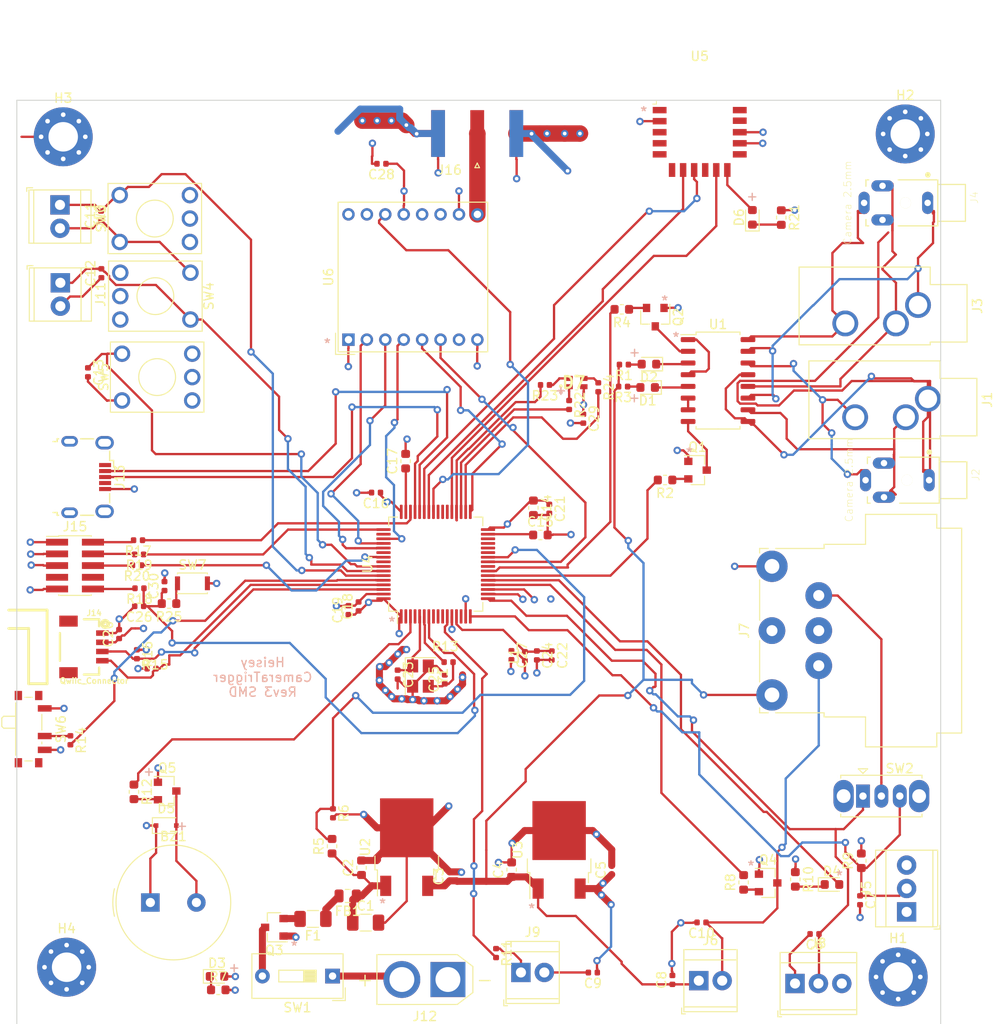
<source format=kicad_pcb>
(kicad_pcb (version 20171130) (host pcbnew "(5.1.4)-1")
  (layers (0 F.Cu signal) (1 In1.Cu power hide) (2 In2.Cu power hide) (31 B.Cu signal hide) (34 B.Paste user) (35 F.Paste user) (36 B.SilkS user) (37 F.SilkS user) (38 B.Mask user) (39 F.Mask user) (44 Edge.Cuts user hide))
  (net 0 "")
  (net 1 "Net-(BZ1-Pad2)")
  (net 2 +3V3)
  (net 3 GND)
  (net 4 "Net-(C1-Pad1)")
  (net 5 AuxIn)
  (net 6 SensorIn)
  (net 7 +5V)
  (net 8 Laser)
  (net 9 HSE_IN)
  (net 10 PbTrigIn)
  (net 11 ArmIn)
  (net 12 Poll)
  (net 13 +3.3VA)
  (net 14 NRST)
  (net 15 "Net-(D1-Pad2)")
  (net 16 "Net-(D1-Pad1)")
  (net 17 "Net-(D2-Pad2)")
  (net 18 "Net-(D2-Pad1)")
  (net 19 LED_Sensor_Trigger)
  (net 20 "Net-(D6-Pad1)")
  (net 21 LED_TXRX)
  (net 22 "Net-(F1-Pad1)")
  (net 23 "Net-(J1-PadR)")
  (net 24 "Net-(J1-PadT)")
  (net 25 "Net-(J1-PadS)")
  (net 26 "Net-(J3-PadR)")
  (net 27 "Net-(J3-PadT)")
  (net 28 "Net-(J3-PadS)")
  (net 29 "Net-(J7-Pad4)")
  (net 30 "Net-(J9-Pad1)")
  (net 31 VCC)
  (net 32 I2C1_SCL)
  (net 33 I2C1_SDA)
  (net 34 "Net-(J15-Pad10)")
  (net 35 "Net-(J15-Pad8)")
  (net 36 "Net-(J15-Pad7)")
  (net 37 "Net-(J15-Pad6)")
  (net 38 "Net-(J15-Pad4)")
  (net 39 "Net-(J15-Pad2)")
  (net 40 USB_D+)
  (net 41 USB_D-)
  (net 42 "Net-(J16-Pad1)")
  (net 43 "Net-(Q1-Pad3)")
  (net 44 "Net-(Q1-Pad2)")
  (net 45 "Net-(Q2-Pad3)")
  (net 46 "Net-(Q2-Pad2)")
  (net 47 "Net-(Q4-Pad2)")
  (net 48 "Net-(Q5-Pad2)")
  (net 49 Shutter)
  (net 50 Focus)
  (net 51 V_bat_monitor)
  (net 52 ArmInd)
  (net 53 AuxOut)
  (net 54 Buzzer)
  (net 55 HSE_OUT)
  (net 56 BOOT0)
  (net 57 SWDIO)
  (net 58 SWCLK)
  (net 59 SWO)
  (net 60 "Net-(U1-Pad6)")
  (net 61 "Net-(U1-Pad1)")
  (net 62 SPI3_IRQ)
  (net 63 SPI3_RESET)
  (net 64 SPI3_CS)
  (net 65 SPI3_SCK)
  (net 66 SPI3_MOSI)
  (net 67 SPI3_MISO)
  (net 68 UART1_RX)
  (net 69 UART1_TX)
  (net 70 BLE_reset)
  (net 71 "Net-(U4-Pad15)")
  (net 72 "Net-(U4-Pad4)")
  (net 73 "Net-(U4-Pad9)")
  (net 74 "Net-(Q3-Pad3)")
  (net 75 "Net-(F1-Pad2)")
  (net 76 "Net-(C15-Pad1)")
  (net 77 "Net-(C17-Pad1)")
  (net 78 "Net-(C25-Pad1)")
  (net 79 "Net-(D3-Pad1)")
  (net 80 "Net-(D4-Pad1)")
  (net 81 "Net-(J13-Pad4)")
  (net 82 "Net-(J13-Pad1)")
  (net 83 "Net-(R14-Pad1)")
  (net 84 "Net-(U4-Pad56)")
  (net 85 "Net-(U4-Pad54)")
  (net 86 "Net-(U4-Pad50)")
  (net 87 "Net-(U4-Pad30)")
  (net 88 "Net-(U4-Pad29)")
  (net 89 "Net-(U4-Pad28)")
  (net 90 "Net-(U4-Pad27)")
  (net 91 "Net-(U4-Pad24)")
  (net 92 "Net-(U4-Pad14)")
  (net 93 "Net-(U5-Pad16)")
  (net 94 "Net-(U5-Pad15)")
  (net 95 "Net-(U5-Pad12)")
  (net 96 "Net-(U5-Pad1)")
  (net 97 "Net-(U5-Pad3)")
  (net 98 "Net-(U5-Pad4)")
  (net 99 "Net-(U5-Pad5)")
  (net 100 "Net-(U5-Pad9)")
  (net 101 "Net-(U5-Pad6)")
  (net 102 "Net-(U6-Pad16)")
  (net 103 "Net-(U6-Pad15)")
  (net 104 "Net-(U6-Pad12)")
  (net 105 "Net-(U6-Pad11)")
  (net 106 "Net-(U6-Pad7)")
  (net 107 "Net-(U4-Pad40)")
  (net 108 "Net-(U4-Pad2)")
  (net 109 "Net-(U4-Pad39)")
  (net 110 "Net-(U4-Pad38)")
  (net 111 "Net-(U4-Pad10)")
  (net 112 "Net-(U4-Pad8)")
  (net 113 LED_R)
  (net 114 "Net-(D7-Pad1)")
  (net 115 LED_G)
  (net 116 "Net-(D7-Pad2)")
  (net 117 LED_B)
  (net 118 "Net-(D7-Pad3)")
  (net 119 "Net-(R25-Pad1)")
  (module Resistor_SMD:R_0402_1005Metric (layer F.Cu) (at 57.35828 30.90164 180)
    (fp_text reference R23 (at 0 -1.17) (layer F.SilkS))
    (fp_text value 1K)
    (pad 2 smd roundrect (at 0.485 0 180) (size 0.59 0.64) (layers F.Cu F.Paste F.Mask) (net 115 LED_G))
    (pad 1 smd roundrect (at -0.485 0 180) (size 0.59 0.64) (layers F.Cu F.Paste F.Mask) (net 116 "Net-(D7-Pad2)"))
  )
  (module 19-237_R6GHBHC-A01_2T:19237R6GHBHCA012T (layer F.Cu) (at 60.77712 30.64256)
    (fp_text reference D7 (at -0.3 0) (layer F.SilkS) (effects (font (size 1.27 1.27) (thickness 0.254))))
    (fp_text value RGB hide)
    (pad 1 smd rect (at -0.8 0.45 90) (size 0.55 0.8) (layers F.Cu F.Paste F.Mask) (net 114 "Net-(D7-Pad1)"))
    (pad 2 smd rect (at -0.8 -0.45 90) (size 0.55 0.8) (layers F.Cu F.Paste F.Mask) (net 116 "Net-(D7-Pad2)"))
    (pad 3 smd rect (at 0.8 -0.45 90) (size 0.55 0.8) (layers F.Cu F.Paste F.Mask) (net 118 "Net-(D7-Pad3)"))
    (pad 4 smd rect (at 0.8 0.45 90) (size 0.55 0.8) (layers F.Cu F.Paste F.Mask) (net 2 +3V3))
  )
  (module Button_Switch_SMD:SW_SPST_CK_KXT3 (layer F.Cu) (at 19.0754 52.43576)
    (fp_text reference SW7 (at 0 -2) (layer F.SilkS))
    (fp_text value SW_Push)
    (pad 2 smd rect (at 1.625 0) (size 0.55 1.5) (layers F.Cu F.Paste F.Mask) (net 3 GND))
    (pad 1 smd rect (at -1.625 0) (size 0.55 1.5) (layers F.Cu F.Paste F.Mask) (net 119 "Net-(R25-Pad1)"))
  )
  (module Resistor_SMD:R_0603_1608Metric (layer F.Cu) (at 16.53032 54.64048 180)
    (fp_text reference R25 (at 0 -1.43) (layer F.SilkS))
    (fp_text value 100)
    (pad 2 smd roundrect (at 0.7875 0 180) (size 0.875 0.95) (layers F.Cu F.Paste F.Mask) (net 14 NRST))
    (pad 1 smd roundrect (at -0.7875 0 180) (size 0.875 0.95) (layers F.Cu F.Paste F.Mask) (net 119 "Net-(R25-Pad1)"))
  )
  (module Resistor_SMD:R_0402_1005Metric (layer F.Cu) (at 63.1444 31.15564 270)
    (fp_text reference R24 (at 0 -1.17 90) (layer F.SilkS))
    (fp_text value 1K)
    (pad 2 smd roundrect (at 0.485 0 270) (size 0.59 0.64) (layers F.Cu F.Paste F.Mask) (net 117 LED_B))
    (pad 1 smd roundrect (at -0.485 0 270) (size 0.59 0.64) (layers F.Cu F.Paste F.Mask) (net 118 "Net-(D7-Pad3)"))
  )
  (module Resistor_SMD:R_0402_1005Metric (layer F.Cu) (at 59.97956 33.07588 270)
    (fp_text reference R22 (at 0 -1.17 90) (layer F.SilkS))
    (fp_text value 1K)
    (pad 2 smd roundrect (at 0.485 0 270) (size 0.59 0.64) (layers F.Cu F.Paste F.Mask) (net 113 LED_R))
    (pad 1 smd roundrect (at -0.485 0 270) (size 0.59 0.64) (layers F.Cu F.Paste F.Mask) (net 114 "Net-(D7-Pad1)"))
  )
  (module Capacitor_SMD:C_0402_1005Metric (layer F.Cu) (at 16.03756 52.73548 90)
    (fp_text reference C30 (at 0 -1.17 90) (layer F.SilkS))
    (fp_text value 100n)
    (pad 2 smd roundrect (at 0.485 0 90) (size 0.59 0.64) (layers F.Cu F.Paste F.Mask) (net 3 GND))
    (pad 1 smd roundrect (at -0.485 0 90) (size 0.59 0.64) (layers F.Cu F.Paste F.Mask) (net 14 NRST))
  )
  (module Capacitor_SMD:C_0402_1005Metric (layer F.Cu) (at 61.5188 34.56432 270)
    (fp_text reference C29 (at 0 -1.17 90) (layer F.SilkS))
    (fp_text value 100n)
    (pad 2 smd roundrect (at 0.485 0 270) (size 0.59 0.64) (layers F.Cu F.Paste F.Mask) (net 3 GND))
    (pad 1 smd roundrect (at -0.485 0 270) (size 0.59 0.64) (layers F.Cu F.Paste F.Mask) (net 2 +3V3))
  )
  (module Capacitor_SMD:C_0402_1005Metric (layer F.Cu) (at 39.5986 6.88848 180)
    (fp_text reference C28 (at 0 -1.17) (layer F.SilkS))
    (fp_text value 10nf)
    (pad 2 smd roundrect (at 0.485 0 180) (size 0.59 0.64) (layers F.Cu F.Paste F.Mask) (net 3 GND))
    (pad 1 smd roundrect (at -0.485 0 180) (size 0.59 0.64) (layers F.Cu F.Paste F.Mask) (net 2 +3V3))
  )
  (module CameraTriggerPCB:CUI_SJ1-2503A (layer F.Cu) (at 98.91268 11.13536 270)
    (fp_text reference J4 (at -0.57271 -5.06198 90) (layer F.SilkS) (effects (font (size 0.80126 0.80126) (thickness 0.05))))
    (fp_text value "Camera 2.5mm" (at -0.013015 8.68797 90) (layer F.SilkS) (effects (font (size 0.800307 0.800307) (thickness 0.05))))
    (fp_line (start -1.5 5.65) (end -2.2 5.65) (layer Edge.Cuts) (width 0.001))
    (fp_line (start -1.5 4.15) (end -1.5 5.65) (layer Edge.Cuts) (width 0.001))
    (fp_line (start -2.2 4.15) (end -1.5 4.15) (layer Edge.Cuts) (width 0.001))
    (fp_line (start -2.2 5.65) (end -2.2 4.15) (layer Edge.Cuts) (width 0.001))
    (fp_line (start 2.2 5.65) (end 1.5 5.65) (layer Edge.Cuts) (width 0.001))
    (fp_line (start 2.2 4.15) (end 2.2 5.65) (layer Edge.Cuts) (width 0.001))
    (fp_line (start 1.5 4.15) (end 2.2 4.15) (layer Edge.Cuts) (width 0.001))
    (fp_line (start 1.5 5.65) (end 1.5 4.15) (layer Edge.Cuts) (width 0.001))
    (fp_line (start -0.75 7.25) (end -0.75 6.55) (layer Edge.Cuts) (width 0.001))
    (fp_line (start 0.75 7.25) (end -0.75 7.25) (layer Edge.Cuts) (width 0.001))
    (fp_line (start 0.75 6.55) (end 0.75 7.25) (layer Edge.Cuts) (width 0.001))
    (fp_line (start -0.75 6.55) (end 0.75 6.55) (layer Edge.Cuts) (width 0.001))
    (fp_line (start -0.75 0.35) (end -0.75 -0.35) (layer Edge.Cuts) (width 0.001))
    (fp_line (start 0.75 0.35) (end -0.75 0.35) (layer Edge.Cuts) (width 0.001))
    (fp_line (start 0.75 -0.35) (end 0.75 0.35) (layer Edge.Cuts) (width 0.001))
    (fp_line (start -0.75 -0.35) (end 0.75 -0.35) (layer Edge.Cuts) (width 0.001))
    (pad R thru_hole oval (at 0 6.9 90) (size 2.416 1.208) (drill 0.7) (layers *.Cu *.Mask) (net 26 "Net-(J3-PadR)"))
    (pad T thru_hole oval (at 1.85 4.9) (size 2.416 1.208) (drill 0.7) (layers *.Cu *.Mask) (net 27 "Net-(J3-PadT)"))
    (pad T thru_hole oval (at -1.85 4.9) (size 2.416 1.208) (drill 0.7) (layers *.Cu *.Mask) (net 27 "Net-(J3-PadT)"))
    (pad S thru_hole oval (at 0 0 270) (size 2.416 1.208) (drill 0.7) (layers *.Cu *.Mask) (net 28 "Net-(J3-PadS)"))
    (pad Hole np_thru_hole circle (at 0 2.4 270) (size 1.2 1.2) (drill 1.2) (layers *.Cu *.Mask F.SilkS))
  )
  (module Connector_Audio:Jack_3.5mm_CUI_SJ1-3533NG_Horizontal_CircularHoles (layer F.Cu) (at 97.87128 22.225 270)
    (fp_text reference J3 (at 0.1 -6.45 90) (layer F.SilkS))
    (fp_text value "Camera 3.5mm")
    (pad R thru_hole circle (at 2 7.9 270) (size 2.8 2.8) (drill 2) (layers *.Cu *.Mask) (net 26 "Net-(J3-PadR)"))
    (pad T thru_hole circle (at 2 2.4 270) (size 2.8 2.8) (drill 2) (layers *.Cu *.Mask) (net 27 "Net-(J3-PadT)"))
    (pad S thru_hole circle (at 0 0 270) (size 2.8 2.8) (drill 2) (layers *.Cu *.Mask) (net 28 "Net-(J3-PadS)"))
  )
  (module Resistor_SMD:R_0402_1005Metric (layer F.Cu) (at 14.63548 61.69392)
    (fp_text reference R15 (at 0.38608 -0.42404) (layer F.SilkS))
    (fp_text value 2k2)
    (pad 2 smd roundrect (at 0.485 0) (size 0.59 0.64) (layers F.Cu F.Paste F.Mask) (net 32 I2C1_SCL))
    (pad 1 smd roundrect (at -0.485 0) (size 0.59 0.64) (layers F.Cu F.Paste F.Mask) (net 2 +3V3))
  )
  (module Inductor_SMD:L_0402_1005Metric (layer F.Cu) (at 55.17388 60.34264 90)
    (fp_text reference L1 (at 0 -1.17 90) (layer F.SilkS))
    (fp_text value 39n)
    (pad 2 smd roundrect (at 0.485 0 90) (size 0.59 0.64) (layers F.Cu F.Paste F.Mask) (net 13 +3.3VA))
    (pad 1 smd roundrect (at -0.485 0 90) (size 0.59 0.64) (layers F.Cu F.Paste F.Mask) (net 2 +3V3))
  )
  (module Package_TO_SOT_SMD:SOT-23 (layer F.Cu) (at 27.9654 89.77884 180)
    (fp_text reference Q3 (at 0 -2.5) (layer F.SilkS))
    (fp_text value AO3401A)
    (pad 3 smd rect (at 1 0 180) (size 0.9 0.8) (layers F.Cu F.Paste F.Mask) (net 74 "Net-(Q3-Pad3)"))
    (pad 2 smd rect (at -1 0.95 180) (size 0.9 0.8) (layers F.Cu F.Paste F.Mask) (net 75 "Net-(F1-Pad2)"))
    (pad 1 smd rect (at -1 -0.95 180) (size 0.9 0.8) (layers F.Cu F.Paste F.Mask) (net 3 GND))
  )
  (module Resistor_SMD:R_0603_1608Metric (layer F.Cu) (at 83.01828 12.73012 270)
    (fp_text reference R21 (at 0 -1.43 90) (layer F.SilkS))
    (fp_text value 1k5)
    (pad 2 smd roundrect (at 0.7875 0 270) (size 0.875 0.95) (layers F.Cu F.Paste F.Mask) (net 20 "Net-(D6-Pad1)"))
    (pad 1 smd roundrect (at -0.7875 0 270) (size 0.875 0.95) (layers F.Cu F.Paste F.Mask) (net 3 GND))
  )
  (module LED_SMD:LED_0603_1608Metric (layer F.Cu) (at 79.87792 12.70508 90)
    (fp_text reference D6 (at 0 -1.43 90) (layer F.SilkS))
    (fp_text value BLUE)
    (pad 2 smd roundrect (at 0.7875 0 90) (size 0.875 0.95) (layers F.Cu F.Paste F.Mask) (net 21 LED_TXRX))
    (pad 1 smd roundrect (at -0.7875 0 90) (size 0.875 0.95) (layers F.Cu F.Paste F.Mask) (net 20 "Net-(D6-Pad1)"))
  )
  (module Capacitor_SMD:C_0402_1005Metric (layer F.Cu) (at 53.71592 60.24104 270)
    (fp_text reference C27 (at 0 -1.17 90) (layer F.SilkS))
    (fp_text value 100n)
    (pad 2 smd roundrect (at 0.485 0 270) (size 0.59 0.64) (layers F.Cu F.Paste F.Mask) (net 3 GND))
    (pad 1 smd roundrect (at -0.485 0 270) (size 0.59 0.64) (layers F.Cu F.Paste F.Mask) (net 2 +3V3))
  )
  (module Capacitor_SMD:C_0402_1005Metric (layer F.Cu) (at 9.18464 18.77568 90)
    (fp_text reference C12 (at 0 -1.17 90) (layer F.SilkS))
    (fp_text value 10nf)
    (pad 2 smd roundrect (at 0.485 0 90) (size 0.59 0.64) (layers F.Cu F.Paste F.Mask) (net 11 ArmIn))
    (pad 1 smd roundrect (at -0.485 0 90) (size 0.59 0.64) (layers F.Cu F.Paste F.Mask) (net 3 GND))
  )
  (module Resistor_SMD:R_0402_1005Metric (layer F.Cu) (at 52.0446 92.57792 270)
    (fp_text reference R11 (at 0 -1.17 90) (layer F.SilkS))
    (fp_text value 5K)
    (pad 2 smd roundrect (at 0.485 0 270) (size 0.59 0.64) (layers F.Cu F.Paste F.Mask) (net 53 AuxOut))
    (pad 1 smd roundrect (at -0.485 0 270) (size 0.59 0.64) (layers F.Cu F.Paste F.Mask) (net 30 "Net-(J9-Pad1)"))
  )
  (module Resistor_SMD:R_0603_1608Metric (layer F.Cu) (at 91.70924 82.55508 90)
    (fp_text reference R9 (at 0 -1.43 90) (layer F.SilkS))
    (fp_text value 15K)
    (pad 2 smd roundrect (at 0.7875 0 90) (size 0.875 0.95) (layers F.Cu F.Paste F.Mask) (net 3 GND))
    (pad 1 smd roundrect (at -0.7875 0 90) (size 0.875 0.95) (layers F.Cu F.Paste F.Mask) (net 6 SensorIn))
  )
  (module Capacitor_SMD:C_0402_1005Metric (layer F.Cu) (at 74.35596 89.25052 180)
    (fp_text reference C10 (at 0 -1.17) (layer F.SilkS))
    (fp_text value 10nf)
    (pad 2 smd roundrect (at 0.485 0 180) (size 0.59 0.64) (layers F.Cu F.Paste F.Mask) (net 3 GND))
    (pad 1 smd roundrect (at -0.485 0 180) (size 0.59 0.64) (layers F.Cu F.Paste F.Mask) (net 8 Laser))
  )
  (module Capacitor_SMD:C_0402_1005Metric (layer F.Cu) (at 62.55512 94.6912 180)
    (fp_text reference C9 (at 0 -1.17) (layer F.SilkS))
    (fp_text value "0.01 μF")
    (pad 2 smd roundrect (at 0.485 0 180) (size 0.59 0.64) (layers F.Cu F.Paste F.Mask) (net 3 GND))
    (pad 1 smd roundrect (at -0.485 0 180) (size 0.59 0.64) (layers F.Cu F.Paste F.Mask) (net 2 +3V3))
  )
  (module Capacitor_SMD:C_0402_1005Metric (layer F.Cu) (at 91.57208 86.8426 270)
    (fp_text reference C7 (at 0 -1.17 90) (layer F.SilkS))
    (fp_text value "0.01 μF")
    (pad 2 smd roundrect (at 0.485 0 270) (size 0.59 0.64) (layers F.Cu F.Paste F.Mask) (net 3 GND))
    (pad 1 smd roundrect (at -0.485 0 270) (size 0.59 0.64) (layers F.Cu F.Paste F.Mask) (net 6 SensorIn))
  )
  (module Capacitor_SMD:C_0402_1005Metric (layer F.Cu) (at 86.62924 90.50528 180)
    (fp_text reference C6 (at 0 -1.17) (layer F.SilkS))
    (fp_text value "0.01 μF")
    (pad 2 smd roundrect (at 0.485 0 180) (size 0.59 0.64) (layers F.Cu F.Paste F.Mask) (net 3 GND))
    (pad 1 smd roundrect (at -0.485 0 180) (size 0.59 0.64) (layers F.Cu F.Paste F.Mask) (net 5 AuxIn))
  )
  (module Resistor_SMD:R_0603_1608Metric (layer F.Cu) (at 21.87956 96.5708)
    (fp_text reference R7 (at 0 -1.43) (layer F.SilkS))
    (fp_text value 1k5)
    (pad 2 smd roundrect (at 0.7875 0) (size 0.875 0.95) (layers F.Cu F.Paste F.Mask) (net 3 GND))
    (pad 1 smd roundrect (at -0.7875 0) (size 0.875 0.95) (layers F.Cu F.Paste F.Mask) (net 79 "Net-(D3-Pad1)"))
  )
  (module Resistor_SMD:R_0402_1005Metric (layer F.Cu) (at 34.33572 77.40396 270)
    (fp_text reference R6 (at 0 -1.17 90) (layer F.SilkS))
    (fp_text value 10K)
    (pad 2 smd roundrect (at 0.485 0 270) (size 0.59 0.64) (layers F.Cu F.Paste F.Mask) (net 3 GND))
    (pad 1 smd roundrect (at -0.485 0 270) (size 0.59 0.64) (layers F.Cu F.Paste F.Mask) (net 51 V_bat_monitor))
  )
  (module Resistor_SMD:R_0603_1608Metric (layer F.Cu) (at 34.23412 80.9752 90)
    (fp_text reference R5 (at 0 -1.43 90) (layer F.SilkS))
    (fp_text value 20K)
    (pad 2 smd roundrect (at 0.7875 0 90) (size 0.875 0.95) (layers F.Cu F.Paste F.Mask) (net 51 V_bat_monitor))
    (pad 1 smd roundrect (at -0.7875 0 90) (size 0.875 0.95) (layers F.Cu F.Paste F.Mask) (net 4 "Net-(C1-Pad1)"))
  )
  (module Inductor_SMD:L_0805_2012Metric (layer F.Cu) (at 35.93084 86.37524 180)
    (fp_text reference FB1 (at 0 -1.65) (layer F.SilkS))
    (fp_text value "600 @ 600 MHz")
    (pad 2 smd roundrect (at 0.9375 0 180) (size 0.975 1.4) (layers F.Cu F.Paste F.Mask) (net 22 "Net-(F1-Pad1)"))
    (pad 1 smd roundrect (at -0.9375 0 180) (size 0.975 1.4) (layers F.Cu F.Paste F.Mask) (net 4 "Net-(C1-Pad1)"))
  )
  (module Fuse:Fuse_1206_3216Metric (layer F.Cu) (at 32.16148 88.86952 180)
    (fp_text reference F1 (at 0 -1.82) (layer F.SilkS))
    (fp_text value 250mA)
    (pad 2 smd roundrect (at 1.4 0 180) (size 1.25 1.75) (layers F.Cu F.Paste F.Mask) (roundrect_rratio 0.2) (net 75 "Net-(F1-Pad2)"))
    (pad 1 smd roundrect (at -1.4 0 180) (size 1.25 1.75) (layers F.Cu F.Paste F.Mask) (roundrect_rratio 0.2) (net 22 "Net-(F1-Pad1)"))
  )
  (module LED_SMD:LED_0603_1608Metric (layer F.Cu) (at 21.74608 95.1066)
    (fp_text reference D3 (at 0 -1.43) (layer F.SilkS))
    (fp_text value GREEN)
    (pad 2 smd roundrect (at 0.7875 0) (size 0.875 0.95) (layers F.Cu F.Paste F.Mask) (net 2 +3V3))
    (pad 1 smd roundrect (at -0.7875 0) (size 0.875 0.95) (layers F.Cu F.Paste F.Mask) (net 79 "Net-(D3-Pad1)"))
  )
  (module Capacitor_SMD:C_0402_1005Metric (layer F.Cu) (at 64.60744 83.56092 90)
    (fp_text reference C5 (at 0 -1.17 90) (layer F.SilkS))
    (fp_text value 1u)
    (pad 2 smd roundrect (at 0.485 0 90) (size 0.59 0.64) (layers F.Cu F.Paste F.Mask) (net 3 GND))
    (pad 1 smd roundrect (at -0.485 0 90) (size 0.59 0.64) (layers F.Cu F.Paste F.Mask) (net 2 +3V3))
  )
  (module Capacitor_SMD:C_0603_1608Metric (layer F.Cu) (at 53.73624 83.52038 90)
    (fp_text reference C4 (at 0 -1.43 90) (layer F.SilkS))
    (fp_text value 4.7u)
    (pad 2 smd roundrect (at 0.7875 0 90) (size 0.875 0.95) (layers F.Cu F.Paste F.Mask) (net 3 GND))
    (pad 1 smd roundrect (at -0.7875 0 90) (size 0.875 0.95) (layers F.Cu F.Paste F.Mask) (net 7 +5V))
  )
  (module Capacitor_SMD:C_0402_1005Metric (layer F.Cu) (at 47.00016 84.24672 90)
    (fp_text reference C3 (at 0 -1.17 90) (layer F.SilkS))
    (fp_text value 1u)
    (pad 2 smd roundrect (at 0.485 0 90) (size 0.59 0.64) (layers F.Cu F.Paste F.Mask) (net 3 GND))
    (pad 1 smd roundrect (at -0.485 0 90) (size 0.59 0.64) (layers F.Cu F.Paste F.Mask) (net 7 +5V))
  )
  (module Capacitor_SMD:C_0603_1608Metric (layer F.Cu) (at 37.43452 83.312 90)
    (fp_text reference C2 (at 0 -1.43 90) (layer F.SilkS))
    (fp_text value 4.7u)
    (pad 2 smd roundrect (at 0.7875 0 90) (size 0.875 0.95) (layers F.Cu F.Paste F.Mask) (net 3 GND))
    (pad 1 smd roundrect (at -0.7875 0 90) (size 0.875 0.95) (layers F.Cu F.Paste F.Mask) (net 4 "Net-(C1-Pad1)"))
  )
  (module Capacitor_SMD:C_1206_3216Metric (layer F.Cu) (at 37.88156 89.27084)
    (fp_text reference C1 (at 0 -1.82) (layer F.SilkS))
    (fp_text value 10u)
    (pad 2 smd roundrect (at 1.4 0) (size 1.25 1.75) (layers F.Cu F.Paste F.Mask) (roundrect_rratio 0.2) (net 3 GND))
    (pad 1 smd roundrect (at -1.4 0) (size 1.25 1.75) (layers F.Cu F.Paste F.Mask) (roundrect_rratio 0.2) (net 4 "Net-(C1-Pad1)"))
  )
  (module Resistor_SMD:R_0402_1005Metric (layer F.Cu) (at 13.05052 50.47488 180)
    (fp_text reference R20 (at 0 -1.17) (layer F.SilkS))
    (fp_text value 22)
    (pad 2 smd roundrect (at 0.485 0 180) (size 0.59 0.64) (layers F.Cu F.Paste F.Mask) (net 37 "Net-(J15-Pad6)"))
    (pad 1 smd roundrect (at -0.485 0 180) (size 0.59 0.64) (layers F.Cu F.Paste F.Mask) (net 59 SWO))
  )
  (module Resistor_SMD:R_0402_1005Metric (layer F.Cu) (at 13.27912 49.3014 180)
    (fp_text reference R19 (at 0 -1.17) (layer F.SilkS))
    (fp_text value 22)
    (pad 2 smd roundrect (at 0.485 0 180) (size 0.59 0.64) (layers F.Cu F.Paste F.Mask) (net 38 "Net-(J15-Pad4)"))
    (pad 1 smd roundrect (at -0.485 0 180) (size 0.59 0.64) (layers F.Cu F.Paste F.Mask) (net 58 SWCLK))
  )
  (module Resistor_SMD:R_0402_1005Metric (layer F.Cu) (at 13.31976 52.97424 180)
    (fp_text reference R18 (at 0 -1.17) (layer F.SilkS))
    (fp_text value 22)
    (pad 2 smd roundrect (at 0.485 0 180) (size 0.59 0.64) (layers F.Cu F.Paste F.Mask) (net 34 "Net-(J15-Pad10)"))
    (pad 1 smd roundrect (at -0.485 0 180) (size 0.59 0.64) (layers F.Cu F.Paste F.Mask) (net 14 NRST))
  )
  (module Resistor_SMD:R_0402_1005Metric (layer F.Cu) (at 13.16736 47.75708 180)
    (fp_text reference R17 (at 0 -1.17) (layer F.SilkS))
    (fp_text value 22)
    (pad 2 smd roundrect (at 0.485 0 180) (size 0.59 0.64) (layers F.Cu F.Paste F.Mask) (net 39 "Net-(J15-Pad2)"))
    (pad 1 smd roundrect (at -0.485 0 180) (size 0.59 0.64) (layers F.Cu F.Paste F.Mask) (net 57 SWDIO))
  )
  (module Resistor_SMD:R_0603_1608Metric (layer F.Cu) (at 84.54136 84.57692 270)
    (fp_text reference R10 (at 0 -1.43 90) (layer F.SilkS))
    (fp_text value 1k5)
    (pad 2 smd roundrect (at 0.7875 0 270) (size 0.875 0.95) (layers F.Cu F.Paste F.Mask) (net 80 "Net-(D4-Pad1)"))
    (pad 1 smd roundrect (at -0.7875 0 270) (size 0.875 0.95) (layers F.Cu F.Paste F.Mask) (net 3 GND))
  )
  (module Resistor_SMD:R_0603_1608Metric (layer F.Cu) (at 78.92796 84.90204 90)
    (fp_text reference R8 (at 0 -1.43 90) (layer F.SilkS))
    (fp_text value 1K)
    (pad 2 smd roundrect (at 0.7875 0 90) (size 0.875 0.95) (layers F.Cu F.Paste F.Mask) (net 52 ArmInd))
    (pad 1 smd roundrect (at -0.7875 0 90) (size 0.875 0.95) (layers F.Cu F.Paste F.Mask) (net 47 "Net-(Q4-Pad2)"))
  )
  (module Package_TO_SOT_SMD:SOT-23 (layer F.Cu) (at 81.58988 84.963)
    (fp_text reference Q4 (at 0 -2.5) (layer F.SilkS))
    (fp_text value S9103)
    (pad 3 smd rect (at 1 0) (size 0.9 0.8) (layers F.Cu F.Paste F.Mask) (net 8 Laser))
    (pad 2 smd rect (at -1 0.95) (size 0.9 0.8) (layers F.Cu F.Paste F.Mask) (net 47 "Net-(Q4-Pad2)"))
    (pad 1 smd rect (at -1 -0.95) (size 0.9 0.8) (layers F.Cu F.Paste F.Mask) (net 3 GND))
  )
  (module LED_SMD:LED_0603_1608Metric (layer F.Cu) (at 88.52408 85.13064)
    (fp_text reference D4 (at 0 -1.43) (layer F.SilkS))
    (fp_text value Red)
    (pad 2 smd roundrect (at 0.7875 0) (size 0.875 0.95) (layers F.Cu F.Paste F.Mask) (net 19 LED_Sensor_Trigger))
    (pad 1 smd roundrect (at -0.7875 0) (size 0.875 0.95) (layers F.Cu F.Paste F.Mask) (net 80 "Net-(D4-Pad1)"))
  )
  (module Capacitor_SMD:C_0402_1005Metric (layer F.Cu) (at 13.28928 54.91988 180)
    (fp_text reference C26 (at 0 -1.17) (layer F.SilkS))
    (fp_text value 100n)
    (pad 2 smd roundrect (at 0.485 0 180) (size 0.59 0.64) (layers F.Cu F.Paste F.Mask) (net 3 GND))
    (pad 1 smd roundrect (at -0.485 0 180) (size 0.59 0.64) (layers F.Cu F.Paste F.Mask) (net 14 NRST))
  )
  (module Capacitor_SMD:C_0402_1005Metric (layer F.Cu) (at 71.1962 95.48876 90)
    (fp_text reference C8 (at 0 -1.17 90) (layer F.SilkS))
    (fp_text value "0.01 μF")
    (pad 2 smd roundrect (at 0.485 0 90) (size 0.59 0.64) (layers F.Cu F.Paste F.Mask) (net 3 GND))
    (pad 1 smd roundrect (at -0.485 0 90) (size 0.59 0.64) (layers F.Cu F.Paste F.Mask) (net 7 +5V))
  )
  (module Package_TO_SOT_SMD:TO-252-2 (layer F.Cu) (at 58.89244 81.37652 90)
    (fp_text reference U3 (at 0 -4.5 90) (layer F.SilkS))
    (fp_text value UZ1084)
    (pad 2 smd rect (at 2.1 0 90) (size 6.4 5.8) (layers F.Cu F.Mask) (net 3 GND))
    (pad 3 smd rect (at -4.2 2.28 90) (size 2.2 1.2) (layers F.Cu F.Paste F.Mask) (net 2 +3V3))
    (pad 1 smd rect (at -4.2 -2.28 90) (size 2.2 1.2) (layers F.Cu F.Paste F.Mask) (net 7 +5V))
  )
  (module Button_Switch_THT:SW_DIP_SPSTx01_Slide_9.78x4.72mm_W7.62mm_P2.54mm (layer F.Cu) (at 34.29 95.0722 180)
    (fp_text reference SW1 (at 3.81 -3.42) (layer F.SilkS))
    (fp_text value SW_SPST)
    (pad 2 thru_hole oval (at 7.62 0 180) (size 1.6 1.6) (drill 0.8) (layers *.Cu *.Mask) (net 74 "Net-(Q3-Pad3)"))
    (pad 1 thru_hole rect (at 0 0 180) (size 1.6 1.6) (drill 0.8) (layers *.Cu *.Mask) (net 31 VCC))
  )
  (module Crystal:Crystal_SMD_3225-4Pin_3.2x2.5mm (layer F.Cu) (at 43.83532 62.5094 270)
    (fp_text reference Y1 (at 0 -2.45 90) (layer F.SilkS))
    (fp_text value Crystal_GND24_Small)
    (pad 4 smd rect (at -1.1 -0.85 270) (size 1.4 1.2) (layers F.Cu F.Paste F.Mask) (net 3 GND))
    (pad 3 smd rect (at 1.1 -0.85 270) (size 1.4 1.2) (layers F.Cu F.Paste F.Mask) (net 78 "Net-(C25-Pad1)"))
    (pad 2 smd rect (at 1.1 0.85 270) (size 1.4 1.2) (layers F.Cu F.Paste F.Mask) (net 3 GND))
    (pad 1 smd rect (at -1.1 0.85 270) (size 1.4 1.2) (layers F.Cu F.Paste F.Mask) (net 9 HSE_IN))
  )
  (module Package_TO_SOT_SMD:TO-252-2 (layer F.Cu) (at 42.3428 81.07736 90)
    (fp_text reference U2 (at 0 -4.5 90) (layer F.SilkS))
    (fp_text value L7805)
    (pad 2 smd rect (at 2.1 0 90) (size 6.4 5.8) (layers F.Cu F.Mask) (net 3 GND))
    (pad 3 smd rect (at -4.2 2.28 90) (size 2.2 1.2) (layers F.Cu F.Paste F.Mask) (net 7 +5V))
    (pad 1 smd rect (at -4.2 -2.28 90) (size 2.2 1.2) (layers F.Cu F.Paste F.Mask) (net 4 "Net-(C1-Pad1)"))
  )
  (module RF_Module:Microchip_RN4871 (layer F.Cu) (at 74.15784 4.51612)
    (fp_text reference U5 (at 0 -9.3) (layer F.SilkS))
    (fp_text value RN4871)
    (pad 16 smd rect (at 4.35 -3.45 90) (size 0.7 1.5) (layers F.Cu F.Paste F.Mask) (net 93 "Net-(U5-Pad16)"))
    (pad 15 smd rect (at 4.35 -2.3 90) (size 0.7 1.5) (layers F.Cu F.Paste F.Mask) (net 94 "Net-(U5-Pad15)"))
    (pad 14 smd rect (at 4.35 -1.05 90) (size 0.7 1.5) (layers F.Cu F.Paste F.Mask) (net 2 +3V3))
    (pad 13 smd rect (at 4.35 0.15 90) (size 0.7 1.5) (layers F.Cu F.Paste F.Mask) (net 3 GND))
    (pad 12 smd rect (at 4.35 1.35 90) (size 0.7 1.5) (layers F.Cu F.Paste F.Mask) (net 95 "Net-(U5-Pad12)"))
    (pad 1 smd rect (at -4.35 -3.45 90) (size 0.7 1.5) (layers F.Cu F.Paste F.Mask) (net 96 "Net-(U5-Pad1)"))
    (pad 2 smd rect (at -4.35 -2.25 90) (size 0.7 1.5) (layers F.Cu F.Paste F.Mask) (net 3 GND))
    (pad 3 smd rect (at -4.35 -1.05 90) (size 0.7 1.5) (layers F.Cu F.Paste F.Mask) (net 97 "Net-(U5-Pad3)"))
    (pad 4 smd rect (at -4.35 0.15 90) (size 0.7 1.5) (layers F.Cu F.Paste F.Mask) (net 98 "Net-(U5-Pad4)"))
    (pad 5 smd rect (at -4.35 1.35 90) (size 0.7 1.5) (layers F.Cu F.Paste F.Mask) (net 99 "Net-(U5-Pad5)"))
    (pad 11 smd rect (at 3 3.05) (size 0.7 1.5) (layers F.Cu F.Paste F.Mask) (net 21 LED_TXRX))
    (pad 10 smd rect (at 1.8 3.05) (size 0.7 1.5) (layers F.Cu F.Paste F.Mask) (net 70 BLE_reset))
    (pad 9 smd rect (at 0.6 3.05) (size 0.7 1.5) (layers F.Cu F.Paste F.Mask) (net 100 "Net-(U5-Pad9)"))
    (pad 8 smd rect (at -0.6 3.05) (size 0.7 1.5) (layers F.Cu F.Paste F.Mask) (net 68 UART1_RX))
    (pad 7 smd rect (at -1.8 3.05) (size 0.7 1.5) (layers F.Cu F.Paste F.Mask) (net 69 UART1_TX))
    (pad 6 smd rect (at -3 3.05) (size 0.7 1.5) (layers F.Cu F.Paste F.Mask) (net 101 "Net-(U5-Pad6)"))
  )
  (module Package_QFP:LQFP-64_10x10mm_P0.5mm (layer F.Cu) (at 45.49648 50.35296 90)
    (fp_text reference U4 (at 0 -7.4 90) (layer F.SilkS))
    (fp_text value STM32F405RGTx)
    (pad 64 smd roundrect (at -3.75 -5.675 90) (size 0.3 1.55) (layers F.Cu F.Paste F.Mask) (net 2 +3V3))
    (pad 63 smd roundrect (at -3.25 -5.675 90) (size 0.3 1.55) (layers F.Cu F.Paste F.Mask) (net 3 GND))
    (pad 62 smd roundrect (at -2.75 -5.675 90) (size 0.3 1.55) (layers F.Cu F.Paste F.Mask) (net 33 I2C1_SDA))
    (pad 61 smd roundrect (at -2.25 -5.675 90) (size 0.3 1.55) (layers F.Cu F.Paste F.Mask) (net 32 I2C1_SCL))
    (pad 60 smd roundrect (at -1.75 -5.675 90) (size 0.3 1.55) (layers F.Cu F.Paste F.Mask) (net 56 BOOT0))
    (pad 59 smd roundrect (at -1.25 -5.675 90) (size 0.3 1.55) (layers F.Cu F.Paste F.Mask) (net 10 PbTrigIn))
    (pad 58 smd roundrect (at -0.75 -5.675 90) (size 0.3 1.55) (layers F.Cu F.Paste F.Mask) (net 11 ArmIn))
    (pad 57 smd roundrect (at -0.25 -5.675 90) (size 0.3 1.55) (layers F.Cu F.Paste F.Mask) (net 12 Poll))
    (pad 56 smd roundrect (at 0.25 -5.675 90) (size 0.3 1.55) (layers F.Cu F.Paste F.Mask) (net 84 "Net-(U4-Pad56)"))
    (pad 55 smd roundrect (at 0.75 -5.675 90) (size 0.3 1.55) (layers F.Cu F.Paste F.Mask) (net 59 SWO))
    (pad 54 smd roundrect (at 1.25 -5.675 90) (size 0.3 1.55) (layers F.Cu F.Paste F.Mask) (net 85 "Net-(U4-Pad54)"))
    (pad 53 smd roundrect (at 1.75 -5.675 90) (size 0.3 1.55) (layers F.Cu F.Paste F.Mask) (net 66 SPI3_MOSI))
    (pad 52 smd roundrect (at 2.25 -5.675 90) (size 0.3 1.55) (layers F.Cu F.Paste F.Mask) (net 67 SPI3_MISO))
    (pad 51 smd roundrect (at 2.75 -5.675 90) (size 0.3 1.55) (layers F.Cu F.Paste F.Mask) (net 65 SPI3_SCK))
    (pad 50 smd roundrect (at 3.25 -5.675 90) (size 0.3 1.55) (layers F.Cu F.Paste F.Mask) (net 86 "Net-(U4-Pad50)"))
    (pad 49 smd roundrect (at 3.75 -5.675 90) (size 0.3 1.55) (layers F.Cu F.Paste F.Mask) (net 58 SWCLK))
    (pad 48 smd roundrect (at 5.675 -3.75 90) (size 1.55 0.3) (layers F.Cu F.Paste F.Mask) (net 2 +3V3))
    (pad 47 smd roundrect (at 5.675 -3.25 90) (size 1.55 0.3) (layers F.Cu F.Paste F.Mask) (net 77 "Net-(C17-Pad1)"))
    (pad 46 smd roundrect (at 5.675 -2.75 90) (size 1.55 0.3) (layers F.Cu F.Paste F.Mask) (net 57 SWDIO))
    (pad 45 smd roundrect (at 5.675 -2.25 90) (size 1.55 0.3) (layers F.Cu F.Paste F.Mask) (net 40 USB_D+))
    (pad 44 smd roundrect (at 5.675 -1.75 90) (size 1.55 0.3) (layers F.Cu F.Paste F.Mask) (net 41 USB_D-))
    (pad 43 smd roundrect (at 5.675 -1.25 90) (size 1.55 0.3) (layers F.Cu F.Paste F.Mask) (net 68 UART1_RX))
    (pad 42 smd roundrect (at 5.675 -0.75 90) (size 1.55 0.3) (layers F.Cu F.Paste F.Mask) (net 69 UART1_TX))
    (pad 41 smd roundrect (at 5.675 -0.25 90) (size 1.55 0.3) (layers F.Cu F.Paste F.Mask) (net 62 SPI3_IRQ))
    (pad 40 smd roundrect (at 5.675 0.25 90) (size 1.55 0.3) (layers F.Cu F.Paste F.Mask) (net 107 "Net-(U4-Pad40)"))
    (pad 39 smd roundrect (at 5.675 0.75 90) (size 1.55 0.3) (layers F.Cu F.Paste F.Mask) (net 109 "Net-(U4-Pad39)"))
    (pad 38 smd roundrect (at 5.675 1.25 90) (size 1.55 0.3) (layers F.Cu F.Paste F.Mask) (net 110 "Net-(U4-Pad38)"))
    (pad 37 smd roundrect (at 5.675 1.75 90) (size 1.55 0.3) (layers F.Cu F.Paste F.Mask) (net 70 BLE_reset))
    (pad 36 smd roundrect (at 5.675 2.25 90) (size 1.55 0.3) (layers F.Cu F.Paste F.Mask) (net 115 LED_G))
    (pad 35 smd roundrect (at 5.675 2.75 90) (size 1.55 0.3) (layers F.Cu F.Paste F.Mask) (net 113 LED_R))
    (pad 34 smd roundrect (at 5.675 3.25 90) (size 1.55 0.3) (layers F.Cu F.Paste F.Mask) (net 117 LED_B))
    (pad 33 smd roundrect (at 5.675 3.75 90) (size 1.55 0.3) (layers F.Cu F.Paste F.Mask) (net 64 SPI3_CS))
    (pad 32 smd roundrect (at 3.75 5.675 90) (size 0.3 1.55) (layers F.Cu F.Paste F.Mask) (net 2 +3V3))
    (pad 31 smd roundrect (at 3.25 5.675 90) (size 0.3 1.55) (layers F.Cu F.Paste F.Mask) (net 76 "Net-(C15-Pad1)"))
    (pad 30 smd roundrect (at 2.75 5.675 90) (size 0.3 1.55) (layers F.Cu F.Paste F.Mask) (net 87 "Net-(U4-Pad30)"))
    (pad 29 smd roundrect (at 2.25 5.675 90) (size 0.3 1.55) (layers F.Cu F.Paste F.Mask) (net 88 "Net-(U4-Pad29)"))
    (pad 28 smd roundrect (at 1.75 5.675 90) (size 0.3 1.55) (layers F.Cu F.Paste F.Mask) (net 89 "Net-(U4-Pad28)"))
    (pad 27 smd roundrect (at 1.25 5.675 90) (size 0.3 1.55) (layers F.Cu F.Paste F.Mask) (net 90 "Net-(U4-Pad27)"))
    (pad 26 smd roundrect (at 0.75 5.675 90) (size 0.3 1.55) (layers F.Cu F.Paste F.Mask) (net 51 V_bat_monitor))
    (pad 25 smd roundrect (at 0.25 5.675 90) (size 0.3 1.55) (layers F.Cu F.Paste F.Mask) (net 63 SPI3_RESET))
    (pad 24 smd roundrect (at -0.25 5.675 90) (size 0.3 1.55) (layers F.Cu F.Paste F.Mask) (net 91 "Net-(U4-Pad24)"))
    (pad 23 smd roundrect (at -0.75 5.675 90) (size 0.3 1.55) (layers F.Cu F.Paste F.Mask) (net 50 Focus))
    (pad 22 smd roundrect (at -1.25 5.675 90) (size 0.3 1.55) (layers F.Cu F.Paste F.Mask) (net 49 Shutter))
    (pad 21 smd roundrect (at -1.75 5.675 90) (size 0.3 1.55) (layers F.Cu F.Paste F.Mask) (net 19 LED_Sensor_Trigger))
    (pad 20 smd roundrect (at -2.25 5.675 90) (size 0.3 1.55) (layers F.Cu F.Paste F.Mask) (net 52 ArmInd))
    (pad 19 smd roundrect (at -2.75 5.675 90) (size 0.3 1.55) (layers F.Cu F.Paste F.Mask) (net 2 +3V3))
    (pad 18 smd roundrect (at -3.25 5.675 90) (size 0.3 1.55) (layers F.Cu F.Paste F.Mask) (net 3 GND))
    (pad 17 smd roundrect (at -3.75 5.675 90) (size 0.3 1.55) (layers F.Cu F.Paste F.Mask) (net 5 AuxIn))
    (pad 16 smd roundrect (at -5.675 3.75 90) (size 1.55 0.3) (layers F.Cu F.Paste F.Mask) (net 6 SensorIn))
    (pad 15 smd roundrect (at -5.675 3.25 90) (size 1.55 0.3) (layers F.Cu F.Paste F.Mask) (net 71 "Net-(U4-Pad15)"))
    (pad 14 smd roundrect (at -5.675 2.75 90) (size 1.55 0.3) (layers F.Cu F.Paste F.Mask) (net 92 "Net-(U4-Pad14)"))
    (pad 13 smd roundrect (at -5.675 2.25 90) (size 1.55 0.3) (layers F.Cu F.Paste F.Mask) (net 13 +3.3VA))
    (pad 12 smd roundrect (at -5.675 1.75 90) (size 1.55 0.3) (layers F.Cu F.Paste F.Mask) (net 3 GND))
    (pad 11 smd roundrect (at -5.675 1.25 90) (size 1.55 0.3) (layers F.Cu F.Paste F.Mask) (net 53 AuxOut))
    (pad 10 smd roundrect (at -5.675 0.75 90) (size 1.55 0.3) (layers F.Cu F.Paste F.Mask) (net 111 "Net-(U4-Pad10)"))
    (pad 9 smd roundrect (at -5.675 0.25 90) (size 1.55 0.3) (layers F.Cu F.Paste F.Mask) (net 73 "Net-(U4-Pad9)"))
    (pad 8 smd roundrect (at -5.675 -0.25 90) (size 1.55 0.3) (layers F.Cu F.Paste F.Mask) (net 112 "Net-(U4-Pad8)"))
    (pad 7 smd roundrect (at -5.675 -0.75 90) (size 1.55 0.3) (layers F.Cu F.Paste F.Mask) (net 14 NRST))
    (pad 6 smd roundrect (at -5.675 -1.25 90) (size 1.55 0.3) (layers F.Cu F.Paste F.Mask) (net 55 HSE_OUT))
    (pad 5 smd roundrect (at -5.675 -1.75 90) (size 1.55 0.3) (layers F.Cu F.Paste F.Mask) (net 9 HSE_IN))
    (pad 4 smd roundrect (at -5.675 -2.25 90) (size 1.55 0.3) (layers F.Cu F.Paste F.Mask) (net 72 "Net-(U4-Pad4)"))
    (pad 3 smd roundrect (at -5.675 -2.75 90) (size 1.55 0.3) (layers F.Cu F.Paste F.Mask) (net 54 Buzzer))
    (pad 2 smd roundrect (at -5.675 -3.25 90) (size 1.55 0.3) (layers F.Cu F.Paste F.Mask) (net 108 "Net-(U4-Pad2)"))
    (pad 1 smd roundrect (at -5.675 -3.75 90) (size 1.55 0.3) (layers F.Cu F.Paste F.Mask) (net 2 +3V3))
  )
  (module RF_Module:HOPERF_RFM9XW_THT (layer F.Cu) (at 36.0172 25.9842 90)
    (fp_text reference U6 (at 6.8 -2.17 90) (layer F.SilkS))
    (fp_text value RFM95W-915S2)
    (pad 16 thru_hole circle (at 13.6 0 90) (size 1.35 1.35) (drill 0.8) (layers *.Cu *.Mask) (net 102 "Net-(U6-Pad16)"))
    (pad 15 thru_hole circle (at 13.6 2 90) (size 1.35 1.35) (drill 0.8) (layers *.Cu *.Mask) (net 103 "Net-(U6-Pad15)"))
    (pad 14 thru_hole circle (at 13.6 4 90) (size 1.35 1.35) (drill 0.8) (layers *.Cu *.Mask) (net 62 SPI3_IRQ))
    (pad 13 thru_hole circle (at 13.6 6 90) (size 1.35 1.35) (drill 0.8) (layers *.Cu *.Mask) (net 2 +3V3))
    (pad 12 thru_hole circle (at 13.6 8 90) (size 1.35 1.35) (drill 0.8) (layers *.Cu *.Mask) (net 104 "Net-(U6-Pad12)"))
    (pad 11 thru_hole circle (at 13.6 10 90) (size 1.35 1.35) (drill 0.8) (layers *.Cu *.Mask) (net 105 "Net-(U6-Pad11)"))
    (pad 10 thru_hole circle (at 13.6 12 90) (size 1.35 1.35) (drill 0.8) (layers *.Cu *.Mask) (net 3 GND))
    (pad 9 thru_hole circle (at 13.6 14 90) (size 1.35 1.35) (drill 0.8) (layers *.Cu *.Mask) (net 42 "Net-(J16-Pad1)"))
    (pad 8 thru_hole circle (at 0 14 90) (size 1.35 1.35) (drill 0.8) (layers *.Cu *.Mask) (net 3 GND))
    (pad 7 thru_hole circle (at 0 12 90) (size 1.35 1.35) (drill 0.8) (layers *.Cu *.Mask) (net 106 "Net-(U6-Pad7)"))
    (pad 6 thru_hole circle (at 0 10 90) (size 1.35 1.35) (drill 0.8) (layers *.Cu *.Mask) (net 63 SPI3_RESET))
    (pad 5 thru_hole circle (at 0 8 90) (size 1.35 1.35) (drill 0.8) (layers *.Cu *.Mask) (net 64 SPI3_CS))
    (pad 4 thru_hole circle (at 0 6 90) (size 1.35 1.35) (drill 0.8) (layers *.Cu *.Mask) (net 65 SPI3_SCK))
    (pad 3 thru_hole circle (at 0 4 90) (size 1.35 1.35) (drill 0.8) (layers *.Cu *.Mask) (net 66 SPI3_MOSI))
    (pad 2 thru_hole circle (at 0 2 90) (size 1.35 1.35) (drill 0.8) (layers *.Cu *.Mask) (net 67 SPI3_MISO))
    (pad 1 thru_hole rect (at 0 0 90) (size 1.35 1.35) (drill 0.8) (layers *.Cu *.Mask) (net 3 GND))
  )
  (module Package_SO:SOIC-16_4.55x10.3mm_P1.27mm (layer F.Cu) (at 76.1492 30.42412)
    (fp_text reference U1 (at 0 -6.1) (layer F.SilkS))
    (fp_text value TLP291-4)
    (pad 16 smd roundrect (at 3.25 -4.445) (size 1.6 0.55) (layers F.Cu F.Paste F.Mask) (net 26 "Net-(J3-PadR)"))
    (pad 15 smd roundrect (at 3.25 -3.175) (size 1.6 0.55) (layers F.Cu F.Paste F.Mask) (net 28 "Net-(J3-PadS)"))
    (pad 14 smd roundrect (at 3.25 -1.905) (size 1.6 0.55) (layers F.Cu F.Paste F.Mask) (net 23 "Net-(J1-PadR)"))
    (pad 13 smd roundrect (at 3.25 -0.635) (size 1.6 0.55) (layers F.Cu F.Paste F.Mask) (net 25 "Net-(J1-PadS)"))
    (pad 12 smd roundrect (at 3.25 0.635) (size 1.6 0.55) (layers F.Cu F.Paste F.Mask) (net 27 "Net-(J3-PadT)"))
    (pad 11 smd roundrect (at 3.25 1.905) (size 1.6 0.55) (layers F.Cu F.Paste F.Mask) (net 28 "Net-(J3-PadS)"))
    (pad 10 smd roundrect (at 3.25 3.175) (size 1.6 0.55) (layers F.Cu F.Paste F.Mask) (net 24 "Net-(J1-PadT)"))
    (pad 9 smd roundrect (at 3.25 4.445) (size 1.6 0.55) (layers F.Cu F.Paste F.Mask) (net 25 "Net-(J1-PadS)"))
    (pad 8 smd roundrect (at -3.25 4.445) (size 1.6 0.55) (layers F.Cu F.Paste F.Mask) (net 43 "Net-(Q1-Pad3)"))
    (pad 7 smd roundrect (at -3.25 3.175) (size 1.6 0.55) (layers F.Cu F.Paste F.Mask) (net 60 "Net-(U1-Pad6)"))
    (pad 6 smd roundrect (at -3.25 1.905) (size 1.6 0.55) (layers F.Cu F.Paste F.Mask) (net 60 "Net-(U1-Pad6)"))
    (pad 5 smd roundrect (at -3.25 0.635) (size 1.6 0.55) (layers F.Cu F.Paste F.Mask) (net 16 "Net-(D1-Pad1)"))
    (pad 4 smd roundrect (at -3.25 -0.635) (size 1.6 0.55) (layers F.Cu F.Paste F.Mask) (net 61 "Net-(U1-Pad1)"))
    (pad 3 smd roundrect (at -3.25 -1.905) (size 1.6 0.55) (layers F.Cu F.Paste F.Mask) (net 18 "Net-(D2-Pad1)"))
    (pad 2 smd roundrect (at -3.25 -3.175) (size 1.6 0.55) (layers F.Cu F.Paste F.Mask) (net 45 "Net-(Q2-Pad3)"))
    (pad 1 smd roundrect (at -3.25 -4.445) (size 1.6 0.55) (layers F.Cu F.Paste F.Mask) (net 61 "Net-(U1-Pad1)"))
  )
  (module Button_Switch_SMD:SW_SPDT_PCM12 (layer F.Cu) (at 1.6002 68.26504 270)
    (fp_text reference SW6 (at 0 -3.2 90) (layer F.SilkS))
    (fp_text value SW_SPDT)
    (pad "" smd rect (at -3.65 -0.78 270) (size 1 0.8) (layers F.Cu F.Paste F.Mask))
    (pad "" smd rect (at 3.65 -0.78 270) (size 1 0.8) (layers F.Cu F.Paste F.Mask))
    (pad "" smd rect (at 3.65 1.43 270) (size 1 0.8) (layers F.Cu F.Paste F.Mask))
    (pad "" smd rect (at -3.65 1.43 270) (size 1 0.8) (layers F.Cu F.Paste F.Mask))
    (pad 3 smd rect (at 2.25 -1.43 270) (size 0.7 1.5) (layers F.Cu F.Paste F.Mask) (net 3 GND))
    (pad 2 smd rect (at 0.75 -1.43 270) (size 0.7 1.5) (layers F.Cu F.Paste F.Mask) (net 83 "Net-(R14-Pad1)"))
    (pad 1 smd rect (at -2.25 -1.43 270) (size 0.7 1.5) (layers F.Cu F.Paste F.Mask) (net 2 +3V3))
    (pad "" np_thru_hole circle (at 1.5 0.33 270) (size 0.9 0.9) (drill 0.9) (layers *.Cu *.Mask))
    (pad "" np_thru_hole circle (at -1.5 0.33 270) (size 0.9 0.9) (drill 0.9) (layers *.Cu *.Mask))
  )
  (module Button_Switch_THT:KSA_Tactile_SPST (layer F.Cu) (at 11.43 32.5882 90)
    (fp_text reference SW5 (at 2.54 -2 90) (layer F.SilkS))
    (fp_text value SW_Poll)
    (pad 5 thru_hole circle (at 0 7.62 90) (size 1.778 1.778) (drill 1.143) (layers *.Cu *.Mask))
    (pad 4 thru_hole circle (at 2.54 7.62 90) (size 1.778 1.778) (drill 1.143) (layers *.Cu *.Mask))
    (pad 3 thru_hole circle (at 5.08 7.62 90) (size 1.778 1.778) (drill 1.143) (layers *.Cu *.Mask))
    (pad 2 thru_hole circle (at 5.08 0 90) (size 1.778 1.778) (drill 1.143) (layers *.Cu *.Mask) (net 12 Poll))
    (pad 1 thru_hole circle (at 0 0 90) (size 1.778 1.778) (drill 1.143) (layers *.Cu *.Mask) (net 3 GND))
  )
  (module Button_Switch_THT:KSA_Tactile_SPST (layer F.Cu) (at 18.85696 18.7198 270)
    (fp_text reference SW4 (at 2.54 -2 90) (layer F.SilkS))
    (fp_text value SW_Arm)
    (pad 5 thru_hole circle (at 0 7.62 270) (size 1.778 1.778) (drill 1.143) (layers *.Cu *.Mask))
    (pad 4 thru_hole circle (at 2.54 7.62 270) (size 1.778 1.778) (drill 1.143) (layers *.Cu *.Mask))
    (pad 3 thru_hole circle (at 5.08 7.62 270) (size 1.778 1.778) (drill 1.143) (layers *.Cu *.Mask))
    (pad 2 thru_hole circle (at 5.08 0 270) (size 1.778 1.778) (drill 1.143) (layers *.Cu *.Mask) (net 11 ArmIn))
    (pad 1 thru_hole circle (at 0 0 270) (size 1.778 1.778) (drill 1.143) (layers *.Cu *.Mask) (net 3 GND))
  )
  (module Button_Switch_THT:KSA_Tactile_SPST (layer F.Cu) (at 11.176 15.37716 90)
    (fp_text reference SW3 (at 2.54 -2 90) (layer F.SilkS))
    (fp_text value SW_Trigger)
    (pad 5 thru_hole circle (at 0 7.62 90) (size 1.778 1.778) (drill 1.143) (layers *.Cu *.Mask))
    (pad 4 thru_hole circle (at 2.54 7.62 90) (size 1.778 1.778) (drill 1.143) (layers *.Cu *.Mask))
    (pad 3 thru_hole circle (at 5.08 7.62 90) (size 1.778 1.778) (drill 1.143) (layers *.Cu *.Mask))
    (pad 2 thru_hole circle (at 5.08 0 90) (size 1.778 1.778) (drill 1.143) (layers *.Cu *.Mask) (net 10 PbTrigIn))
    (pad 1 thru_hole circle (at 0 0 90) (size 1.778 1.778) (drill 1.143) (layers *.Cu *.Mask) (net 3 GND))
  )
  (module Button_Switch_THT:SW_Slide_1P2T_CK_OS102011MS2Q (layer F.Cu) (at 91.88704 75.53452)
    (fp_text reference SW2 (at 3.99 -2.99) (layer F.SilkS))
    (fp_text value SW_SPDT)
    (pad "" thru_hole oval (at 6.1 0) (size 2.2 3.5) (drill 1.5) (layers *.Cu *.Mask))
    (pad "" thru_hole oval (at -2.1 0) (size 2.2 3.5) (drill 1.5) (layers *.Cu *.Mask))
    (pad 3 thru_hole oval (at 4 0) (size 1.5 2.5) (drill 0.8) (layers *.Cu *.Mask) (net 6 SensorIn))
    (pad 2 thru_hole oval (at 2 0) (size 1.5 2.5) (drill 0.8) (layers *.Cu *.Mask) (net 29 "Net-(J7-Pad4)"))
    (pad 1 thru_hole rect (at 0 0) (size 1.5 2.5) (drill 0.8) (layers *.Cu *.Mask) (net 5 AuxIn))
  )
  (module Resistor_SMD:R_0402_1005Metric (layer F.Cu) (at 13.04036 60.13704 270)
    (fp_text reference R16 (at 0 -1.17 90) (layer F.SilkS))
    (fp_text value 2k2)
    (pad 2 smd roundrect (at 0.485 0 270) (size 0.59 0.64) (layers F.Cu F.Paste F.Mask) (net 33 I2C1_SDA))
    (pad 1 smd roundrect (at -0.485 0 270) (size 0.59 0.64) (layers F.Cu F.Paste F.Mask) (net 2 +3V3))
  )
  (module Resistor_SMD:R_0402_1005Metric (layer F.Cu) (at 5.82168 69.47408 270)
    (fp_text reference R14 (at 0 -1.17 90) (layer F.SilkS))
    (fp_text value 10k)
    (pad 2 smd roundrect (at 0.485 0 270) (size 0.59 0.64) (layers F.Cu F.Paste F.Mask) (net 56 BOOT0))
    (pad 1 smd roundrect (at -0.485 0 270) (size 0.59 0.64) (layers F.Cu F.Paste F.Mask) (net 83 "Net-(R14-Pad1)"))
  )
  (module Resistor_SMD:R_0402_1005Metric (layer F.Cu) (at 46.8884 60.99048)
    (fp_text reference R13 (at -0.362169 -1.69004) (layer F.SilkS))
    (fp_text value 47)
    (pad 2 smd roundrect (at 0.485 0) (size 0.59 0.64) (layers F.Cu F.Paste F.Mask) (net 78 "Net-(C25-Pad1)"))
    (pad 1 smd roundrect (at -0.485 0) (size 0.59 0.64) (layers F.Cu F.Paste F.Mask) (net 55 HSE_OUT))
  )
  (module Resistor_SMD:R_0603_1608Metric (layer F.Cu) (at 12.72032 75.07722 270)
    (fp_text reference R12 (at 0 -1.43 90) (layer F.SilkS))
    (fp_text value 1.5K)
    (pad 2 smd roundrect (at 0.7875 0 270) (size 0.875 0.95) (layers F.Cu F.Paste F.Mask) (net 48 "Net-(Q5-Pad2)"))
    (pad 1 smd roundrect (at -0.7875 0 270) (size 0.875 0.95) (layers F.Cu F.Paste F.Mask) (net 54 Buzzer))
  )
  (module Resistor_SMD:R_0603_1608Metric (layer F.Cu) (at 65.700951 22.69432 180)
    (fp_text reference R4 (at 0 -1.43) (layer F.SilkS))
    (fp_text value 1.5K)
    (pad 2 smd roundrect (at 0.7875 0 180) (size 0.875 0.95) (layers F.Cu F.Paste F.Mask) (net 50 Focus))
    (pad 1 smd roundrect (at -0.7875 0 180) (size 0.875 0.95) (layers F.Cu F.Paste F.Mask) (net 46 "Net-(Q2-Pad2)"))
  )
  (module Resistor_SMD:R_0402_1005Metric (layer F.Cu) (at 65.84188 31.07944 180)
    (fp_text reference R3 (at 0 -1.17) (layer F.SilkS))
    (fp_text value 47)
    (pad 2 smd roundrect (at 0.485 0 180) (size 0.59 0.64) (layers F.Cu F.Paste F.Mask) (net 7 +5V))
    (pad 1 smd roundrect (at -0.485 0 180) (size 0.59 0.64) (layers F.Cu F.Paste F.Mask) (net 15 "Net-(D1-Pad2)"))
  )
  (module Resistor_SMD:R_0603_1608Metric (layer F.Cu) (at 70.39864 41.21912 180)
    (fp_text reference R2 (at 0 -1.43) (layer F.SilkS))
    (fp_text value 1.5K)
    (pad 2 smd roundrect (at 0.7875 0 180) (size 0.875 0.95) (layers F.Cu F.Paste F.Mask) (net 49 Shutter))
    (pad 1 smd roundrect (at -0.7875 0 180) (size 0.875 0.95) (layers F.Cu F.Paste F.Mask) (net 44 "Net-(Q1-Pad2)"))
  )
  (module Resistor_SMD:R_0402_1005Metric (layer F.Cu) (at 65.92824 28.69184 180)
    (fp_text reference R1 (at 0 -1.17) (layer F.SilkS))
    (fp_text value 47)
    (pad 2 smd roundrect (at 0.485 0 180) (size 0.59 0.64) (layers F.Cu F.Paste F.Mask) (net 7 +5V))
    (pad 1 smd roundrect (at -0.485 0 180) (size 0.59 0.64) (layers F.Cu F.Paste F.Mask) (net 17 "Net-(D2-Pad2)"))
  )
  (module Package_TO_SOT_SMD:SOT-23 (layer F.Cu) (at 16.326129 74.98328)
    (fp_text reference Q5 (at 0 -2.5) (layer F.SilkS))
    (fp_text value S9103)
    (pad 3 smd rect (at 1 0) (size 0.9 0.8) (layers F.Cu F.Paste F.Mask) (net 1 "Net-(BZ1-Pad2)"))
    (pad 2 smd rect (at -1 0.95) (size 0.9 0.8) (layers F.Cu F.Paste F.Mask) (net 48 "Net-(Q5-Pad2)"))
    (pad 1 smd rect (at -1 -0.95) (size 0.9 0.8) (layers F.Cu F.Paste F.Mask) (net 3 GND))
  )
  (module Package_TO_SOT_SMD:SOT-23 (layer F.Cu) (at 69.33692 23.54072 270)
    (fp_text reference Q2 (at 0 -2.5 90) (layer F.SilkS))
    (fp_text value S9103)
    (pad 3 smd rect (at 1 0 270) (size 0.9 0.8) (layers F.Cu F.Paste F.Mask) (net 45 "Net-(Q2-Pad3)"))
    (pad 2 smd rect (at -1 0.95 270) (size 0.9 0.8) (layers F.Cu F.Paste F.Mask) (net 46 "Net-(Q2-Pad2)"))
    (pad 1 smd rect (at -1 -0.95 270) (size 0.9 0.8) (layers F.Cu F.Paste F.Mask) (net 3 GND))
  )
  (module Package_TO_SOT_SMD:SOT-23 (layer F.Cu) (at 73.92416 40.14724)
    (fp_text reference Q1 (at 0 -2.5) (layer F.SilkS))
    (fp_text value S9103)
    (pad 3 smd rect (at 1 0) (size 0.9 0.8) (layers F.Cu F.Paste F.Mask) (net 43 "Net-(Q1-Pad3)"))
    (pad 2 smd rect (at -1 0.95) (size 0.9 0.8) (layers F.Cu F.Paste F.Mask) (net 44 "Net-(Q1-Pad2)"))
    (pad 1 smd rect (at -1 -0.95) (size 0.9 0.8) (layers F.Cu F.Paste F.Mask) (net 3 GND))
  )
  (module Connector_USB:USB_Micro-B_Wuerth_629105150521 (layer F.Cu) (at 7.68604 40.89908 270)
    (fp_text reference J13 (at 0 -3.5 90) (layer F.SilkS))
    (fp_text value USB_B_Micro)
    (pad "" np_thru_hole oval (at 2.5 -0.8 270) (size 0.8 0.8) (drill 0.8) (layers *.Cu *.Mask))
    (pad "" np_thru_hole oval (at -2.5 -0.8 270) (size 0.8 0.8) (drill 0.8) (layers *.Cu *.Mask))
    (pad 6 thru_hole oval (at 3.875 1.95 270) (size 1.15 1.8) (drill oval 0.55 1.2) (layers *.Cu *.Mask) (net 3 GND))
    (pad 6 thru_hole oval (at -3.875 1.95 270) (size 1.15 1.8) (drill oval 0.55 1.2) (layers *.Cu *.Mask) (net 3 GND))
    (pad 6 thru_hole oval (at 3.725 -1.85 270) (size 1.45 2) (drill oval 0.85 1.4) (layers *.Cu *.Mask) (net 3 GND))
    (pad 6 thru_hole oval (at -3.725 -1.85 270) (size 1.45 2) (drill oval 0.85 1.4) (layers *.Cu *.Mask) (net 3 GND))
    (pad 5 smd rect (at 1.3 -1.9 270) (size 0.45 1.3) (layers F.Cu F.Paste F.Mask) (net 3 GND))
    (pad 4 smd rect (at 0.65 -1.9 270) (size 0.45 1.3) (layers F.Cu F.Paste F.Mask) (net 81 "Net-(J13-Pad4)"))
    (pad 3 smd rect (at 0 -1.9 270) (size 0.45 1.3) (layers F.Cu F.Paste F.Mask) (net 40 USB_D+))
    (pad 2 smd rect (at -0.65 -1.9 270) (size 0.45 1.3) (layers F.Cu F.Paste F.Mask) (net 41 USB_D-))
    (pad 1 smd rect (at -1.3 -1.9 270) (size 0.45 1.3) (layers F.Cu F.Paste F.Mask) (net 82 "Net-(J13-Pad1)"))
  )
  (module Connector_PinHeader_1.27mm:PinHeader_2x05_P1.27mm_Vertical_SMD (layer F.Cu) (at 6.32024 50.51044)
    (fp_text reference J15 (at 0 -4.235) (layer F.SilkS))
    (fp_text value SWD)
    (pad 10 smd rect (at 1.95 2.54) (size 2.4 0.74) (layers F.Cu F.Paste F.Mask) (net 34 "Net-(J15-Pad10)"))
    (pad 9 smd rect (at -1.95 2.54) (size 2.4 0.74) (layers F.Cu F.Paste F.Mask) (net 3 GND))
    (pad 8 smd rect (at 1.95 1.27) (size 2.4 0.74) (layers F.Cu F.Paste F.Mask) (net 35 "Net-(J15-Pad8)"))
    (pad 7 smd rect (at -1.95 1.27) (size 2.4 0.74) (layers F.Cu F.Paste F.Mask) (net 36 "Net-(J15-Pad7)"))
    (pad 6 smd rect (at 1.95 0) (size 2.4 0.74) (layers F.Cu F.Paste F.Mask) (net 37 "Net-(J15-Pad6)"))
    (pad 5 smd rect (at -1.95 0) (size 2.4 0.74) (layers F.Cu F.Paste F.Mask) (net 3 GND))
    (pad 4 smd rect (at 1.95 -1.27) (size 2.4 0.74) (layers F.Cu F.Paste F.Mask) (net 38 "Net-(J15-Pad4)"))
    (pad 3 smd rect (at -1.95 -1.27) (size 2.4 0.74) (layers F.Cu F.Paste F.Mask) (net 3 GND))
    (pad 2 smd rect (at 1.95 -2.54) (size 2.4 0.74) (layers F.Cu F.Paste F.Mask) (net 39 "Net-(J15-Pad2)"))
    (pad 1 smd rect (at -1.95 -2.54) (size 2.4 0.74) (layers F.Cu F.Paste F.Mask) (net 2 +3V3))
  )
  (module Connectors:1X04_1MM_RA_STRESSRELIEF (layer F.Cu) (at 9.28624 59.33948 270)
    (fp_text reference J14 (at -3.683 0.889) (layer F.SilkS) (effects (font (size 0.6096 0.6096) (thickness 0.127))))
    (fp_text value Qwiic_Connector (at 3.683 0.889) (layer F.SilkS) (effects (font (size 0.6096 0.6096) (thickness 0.127))))
    (pad NC2 smd rect (at -2.79908 3.67284 270) (size 1.19888 1.99898) (layers F.Cu F.Paste F.Mask))
    (pad NC1 smd rect (at 2.79908 3.67284 270) (size 1.19888 1.99898) (layers F.Cu F.Paste F.Mask))
    (pad 4 smd rect (at 1.4986 0 270) (size 0.59944 1.34874) (layers F.Cu F.Paste F.Mask) (net 32 I2C1_SCL))
    (pad 3 smd rect (at 0.49784 0 270) (size 0.59944 1.34874) (layers F.Cu F.Paste F.Mask) (net 33 I2C1_SDA))
    (pad 2 smd rect (at -0.49784 0 270) (size 0.59944 1.34874) (layers F.Cu F.Paste F.Mask) (net 2 +3V3))
    (pad 1 smd rect (at -1.4986 0 270) (size 0.59944 1.34874) (layers F.Cu F.Paste F.Mask) (net 3 GND))
  )
  (module Connector_AMASS:AMASS_XT30U-F_1x02_P5.0mm_Vertical (layer F.Cu) (at 46.81728 95.44812 180)
    (fp_text reference J12 (at 2.5 -4) (layer F.SilkS))
    (fp_text value Conn_01x02)
    (fp_text user - (at -4 0) (layer F.SilkS) (effects (font (size 1.5 1.5))))
    (fp_text user + (at 9 0) (layer F.SilkS) (effects (font (size 1.5 1.5))))
    (pad 2 thru_hole circle (at 5 0 180) (size 4 4) (drill 2.7) (layers *.Cu *.Mask) (net 31 VCC))
    (pad 1 thru_hole rect (at 0 0 180) (size 3.8 3.8) (drill 2.7) (layers *.Cu *.Mask) (net 3 GND))
  )
  (module Connector_Coaxial:SMA_Amphenol_132289_EdgeMount (layer F.Cu) (at 49.99736 3.6068 90)
    (fp_text reference J16 (at -3.96 -3) (layer F.SilkS))
    (fp_text value Conn_Coaxial)
    (pad 1 smd rect (at 0 0 180) (size 1.5 5.08) (layers F.Cu F.Paste F.Mask) (net 42 "Net-(J16-Pad1)"))
    (pad 2 smd rect (at 0 -4.25 180) (size 1.5 5.08) (layers F.Cu F.Paste F.Mask) (net 3 GND))
    (pad 2 smd rect (at 0 4.25 180) (size 1.5 5.08) (layers F.Cu F.Paste F.Mask) (net 3 GND))
    (pad 2 smd rect (at 0 -4.25 180) (size 1.5 5.08) (layers B.Cu B.Paste B.Mask) (net 3 GND))
    (pad 2 smd rect (at 0 4.25 180) (size 1.5 5.08) (layers B.Cu B.Paste B.Mask) (net 3 GND))
  )
  (module TerminalBlock_TE-Connectivity:TerminalBlock_TE_282834-2_1x02_P2.54mm_Horizontal (layer F.Cu) (at 4.72948 19.812 270)
    (fp_text reference J11 (at 1.27 -4.37 90) (layer F.SilkS))
    (fp_text value Arm)
    (pad 2 thru_hole circle (at 2.54 0 270) (size 2.1 2.1) (drill 1.1) (layers *.Cu *.Mask) (net 3 GND))
    (pad 1 thru_hole rect (at 0 0 270) (size 2.1 2.1) (drill 1.1) (layers *.Cu *.Mask) (net 11 ArmIn))
  )
  (module TerminalBlock_TE-Connectivity:TerminalBlock_TE_282834-2_1x02_P2.54mm_Horizontal (layer F.Cu) (at 4.68884 11.3538 270)
    (fp_text reference J10 (at 1.27 -4.37 90) (layer F.SilkS))
    (fp_text value Trig)
    (pad 2 thru_hole circle (at 2.54 0 270) (size 2.1 2.1) (drill 1.1) (layers *.Cu *.Mask) (net 3 GND))
    (pad 1 thru_hole rect (at 0 0 270) (size 2.1 2.1) (drill 1.1) (layers *.Cu *.Mask) (net 10 PbTrigIn))
  )
  (module TerminalBlock_TE-Connectivity:TerminalBlock_TE_282834-2_1x02_P2.54mm_Horizontal (layer F.Cu) (at 54.74716 94.68104)
    (fp_text reference J9 (at 1.27 -4.37) (layer F.SilkS))
    (fp_text value "Aux out")
    (pad 2 thru_hole circle (at 2.54 0) (size 2.1 2.1) (drill 1.1) (layers *.Cu *.Mask) (net 3 GND))
    (pad 1 thru_hole rect (at 0 0) (size 2.1 2.1) (drill 1.1) (layers *.Cu *.Mask) (net 30 "Net-(J9-Pad1)"))
  )
  (module TerminalBlock_TE-Connectivity:TerminalBlock_TE_282834-3_1x03_P2.54mm_Horizontal (layer F.Cu) (at 84.51088 95.87992)
    (fp_text reference J8 (at 2.54 -4.37) (layer F.SilkS))
    (fp_text value HighLowIn)
    (pad 3 thru_hole circle (at 5.08 0) (size 2.1 2.1) (drill 1.1) (layers *.Cu *.Mask) (net 2 +3V3))
    (pad 2 thru_hole circle (at 2.54 0) (size 2.1 2.1) (drill 1.1) (layers *.Cu *.Mask) (net 5 AuxIn))
    (pad 1 thru_hole rect (at 0 0) (size 2.1 2.1) (drill 1.1) (layers *.Cu *.Mask) (net 3 GND))
  )
  (module SamacSys_Parts:Jack_XLR_Neutrik_NC5MBH_Horizontal (layer F.Cu) (at 82.00644 64.55156 90)
    (fp_text reference J7 (at 6.98 -3 90) (layer F.SilkS))
    (fp_text value XLR5)
    (pad 4 thru_hole circle (at 10.79 5.08 90) (size 2.9 2.9) (drill 1.2) (layers *.Cu *.Mask) (net 29 "Net-(J7-Pad4)"))
    (pad 5 thru_hole circle (at 13.96 0 90) (size 3.4 3.4) (drill 1.6) (layers *.Cu *.Mask) (net 3 GND))
    (pad 1 thru_hole circle (at 0 0 90) (size 3.4 3.4) (drill 1.6) (layers *.Cu *.Mask) (net 7 +5V))
    (pad "" np_thru_hole circle (at 10.79 13.97 90) (size 1.6 1.6) (drill 1.6) (layers *.Cu *.Mask))
    (pad "" np_thru_hole circle (at 3.17 8.89 90) (size 1.6 1.6) (drill 1.6) (layers *.Cu *.Mask))
    (pad 2 thru_hole circle (at 3.17 5.08 90) (size 2.9 2.9) (drill 1.2) (layers *.Cu *.Mask) (net 8 Laser))
    (pad G thru_hole circle (at 6.98 5.08 90) (size 2.9 2.9) (drill 1.2) (layers *.Cu *.Mask))
    (pad 3 thru_hole circle (at 6.98 0 90) (size 2.9 2.9) (drill 1.2) (layers *.Cu *.Mask) (net 2 +3V3))
  )
  (module TerminalBlock_TE-Connectivity:TerminalBlock_TE_282834-2_1x02_P2.54mm_Horizontal (layer F.Cu) (at 74.06132 95.57004)
    (fp_text reference J6 (at 1.27 -4.37) (layer F.SilkS))
    (fp_text value Laser)
    (pad 2 thru_hole circle (at 2.54 0) (size 2.1 2.1) (drill 1.1) (layers *.Cu *.Mask) (net 8 Laser))
    (pad 1 thru_hole rect (at 0 0) (size 2.1 2.1) (drill 1.1) (layers *.Cu *.Mask) (net 7 +5V))
  )
  (module TerminalBlock_TE-Connectivity:TerminalBlock_TE_282834-3_1x03_P2.54mm_Horizontal (layer F.Cu) (at 96.63176 88.10752 90)
    (fp_text reference J5 (at 2.54 -4.37 90) (layer F.SilkS))
    (fp_text value Sensor)
    (pad 3 thru_hole circle (at 5.08 0 90) (size 2.1 2.1) (drill 1.1) (layers *.Cu *.Mask) (net 3 GND))
    (pad 2 thru_hole circle (at 2.54 0 90) (size 2.1 2.1) (drill 1.1) (layers *.Cu *.Mask) (net 6 SensorIn))
    (pad 1 thru_hole rect (at 0 0 90) (size 2.1 2.1) (drill 1.1) (layers *.Cu *.Mask) (net 2 +3V3))
  )
  (module CameraTriggerPCB:CUI_SJ1-2503A (layer F.Cu) (at 99.07016 41.23944 270)
    (fp_text reference J2 (at -0.57271 -5.06198 90) (layer F.SilkS) (effects (font (size 0.80126 0.80126) (thickness 0.05))))
    (fp_text value "Camera 2.5mm" (at -0.013015 8.68797 90) (layer F.SilkS) (effects (font (size 0.800307 0.800307) (thickness 0.05))))
    (fp_line (start -1.5 5.65) (end -2.2 5.65) (layer Edge.Cuts) (width 0.001))
    (fp_line (start -1.5 4.15) (end -1.5 5.65) (layer Edge.Cuts) (width 0.001))
    (fp_line (start -2.2 4.15) (end -1.5 4.15) (layer Edge.Cuts) (width 0.001))
    (fp_line (start -2.2 5.65) (end -2.2 4.15) (layer Edge.Cuts) (width 0.001))
    (fp_line (start 2.2 5.65) (end 1.5 5.65) (layer Edge.Cuts) (width 0.001))
    (fp_line (start 2.2 4.15) (end 2.2 5.65) (layer Edge.Cuts) (width 0.001))
    (fp_line (start 1.5 4.15) (end 2.2 4.15) (layer Edge.Cuts) (width 0.001))
    (fp_line (start 1.5 5.65) (end 1.5 4.15) (layer Edge.Cuts) (width 0.001))
    (fp_line (start -0.75 7.25) (end -0.75 6.55) (layer Edge.Cuts) (width 0.001))
    (fp_line (start 0.75 7.25) (end -0.75 7.25) (layer Edge.Cuts) (width 0.001))
    (fp_line (start 0.75 6.55) (end 0.75 7.25) (layer Edge.Cuts) (width 0.001))
    (fp_line (start -0.75 6.55) (end 0.75 6.55) (layer Edge.Cuts) (width 0.001))
    (fp_line (start -0.75 0.35) (end -0.75 -0.35) (layer Edge.Cuts) (width 0.001))
    (fp_line (start 0.75 0.35) (end -0.75 0.35) (layer Edge.Cuts) (width 0.001))
    (fp_line (start 0.75 -0.35) (end 0.75 0.35) (layer Edge.Cuts) (width 0.001))
    (fp_line (start -0.75 -0.35) (end 0.75 -0.35) (layer Edge.Cuts) (width 0.001))
    (pad R thru_hole oval (at 0 6.9 90) (size 2.416 1.208) (drill 0.7) (layers *.Cu *.Mask) (net 23 "Net-(J1-PadR)"))
    (pad T thru_hole oval (at 1.85 4.9) (size 2.416 1.208) (drill 0.7) (layers *.Cu *.Mask) (net 24 "Net-(J1-PadT)"))
    (pad T thru_hole oval (at -1.85 4.9) (size 2.416 1.208) (drill 0.7) (layers *.Cu *.Mask) (net 24 "Net-(J1-PadT)"))
    (pad S thru_hole oval (at 0 0 270) (size 2.416 1.208) (drill 0.7) (layers *.Cu *.Mask) (net 25 "Net-(J1-PadS)"))
    (pad Hole np_thru_hole circle (at 0 2.4 270) (size 1.2 1.2) (drill 1.2) (layers *.Cu *.Mask F.SilkS))
  )
  (module Connector_Audio:Jack_3.5mm_CUI_SJ1-3533NG_Horizontal_CircularHoles (layer F.Cu) (at 98.93808 32.4104 270)
    (fp_text reference J1 (at 0.1 -6.45 90) (layer F.SilkS))
    (fp_text value "Camera 3.5mm")
    (pad R thru_hole circle (at 2 7.9 270) (size 2.8 2.8) (drill 2) (layers *.Cu *.Mask) (net 23 "Net-(J1-PadR)"))
    (pad T thru_hole circle (at 2 2.4 270) (size 2.8 2.8) (drill 2) (layers *.Cu *.Mask) (net 24 "Net-(J1-PadT)"))
    (pad S thru_hole circle (at 0 0 270) (size 2.8 2.8) (drill 2) (layers *.Cu *.Mask) (net 25 "Net-(J1-PadS)"))
  )
  (module MountingHole:MountingHole_3.2mm_M3_Pad_Via (layer F.Cu) (at 5.4102 94.11208)
    (fp_text reference H4 (at 0 -4.2) (layer F.SilkS))
    (fp_text value MountingHole_Pad)
    (pad 1 thru_hole circle (at 1.697056 -1.697056) (size 0.8 0.8) (drill 0.5) (layers *.Cu *.Mask) (net 3 GND))
    (pad 1 thru_hole circle (at 0 -2.4) (size 0.8 0.8) (drill 0.5) (layers *.Cu *.Mask) (net 3 GND))
    (pad 1 thru_hole circle (at -1.697056 -1.697056) (size 0.8 0.8) (drill 0.5) (layers *.Cu *.Mask) (net 3 GND))
    (pad 1 thru_hole circle (at -2.4 0) (size 0.8 0.8) (drill 0.5) (layers *.Cu *.Mask) (net 3 GND))
    (pad 1 thru_hole circle (at -1.697056 1.697056) (size 0.8 0.8) (drill 0.5) (layers *.Cu *.Mask) (net 3 GND))
    (pad 1 thru_hole circle (at 0 2.4) (size 0.8 0.8) (drill 0.5) (layers *.Cu *.Mask) (net 3 GND))
    (pad 1 thru_hole circle (at 1.697056 1.697056) (size 0.8 0.8) (drill 0.5) (layers *.Cu *.Mask) (net 3 GND))
    (pad 1 thru_hole circle (at 2.4 0) (size 0.8 0.8) (drill 0.5) (layers *.Cu *.Mask) (net 3 GND))
    (pad 1 thru_hole circle (at 0 0) (size 6.4 6.4) (drill 3.2) (layers *.Cu *.Mask) (net 3 GND))
  )
  (module MountingHole:MountingHole_3.2mm_M3_Pad_Via (layer F.Cu) (at 5.03936 3.9624)
    (fp_text reference H3 (at 0 -4.2) (layer F.SilkS))
    (fp_text value MountingHole_Pad)
    (pad 1 thru_hole circle (at 1.697056 -1.697056) (size 0.8 0.8) (drill 0.5) (layers *.Cu *.Mask) (net 3 GND))
    (pad 1 thru_hole circle (at 0 -2.4) (size 0.8 0.8) (drill 0.5) (layers *.Cu *.Mask) (net 3 GND))
    (pad 1 thru_hole circle (at -1.697056 -1.697056) (size 0.8 0.8) (drill 0.5) (layers *.Cu *.Mask) (net 3 GND))
    (pad 1 thru_hole circle (at -2.4 0) (size 0.8 0.8) (drill 0.5) (layers *.Cu *.Mask) (net 3 GND))
    (pad 1 thru_hole circle (at -1.697056 1.697056) (size 0.8 0.8) (drill 0.5) (layers *.Cu *.Mask) (net 3 GND))
    (pad 1 thru_hole circle (at 0 2.4) (size 0.8 0.8) (drill 0.5) (layers *.Cu *.Mask) (net 3 GND))
    (pad 1 thru_hole circle (at 1.697056 1.697056) (size 0.8 0.8) (drill 0.5) (layers *.Cu *.Mask) (net 3 GND))
    (pad 1 thru_hole circle (at 2.4 0) (size 0.8 0.8) (drill 0.5) (layers *.Cu *.Mask) (net 3 GND))
    (pad 1 thru_hole circle (at 0 0) (size 6.4 6.4) (drill 3.2) (layers *.Cu *.Mask) (net 3 GND))
  )
  (module MountingHole:MountingHole_3.2mm_M3_Pad_Via (layer F.Cu) (at 96.47936 3.65252)
    (fp_text reference H2 (at 0 -4.2) (layer F.SilkS))
    (fp_text value MountingHole_Pad)
    (pad 1 thru_hole circle (at 1.697056 -1.697056) (size 0.8 0.8) (drill 0.5) (layers *.Cu *.Mask) (net 3 GND))
    (pad 1 thru_hole circle (at 0 -2.4) (size 0.8 0.8) (drill 0.5) (layers *.Cu *.Mask) (net 3 GND))
    (pad 1 thru_hole circle (at -1.697056 -1.697056) (size 0.8 0.8) (drill 0.5) (layers *.Cu *.Mask) (net 3 GND))
    (pad 1 thru_hole circle (at -2.4 0) (size 0.8 0.8) (drill 0.5) (layers *.Cu *.Mask) (net 3 GND))
    (pad 1 thru_hole circle (at -1.697056 1.697056) (size 0.8 0.8) (drill 0.5) (layers *.Cu *.Mask) (net 3 GND))
    (pad 1 thru_hole circle (at 0 2.4) (size 0.8 0.8) (drill 0.5) (layers *.Cu *.Mask) (net 3 GND))
    (pad 1 thru_hole circle (at 1.697056 1.697056) (size 0.8 0.8) (drill 0.5) (layers *.Cu *.Mask) (net 3 GND))
    (pad 1 thru_hole circle (at 2.4 0) (size 0.8 0.8) (drill 0.5) (layers *.Cu *.Mask) (net 3 GND))
    (pad 1 thru_hole circle (at 0 0) (size 6.4 6.4) (drill 3.2) (layers *.Cu *.Mask) (net 3 GND))
  )
  (module MountingHole:MountingHole_3.2mm_M3_Pad_Via (layer F.Cu) (at 95.71228 95.16872)
    (fp_text reference H1 (at 0 -4.2) (layer F.SilkS))
    (fp_text value MountingHole_Pad)
    (pad 1 thru_hole circle (at 1.697056 -1.697056) (size 0.8 0.8) (drill 0.5) (layers *.Cu *.Mask) (net 3 GND))
    (pad 1 thru_hole circle (at 0 -2.4) (size 0.8 0.8) (drill 0.5) (layers *.Cu *.Mask) (net 3 GND))
    (pad 1 thru_hole circle (at -1.697056 -1.697056) (size 0.8 0.8) (drill 0.5) (layers *.Cu *.Mask) (net 3 GND))
    (pad 1 thru_hole circle (at -2.4 0) (size 0.8 0.8) (drill 0.5) (layers *.Cu *.Mask) (net 3 GND))
    (pad 1 thru_hole circle (at -1.697056 1.697056) (size 0.8 0.8) (drill 0.5) (layers *.Cu *.Mask) (net 3 GND))
    (pad 1 thru_hole circle (at 0 2.4) (size 0.8 0.8) (drill 0.5) (layers *.Cu *.Mask) (net 3 GND))
    (pad 1 thru_hole circle (at 1.697056 1.697056) (size 0.8 0.8) (drill 0.5) (layers *.Cu *.Mask) (net 3 GND))
    (pad 1 thru_hole circle (at 2.4 0) (size 0.8 0.8) (drill 0.5) (layers *.Cu *.Mask) (net 3 GND))
    (pad 1 thru_hole circle (at 0 0) (size 6.4 6.4) (drill 3.2) (layers *.Cu *.Mask) (net 3 GND))
  )
  (module Diode_SMD:D_SOD-323F (layer F.Cu) (at 16.226129 78.73328)
    (fp_text reference D5 (at 0 -1.85) (layer F.SilkS))
    (fp_text value 1N4148W)
    (pad 2 smd rect (at 1.1 0) (size 0.5 0.5) (layers F.Cu F.Paste F.Mask) (net 1 "Net-(BZ1-Pad2)"))
    (pad 1 smd rect (at -1.1 0) (size 0.5 0.5) (layers F.Cu F.Paste F.Mask) (net 2 +3V3))
  )
  (module LED_SMD:LED_0603_1608Metric (layer F.Cu) (at 68.64604 28.64104 180)
    (fp_text reference D2 (at 0 -1.43) (layer F.SilkS))
    (fp_text value "LED Focus (Yellow)")
    (pad 2 smd roundrect (at 0.7875 0 180) (size 0.875 0.95) (layers F.Cu F.Paste F.Mask) (net 17 "Net-(D2-Pad2)"))
    (pad 1 smd roundrect (at -0.7875 0 180) (size 0.875 0.95) (layers F.Cu F.Paste F.Mask) (net 18 "Net-(D2-Pad1)"))
  )
  (module LED_SMD:LED_0603_1608Metric (layer F.Cu) (at 68.50888 31.17596 180)
    (fp_text reference D1 (at 0 -1.43) (layer F.SilkS))
    (fp_text value "LED Trig (Red)")
    (pad 2 smd roundrect (at 0.7875 0 180) (size 0.875 0.95) (layers F.Cu F.Paste F.Mask) (net 15 "Net-(D1-Pad2)"))
    (pad 1 smd roundrect (at -0.7875 0 180) (size 0.875 0.95) (layers F.Cu F.Paste F.Mask) (net 16 "Net-(D1-Pad1)"))
  )
  (module Capacitor_SMD:C_0402_1005Metric (layer F.Cu) (at 46.47692 62.865 90)
    (fp_text reference C25 (at 0 -1.17 90) (layer F.SilkS))
    (fp_text value 12p)
    (pad 2 smd roundrect (at 0.485 0 90) (size 0.59 0.64) (layers F.Cu F.Paste F.Mask) (net 3 GND))
    (pad 1 smd roundrect (at -0.485 0 90) (size 0.59 0.64) (layers F.Cu F.Paste F.Mask) (net 78 "Net-(C25-Pad1)"))
  )
  (module Capacitor_SMD:C_0402_1005Metric (layer F.Cu) (at 56.47436 60.26404 270)
    (fp_text reference C24 (at 0 -1.17 90) (layer F.SilkS))
    (fp_text value 10n)
    (pad 2 smd roundrect (at 0.485 0 270) (size 0.59 0.64) (layers F.Cu F.Paste F.Mask) (net 3 GND))
    (pad 1 smd roundrect (at -0.485 0 270) (size 0.59 0.64) (layers F.Cu F.Paste F.Mask) (net 13 +3.3VA))
  )
  (module Capacitor_SMD:C_0402_1005Metric (layer F.Cu) (at 58.0898 60.2742 270)
    (fp_text reference C22 (at 0 -1.17 90) (layer F.SilkS))
    (fp_text value 1u)
    (pad 2 smd roundrect (at 0.485 0 270) (size 0.59 0.64) (layers F.Cu F.Paste F.Mask) (net 3 GND))
    (pad 1 smd roundrect (at -0.485 0 270) (size 0.59 0.64) (layers F.Cu F.Paste F.Mask) (net 13 +3.3VA))
  )
  (module Capacitor_SMD:C_0603_1608Metric (layer F.Cu) (at 42.22496 39.17696 90)
    (fp_text reference C17 (at 0 -1.43 90) (layer F.SilkS))
    (fp_text value 2u2)
    (pad 2 smd roundrect (at 0.7875 0 90) (size 0.875 0.95) (layers F.Cu F.Paste F.Mask) (net 3 GND))
    (pad 1 smd roundrect (at -0.7875 0 90) (size 0.875 0.95) (layers F.Cu F.Paste F.Mask) (net 77 "Net-(C17-Pad1)"))
  )
  (module Capacitor_SMD:C_0402_1005Metric (layer F.Cu) (at 57.82564 44.3484 270)
    (fp_text reference C21 (at 0 -1.17 90) (layer F.SilkS))
    (fp_text value 100n)
    (pad 2 smd roundrect (at 0.485 0 270) (size 0.59 0.64) (layers F.Cu F.Paste F.Mask) (net 3 GND))
    (pad 1 smd roundrect (at -0.485 0 270) (size 0.59 0.64) (layers F.Cu F.Paste F.Mask) (net 2 +3V3))
  )
  (module Capacitor_SMD:C_0402_1005Metric (layer F.Cu) (at 11.10996 57.94756 90)
    (fp_text reference C20 (at 0 -1.17 90) (layer F.SilkS))
    (fp_text value 100n)
    (pad 2 smd roundrect (at 0.485 0 90) (size 0.59 0.64) (layers F.Cu F.Paste F.Mask) (net 3 GND))
    (pad 1 smd roundrect (at -0.485 0 90) (size 0.59 0.64) (layers F.Cu F.Paste F.Mask) (net 2 +3V3))
  )
  (module Capacitor_SMD:C_0402_1005Metric (layer F.Cu) (at 36.0172 55.3466 90)
    (fp_text reference C19 (at 0 -1.17 90) (layer F.SilkS))
    (fp_text value 100n)
    (pad 2 smd roundrect (at 0.485 0 90) (size 0.59 0.64) (layers F.Cu F.Paste F.Mask) (net 3 GND))
    (pad 1 smd roundrect (at -0.485 0 90) (size 0.59 0.64) (layers F.Cu F.Paste F.Mask) (net 2 +3V3))
  )
  (module Capacitor_SMD:C_0402_1005Metric (layer F.Cu) (at 37.11448 54.94528 90)
    (fp_text reference C18 (at 0 -1.17 90) (layer F.SilkS))
    (fp_text value 100n)
    (pad 2 smd roundrect (at 0.485 0 90) (size 0.59 0.64) (layers F.Cu F.Paste F.Mask) (net 3 GND))
    (pad 1 smd roundrect (at -0.485 0 90) (size 0.59 0.64) (layers F.Cu F.Paste F.Mask) (net 2 +3V3))
  )
  (module Capacitor_SMD:C_0402_1005Metric (layer F.Cu) (at 39.00932 42.58564 180)
    (fp_text reference C16 (at 0 -1.17) (layer F.SilkS))
    (fp_text value 100n)
    (pad 2 smd roundrect (at 0.485 0 180) (size 0.59 0.64) (layers F.Cu F.Paste F.Mask) (net 3 GND))
    (pad 1 smd roundrect (at -0.485 0 180) (size 0.59 0.64) (layers F.Cu F.Paste F.Mask) (net 2 +3V3))
  )
  (module Capacitor_SMD:C_0603_1608Metric (layer F.Cu) (at 56.09844 44.23664 270)
    (fp_text reference C14 (at 0 -1.43 90) (layer F.SilkS))
    (fp_text value 4u7)
    (pad 2 smd roundrect (at 0.7875 0 270) (size 0.875 0.95) (layers F.Cu F.Paste F.Mask) (net 3 GND))
    (pad 1 smd roundrect (at -0.7875 0 270) (size 0.875 0.95) (layers F.Cu F.Paste F.Mask) (net 2 +3V3))
  )
  (module Capacitor_SMD:C_0402_1005Metric (layer F.Cu) (at 7.72668 29.53004 270)
    (fp_text reference C13 (at 0 -1.17 90) (layer F.SilkS))
    (fp_text value 10nf)
    (pad 2 smd roundrect (at 0.485 0 270) (size 0.59 0.64) (layers F.Cu F.Paste F.Mask) (net 3 GND))
    (pad 1 smd roundrect (at -0.485 0 270) (size 0.59 0.64) (layers F.Cu F.Paste F.Mask) (net 12 Poll))
  )
  (module Capacitor_SMD:C_0402_1005Metric (layer F.Cu) (at 9.14908 12.50696 90)
    (fp_text reference C11 (at 0 -1.17 90) (layer F.SilkS))
    (fp_text value 10nf)
    (pad 2 smd roundrect (at 0.485 0 90) (size 0.59 0.64) (layers F.Cu F.Paste F.Mask) (net 10 PbTrigIn))
    (pad 1 smd roundrect (at -0.485 0 90) (size 0.59 0.64) (layers F.Cu F.Paste F.Mask) (net 3 GND))
  )
  (module Capacitor_SMD:C_0603_1608Metric (layer F.Cu) (at 56.86044 47.18812)
    (fp_text reference C15 (at 0 -1.43) (layer F.SilkS))
    (fp_text value 2u2)
    (pad 2 smd roundrect (at 0.7875 0) (size 0.875 0.95) (layers F.Cu F.Paste F.Mask) (net 3 GND))
    (pad 1 smd roundrect (at -0.7875 0) (size 0.875 0.95) (layers F.Cu F.Paste F.Mask) (net 76 "Net-(C15-Pad1)"))
  )
  (module Capacitor_SMD:C_0402_1005Metric (layer F.Cu) (at 41.35628 62.34684 270)
    (fp_text reference C23 (at 0 -1.17 90) (layer F.SilkS))
    (fp_text value 12p)
    (pad 2 smd roundrect (at 0.485 0 270) (size 0.59 0.64) (layers F.Cu F.Paste F.Mask) (net 3 GND))
    (pad 1 smd roundrect (at -0.485 0 270) (size 0.59 0.64) (layers F.Cu F.Paste F.Mask) (net 9 HSE_IN))
  )
  (module Buzzer_Beeper:Buzzer_TDK_PS1240P02BT_D12.2mm_H6.5mm (layer F.Cu) (at 14.5034 87.08644)
    (fp_text reference BZ1 (at 2.5 -7.17) (layer F.SilkS))
    (fp_text value Buzzer)
    (pad 2 thru_hole circle (at 5 0) (size 2 2) (drill 1) (layers *.Cu *.Mask) (net 1 "Net-(BZ1-Pad2)"))
    (pad 1 thru_hole rect (at 0 0) (size 2 2) (drill 1) (layers *.Cu *.Mask) (net 2 +3V3))
  )
  (gr_text "Heisey\nCameraTrigger\nRev3 SMD" (at 26.70048 62.63132) (layer B.SilkS) (effects (font (size 1 1)) (justify mirror)))
  (gr_text + (at 14.351 72.84212) (layer B.SilkS) (effects (font (size 1 1)) (justify mirror)))
  (gr_text + (at 17.9324 78.74) (layer B.SilkS) (effects (font (size 1 1)) (justify mirror)))
  (gr_text * (at 89.3318 84.18576) (layer B.SilkS) (effects (font (size 1 1)) (justify mirror)))
  (gr_text * (at 79.72552 83.11896) (layer B.SilkS) (effects (font (size 1 1)) (justify mirror)))
  (gr_text * (at 55.91556 87.76208) (layer B.SilkS) (effects (font (size 1 1)) (justify mirror)))
  (gr_text * (at 39.72052 87.2236) (layer B.SilkS) (effects (font (size 1 1)) (justify mirror)))
  (gr_text * (at 30.12948 91.82608) (layer B.SilkS) (effects (font (size 1 1)) (justify mirror)))
  (gr_text + (at 23.60676 94.13748) (layer B.SilkS) (effects (font (size 1 1)) (justify mirror)))
  (gr_text * (at 73.03008 38.24732) (layer B.SilkS) (effects (font (size 1 1)) (justify mirror)))
  (gr_text + (at 59.09056 31.4706) (layer B.SilkS) (effects (font (size 1 1)) (justify mirror)))
  (gr_text + (at 67.06108 32.27324) (layer B.SilkS) (effects (font (size 1 1)) (justify mirror)))
  (gr_text + (at 67.08648 27.34056) (layer B.SilkS) (effects (font (size 1 1)) (justify mirror)))
  (gr_text * (at 71.58228 25.73528) (layer B.SilkS) (effects (font (size 1 1)) (justify mirror)))
  (gr_text * (at 70.358 21.77288) (layer B.SilkS) (effects (font (size 1 1)) (justify mirror)))
  (gr_text + (at 79.86268 10.40892) (layer B.SilkS) (effects (font (size 1 1)) (justify mirror)))
  (gr_text * (at 68.08216 1.23952) (layer B.SilkS) (effects (font (size 1 1)) (justify mirror)))
  (gr_text * (at 59.09056 31.88208) (layer B.SilkS) (effects (font (size 1 1)) (justify mirror)))
  (gr_text * (at 40.73652 56.642) (layer B.SilkS) (effects (font (size 1 1)) (justify mirror)))
  (gr_text * (at 33.71596 26.41092) (layer B.SilkS) (effects (font (size 1 1)) (justify mirror)))
  (gr_line (start 100.33 0) (end 100.33 100.33) (layer Edge.Cuts) (width 0.1))
  (gr_line (start 0 100.33) (end 100.33 100.33) (layer Edge.Cuts) (width 0.1))
  (gr_line (start 0 0) (end 0 100.33) (layer Edge.Cuts) (width 0.1))
  (gr_line (start 0 0) (end 100.33 0) (layer Edge.Cuts) (width 0.1))
  (via (at 57.99328 54.13756) (size 0.8) (drill 0.4) (layers F.Cu B.Cu) (net 0))
  (segment (start 19.5034 87.08644) (end 19.5034 84.74584) (width 0.25) (layer F.Cu) (net 1))
  (segment (start 17.326129 82.568569) (end 17.326129 78.73328) (width 0.25) (layer F.Cu) (net 1))
  (segment (start 19.5034 84.74584) (end 17.326129 82.568569) (width 0.25) (layer F.Cu) (net 1))
  (segment (start 17.326129 75.63328) (end 17.326129 78.73328) (width 0.25) (layer F.Cu) (net 1))
  (segment (start 17.326129 74.98328) (end 17.326129 75.63328) (width 0.25) (layer F.Cu) (net 1))
  (segment (start 42.0172 11.429606) (end 42.05224 11.394566) (width 0.25) (layer F.Cu) (net 2))
  (segment (start 42.0172 12.3842) (end 42.0172 11.429606) (width 0.25) (layer F.Cu) (net 2))
  (segment (start 42.05224 11.394566) (end 42.05224 9.85012) (width 0.25) (layer F.Cu) (net 2))
  (segment (start 42.05224 9.85012) (end 42.05224 9.85012) (width 0.25) (layer F.Cu) (net 2))
  (via (at 42.05224 9.85012) (size 0.8) (drill 0.4) (layers F.Cu B.Cu) (net 2))
  (segment (start 14.5034 87.08644) (end 14.5034 82.3214) (width 0.25) (layer F.Cu) (net 2))
  (segment (start 15.126129 81.698671) (end 15.126129 78.73328) (width 0.25) (layer F.Cu) (net 2))
  (segment (start 14.5034 82.3214) (end 15.126129 81.698671) (width 0.25) (layer F.Cu) (net 2))
  (segment (start 14.626129 78.73328) (end 14.624489 78.73492) (width 0.25) (layer F.Cu) (net 2))
  (segment (start 15.126129 78.73328) (end 14.626129 78.73328) (width 0.25) (layer F.Cu) (net 2))
  (segment (start 14.624489 78.73492) (end 14.08176 78.73492) (width 0.25) (layer F.Cu) (net 2))
  (segment (start 13.95476 78.73492) (end 13.9564 78.73328) (width 0.25) (layer F.Cu) (net 2))
  (segment (start 14.08176 78.73492) (end 13.95476 78.73492) (width 0.25) (layer F.Cu) (net 2))
  (via (at 14.08176 78.73492) (size 0.8) (drill 0.4) (layers F.Cu B.Cu) (net 2))
  (segment (start 23.07108 95.1066) (end 23.0824 95.11792) (width 0.25) (layer F.Cu) (net 2))
  (segment (start 22.53358 95.1066) (end 23.07108 95.1066) (width 0.25) (layer F.Cu) (net 2))
  (segment (start 23.0824 95.11792) (end 23.73376 95.11792) (width 0.25) (layer F.Cu) (net 2))
  (segment (start 23.73376 95.11792) (end 23.73376 95.11792) (width 0.25) (layer F.Cu) (net 2))
  (via (at 23.73376 95.11792) (size 0.8) (drill 0.4) (layers F.Cu B.Cu) (net 2))
  (segment (start 3.0302 66.01504) (end 5.12528 66.01504) (width 0.25) (layer F.Cu) (net 2))
  (segment (start 5.12528 66.01504) (end 5.12528 66.01504) (width 0.25) (layer F.Cu) (net 2))
  (via (at 5.12528 66.01504) (size 0.8) (drill 0.4) (layers F.Cu B.Cu) (net 2))
  (segment (start 10.70088 58.84164) (end 11.10996 58.43256) (width 0.25) (layer F.Cu) (net 2))
  (segment (start 9.28624 58.84164) (end 10.70088 58.84164) (width 0.25) (layer F.Cu) (net 2))
  (segment (start 12.44764 57.33048) (end 12.86764 57.33048) (width 0.25) (layer F.Cu) (net 2))
  (segment (start 11.679728 58.098392) (end 12.44764 57.33048) (width 0.25) (layer F.Cu) (net 2))
  (segment (start 11.444128 58.098392) (end 11.679728 58.098392) (width 0.25) (layer F.Cu) (net 2))
  (segment (start 11.10996 58.43256) (end 11.444128 58.098392) (width 0.25) (layer F.Cu) (net 2))
  (segment (start 13.46036 59.65204) (end 13.46304 59.64936) (width 0.25) (layer F.Cu) (net 2))
  (segment (start 13.04036 59.65204) (end 13.46036 59.65204) (width 0.25) (layer F.Cu) (net 2))
  (segment (start 13.46304 59.64936) (end 14.05636 59.64936) (width 0.25) (layer F.Cu) (net 2))
  (segment (start 12.86764 57.33048) (end 13.75904 57.33048) (width 0.25) (layer F.Cu) (net 2))
  (segment (start 13.75904 57.33048) (end 14.04352 57.33048) (width 0.25) (layer F.Cu) (net 2))
  (via (at 13.75904 57.33048) (size 0.8) (drill 0.4) (layers F.Cu B.Cu) (net 2))
  (segment (start 14.05636 59.64936) (end 14.05636 59.64936) (width 0.25) (layer F.Cu) (net 2))
  (via (at 14.05636 59.64936) (size 0.8) (drill 0.4) (layers F.Cu B.Cu) (net 2))
  (segment (start 4.37024 47.97044) (end 1.46812 47.97044) (width 0.25) (layer F.Cu) (net 2))
  (segment (start 1.46812 47.97044) (end 1.46812 47.97044) (width 0.25) (layer F.Cu) (net 2))
  (via (at 1.46812 47.97044) (size 0.8) (drill 0.4) (layers F.Cu B.Cu) (net 2))
  (segment (start 41.74648 56.02796) (end 39.82148 54.10296) (width 0.25) (layer F.Cu) (net 2))
  (segment (start 39.60077 54.32367) (end 38.38125 54.32367) (width 0.25) (layer F.Cu) (net 2))
  (segment (start 39.82148 54.10296) (end 39.60077 54.32367) (width 0.25) (layer F.Cu) (net 2))
  (segment (start 38.38125 54.32367) (end 38.2016 54.50332) (width 0.25) (layer F.Cu) (net 2))
  (segment (start 41.52577 56.24867) (end 41.52577 57.89491) (width 0.25) (layer F.Cu) (net 2))
  (segment (start 41.74648 56.02796) (end 41.52577 56.24867) (width 0.25) (layer F.Cu) (net 2))
  (segment (start 41.52577 57.89491) (end 41.52577 57.89491) (width 0.25) (layer F.Cu) (net 2))
  (via (at 41.52577 57.89491) (size 0.8) (drill 0.4) (layers F.Cu B.Cu) (net 2))
  (segment (start 38.2016 54.50332) (end 38.2016 54.50332) (width 0.25) (layer F.Cu) (net 2))
  (via (at 38.2016 54.50332) (size 0.8) (drill 0.4) (layers F.Cu B.Cu) (net 2))
  (segment (start 55.17388 60.82764) (end 55.17388 62.47892) (width 0.25) (layer F.Cu) (net 2))
  (segment (start 55.17388 62.47892) (end 55.17388 62.47892) (width 0.25) (layer F.Cu) (net 2))
  (via (at 55.17388 62.47892) (size 0.8) (drill 0.4) (layers F.Cu B.Cu) (net 2))
  (via (at 56.20004 54.21376) (size 0.8) (drill 0.4) (layers F.Cu B.Cu) (net 2))
  (segment (start 78.50784 3.46612) (end 81.03772 3.46612) (width 0.25) (layer F.Cu) (net 2))
  (segment (start 81.03772 3.46612) (end 81.03772 3.46612) (width 0.25) (layer F.Cu) (net 2))
  (via (at 81.03772 3.46612) (size 0.8) (drill 0.4) (layers F.Cu B.Cu) (net 2))
  (segment (start 41.74648 44.67796) (end 41.52577 44.45725) (width 0.25) (layer F.Cu) (net 2))
  (segment (start 51.39219 46.38225) (end 52.89111 46.38225) (width 0.25) (layer F.Cu) (net 2))
  (segment (start 51.17148 46.60296) (end 51.39219 46.38225) (width 0.25) (layer F.Cu) (net 2))
  (segment (start 52.89111 46.38225) (end 53.27396 45.9994) (width 0.25) (layer F.Cu) (net 2))
  (segment (start 53.27396 45.9994) (end 53.27396 45.9994) (width 0.25) (layer F.Cu) (net 2))
  (via (at 53.27396 45.9994) (size 0.8) (drill 0.4) (layers F.Cu B.Cu) (net 2))
  (via (at 40.2336 43.59656) (size 0.8) (drill 0.4) (layers F.Cu B.Cu) (net 2))
  (segment (start 40.66508 43.59656) (end 41.74648 44.67796) (width 0.25) (layer F.Cu) (net 2))
  (segment (start 40.2336 43.59656) (end 40.66508 43.59656) (width 0.25) (layer F.Cu) (net 2))
  (segment (start 14.15048 61.69392) (end 13.16496 61.69392) (width 0.25) (layer F.Cu) (net 2))
  (segment (start 13.16496 61.69392) (end 13.16496 61.69392) (width 0.25) (layer F.Cu) (net 2))
  (via (at 13.16496 61.69392) (size 0.8) (drill 0.4) (layers F.Cu B.Cu) (net 2))
  (segment (start 55.82422 43.44914) (end 56.09844 43.44914) (width 0.25) (layer F.Cu) (net 2))
  (segment (start 53.27396 45.9994) (end 55.82422 43.44914) (width 0.25) (layer F.Cu) (net 2))
  (segment (start 57.41138 43.44914) (end 57.82564 43.8634) (width 0.25) (layer F.Cu) (net 2))
  (segment (start 56.09844 43.44914) (end 57.41138 43.44914) (width 0.25) (layer F.Cu) (net 2))
  (segment (start 36.71316 55.8316) (end 37.11448 55.43028) (width 0.25) (layer F.Cu) (net 2))
  (segment (start 36.0172 55.8316) (end 36.71316 55.8316) (width 0.25) (layer F.Cu) (net 2))
  (segment (start 37.27464 55.43028) (end 38.2016 54.50332) (width 0.25) (layer F.Cu) (net 2))
  (segment (start 37.11448 55.43028) (end 37.27464 55.43028) (width 0.25) (layer F.Cu) (net 2))
  (via (at 63.65868 84.99468) (size 0.8) (drill 0.4) (layers F.Cu B.Cu) (net 2))
  (segment (start 63.04012 94.2712) (end 63.00724 94.23832) (width 0.25) (layer F.Cu) (net 2))
  (segment (start 63.04012 94.6912) (end 63.04012 94.2712) (width 0.25) (layer F.Cu) (net 2))
  (segment (start 63.00724 94.23832) (end 63.00724 93.40088) (width 0.25) (layer F.Cu) (net 2))
  (segment (start 63.00724 93.40088) (end 63.00724 93.30944) (width 0.25) (layer F.Cu) (net 2))
  (via (at 63.00724 93.40088) (size 0.8) (drill 0.4) (layers F.Cu B.Cu) (net 2))
  (segment (start 55.08924 53.10296) (end 56.20004 54.21376) (width 0.25) (layer F.Cu) (net 2))
  (segment (start 51.17148 53.10296) (end 55.08924 53.10296) (width 0.25) (layer F.Cu) (net 2))
  (segment (start 63.07684 85.57652) (end 63.65868 84.99468) (width 0.762) (layer F.Cu) (net 2))
  (segment (start 61.17244 85.57652) (end 63.07684 85.57652) (width 0.762) (layer F.Cu) (net 2))
  (segment (start 63.65868 84.99468) (end 64.60744 84.04592) (width 0.762) (layer F.Cu) (net 2))
  (segment (start 63.07684 85.57652) (end 63.07684 85.85556) (width 0.762) (layer F.Cu) (net 2))
  (segment (start 63.07684 85.85556) (end 63.49238 86.2711) (width 0.762) (layer F.Cu) (net 2))
  (segment (start 64.53632 87.31504) (end 64.53632 87.31504) (width 0.762) (layer F.Cu) (net 2))
  (via (at 64.53632 87.31504) (size 0.8) (drill 0.4) (layers F.Cu B.Cu) (net 2))
  (segment (start 63.49238 86.2711) (end 64.53632 87.31504) (width 0.762) (layer F.Cu) (net 2))
  (via (at 63.49238 86.2711) (size 0.8) (drill 0.4) (layers F.Cu B.Cu) (net 2))
  (segment (start 64.53632 91.8718) (end 64.53632 87.31504) (width 0.25) (layer B.Cu) (net 2))
  (segment (start 63.00724 93.40088) (end 64.53632 91.8718) (width 0.25) (layer B.Cu) (net 2))
  (segment (start 54.839712 60.493472) (end 55.17388 60.82764) (width 0.25) (layer F.Cu) (net 2))
  (segment (start 54.82148 60.493472) (end 54.839712 60.493472) (width 0.25) (layer F.Cu) (net 2))
  (segment (start 54.418216 60.090208) (end 54.82148 60.493472) (width 0.25) (layer F.Cu) (net 2))
  (segment (start 54.050088 60.090208) (end 54.418216 60.090208) (width 0.25) (layer F.Cu) (net 2))
  (segment (start 53.71592 59.75604) (end 54.050088 60.090208) (width 0.25) (layer F.Cu) (net 2))
  (segment (start 39.49432 42.85728) (end 40.2336 43.59656) (width 0.25) (layer F.Cu) (net 2))
  (segment (start 39.49432 42.58564) (end 39.49432 42.85728) (width 0.25) (layer F.Cu) (net 2))
  (segment (start 61.54664 32.0646) (end 61.53912 32.07212) (width 0.25) (layer F.Cu) (net 2))
  (segment (start 61.53912 32.07212) (end 61.53912 33.0454) (width 0.25) (layer F.Cu) (net 2))
  (segment (start 61.53912 33.0454) (end 61.53912 33.0454) (width 0.25) (layer F.Cu) (net 2))
  (via (at 61.53912 33.0454) (size 0.8) (drill 0.4) (layers F.Cu B.Cu) (net 2))
  (segment (start 61.5188 33.06572) (end 61.53912 33.0454) (width 0.25) (layer F.Cu) (net 2))
  (segment (start 61.5188 34.07932) (end 61.5188 33.06572) (width 0.25) (layer F.Cu) (net 2))
  (segment (start 42.05224 9.284435) (end 42.05224 9.85012) (width 0.25) (layer F.Cu) (net 2))
  (segment (start 42.05224 7.64212) (end 42.05224 9.284435) (width 0.25) (layer F.Cu) (net 2))
  (segment (start 40.0836 6.88848) (end 41.2986 6.88848) (width 0.25) (layer F.Cu) (net 2))
  (segment (start 41.2986 6.88848) (end 42.05224 7.64212) (width 0.25) (layer F.Cu) (net 2))
  (segment (start 61.57712 31.82864) (end 61.57712 31.09256) (width 0.25) (layer F.Cu) (net 2))
  (segment (start 61.54664 31.85912) (end 61.57712 31.82864) (width 0.25) (layer F.Cu) (net 2))
  (segment (start 61.54664 31.85912) (end 61.54664 32.0646) (width 0.25) (layer F.Cu) (net 2))
  (segment (start 61.54664 31.5396) (end 61.54664 31.85912) (width 0.25) (layer F.Cu) (net 2))
  (segment (start 78.50784 4.66612) (end 81.003 4.66612) (width 0.25) (layer F.Cu) (net 3))
  (segment (start 69.80784 2.26612) (end 68.04704 2.26612) (width 0.25) (layer F.Cu) (net 3))
  (segment (start 55.24736 3.6068) (end 55.26768 3.62712) (width 0.25) (layer F.Cu) (net 3))
  (segment (start 54.24736 3.6068) (end 55.24736 3.6068) (width 0.25) (layer F.Cu) (net 3))
  (segment (start 55.26768 3.62712) (end 55.90032 3.62712) (width 0.25) (layer F.Cu) (net 3))
  (segment (start 68.04704 2.26612) (end 68.04704 2.26612) (width 0.25) (layer F.Cu) (net 3))
  (via (at 67.67068 2.30124) (size 0.8) (drill 0.4) (layers F.Cu B.Cu) (net 3))
  (segment (start 55.90032 3.62712) (end 55.90032 3.62712) (width 0.25) (layer F.Cu) (net 3))
  (via (at 55.90032 3.62712) (size 0.8) (drill 0.4) (layers F.Cu B.Cu) (net 3))
  (segment (start 81.003 4.66612) (end 81.003 4.66612) (width 0.25) (layer F.Cu) (net 3))
  (via (at 81.003 4.66612) (size 0.8) (drill 0.4) (layers F.Cu B.Cu) (net 3))
  (segment (start 48.0172 12.3842) (end 48.0172 9.844) (width 0.25) (layer F.Cu) (net 3))
  (segment (start 36.0172 26.9092) (end 36.00196 26.92444) (width 0.25) (layer F.Cu) (net 3))
  (segment (start 36.0172 25.9842) (end 36.0172 26.9092) (width 0.25) (layer F.Cu) (net 3))
  (segment (start 36.00196 26.92444) (end 36.00196 28.9052) (width 0.25) (layer F.Cu) (net 3))
  (segment (start 50.0172 26.938794) (end 50.0172 25.9842) (width 0.25) (layer F.Cu) (net 3))
  (segment (start 49.99736 28.83916) (end 49.99736 28.83916) (width 0.25) (layer F.Cu) (net 3))
  (segment (start 49.99736 26.958634) (end 50.0172 26.938794) (width 0.25) (layer F.Cu) (net 3))
  (segment (start 49.99736 28.83916) (end 49.99736 26.958634) (width 0.25) (layer F.Cu) (net 3))
  (via (at 49.99736 28.83916) (size 0.8) (drill 0.4) (layers F.Cu B.Cu) (net 3))
  (segment (start 36.00196 28.9052) (end 36.00196 28.9052) (width 0.25) (layer F.Cu) (net 3))
  (via (at 36.00196 28.9052) (size 0.8) (drill 0.4) (layers F.Cu B.Cu) (net 3))
  (segment (start 48.0172 9.844) (end 48.0172 9.83384) (width 0.25) (layer F.Cu) (net 3))
  (via (at 48.0172 9.844) (size 0.8) (drill 0.4) (layers F.Cu B.Cu) (net 3))
  (segment (start 15.326129 73.38328) (end 15.33652 73.372889) (width 0.25) (layer F.Cu) (net 3))
  (segment (start 15.326129 74.03328) (end 15.326129 73.38328) (width 0.25) (layer F.Cu) (net 3))
  (segment (start 15.33652 73.372889) (end 15.33652 72.48652) (width 0.25) (layer F.Cu) (net 3))
  (segment (start 15.33652 72.48652) (end 15.33652 72.48652) (width 0.25) (layer F.Cu) (net 3))
  (via (at 15.33652 72.48652) (size 0.8) (drill 0.4) (layers F.Cu B.Cu) (net 3))
  (segment (start 23.20456 96.5708) (end 23.22996 96.5962) (width 0.25) (layer F.Cu) (net 3))
  (segment (start 22.66706 96.5708) (end 23.20456 96.5708) (width 0.25) (layer F.Cu) (net 3))
  (segment (start 23.22996 96.5962) (end 23.71344 96.5962) (width 0.25) (layer F.Cu) (net 3))
  (segment (start 23.71344 96.5962) (end 23.71344 96.5962) (width 0.25) (layer F.Cu) (net 3))
  (via (at 23.71344 96.5962) (size 0.8) (drill 0.4) (layers F.Cu B.Cu) (net 3))
  (segment (start 91.70924 81.76758) (end 91.70924 80.38592) (width 0.25) (layer F.Cu) (net 3))
  (segment (start 84.54136 83.25192) (end 84.57184 83.22144) (width 0.25) (layer F.Cu) (net 3))
  (segment (start 84.54136 83.78942) (end 84.54136 83.25192) (width 0.25) (layer F.Cu) (net 3))
  (segment (start 84.57184 83.22144) (end 84.57184 82.3722) (width 0.25) (layer F.Cu) (net 3))
  (segment (start 91.57208 87.3276) (end 91.57208 88.71204) (width 0.25) (layer F.Cu) (net 3))
  (segment (start 91.70924 80.38592) (end 91.70924 80.38592) (width 0.25) (layer F.Cu) (net 3))
  (via (at 91.70924 80.38592) (size 0.8) (drill 0.4) (layers F.Cu B.Cu) (net 3))
  (segment (start 84.57184 82.3722) (end 84.57184 82.3722) (width 0.25) (layer F.Cu) (net 3))
  (via (at 84.57184 82.3722) (size 0.8) (drill 0.4) (layers F.Cu B.Cu) (net 3))
  (segment (start 91.57208 88.71204) (end 91.57208 88.71204) (width 0.25) (layer F.Cu) (net 3))
  (via (at 91.57208 88.71204) (size 0.8) (drill 0.4) (layers F.Cu B.Cu) (net 3))
  (segment (start 80.58988 83.363) (end 80.63992 83.31296) (width 0.25) (layer F.Cu) (net 3))
  (segment (start 80.58988 84.013) (end 80.58988 83.363) (width 0.25) (layer F.Cu) (net 3))
  (segment (start 80.63992 83.31296) (end 80.63992 82.44332) (width 0.25) (layer F.Cu) (net 3))
  (segment (start 80.63992 82.44332) (end 80.63992 82.44332) (width 0.25) (layer F.Cu) (net 3))
  (via (at 80.63992 82.44332) (size 0.8) (drill 0.4) (layers F.Cu B.Cu) (net 3))
  (segment (start 3.0302 70.51504) (end 4.7604 70.51504) (width 0.25) (layer F.Cu) (net 3))
  (segment (start 4.7604 70.51504) (end 4.7604 70.51504) (width 0.25) (layer F.Cu) (net 3))
  (via (at 4.7604 70.51504) (size 0.8) (drill 0.4) (layers F.Cu B.Cu) (net 3))
  (segment (start 43.42384 3.63728) (end 43.45432 3.6068) (width 0.25) (layer F.Cu) (net 3))
  (segment (start 45.74736 6.3968) (end 45.75556 6.405) (width 0.25) (layer F.Cu) (net 3))
  (segment (start 45.74736 3.6068) (end 45.74736 6.3968) (width 0.25) (layer F.Cu) (net 3))
  (segment (start 45.75556 6.405) (end 45.75556 7.87908) (width 0.25) (layer F.Cu) (net 3))
  (segment (start 54.24736 6.3968) (end 54.2798 6.42924) (width 0.25) (layer F.Cu) (net 3))
  (segment (start 54.24736 3.6068) (end 54.24736 6.3968) (width 0.25) (layer F.Cu) (net 3))
  (segment (start 54.2798 6.42924) (end 54.2798 8.509) (width 0.25) (layer F.Cu) (net 3))
  (segment (start 38.5736 6.08848) (end 38.61816 6.04392) (width 0.25) (layer F.Cu) (net 3))
  (segment (start 38.5736 6.88848) (end 38.5736 6.08848) (width 0.25) (layer F.Cu) (net 3))
  (segment (start 38.61816 6.04392) (end 38.61816 4.66344) (width 0.25) (layer F.Cu) (net 3))
  (segment (start 54.2798 8.509) (end 54.2798 8.509) (width 0.25) (layer F.Cu) (net 3))
  (via (at 54.2798 8.509) (size 0.8) (drill 0.4) (layers F.Cu B.Cu) (net 3))
  (segment (start 45.75556 7.87908) (end 45.75556 7.87908) (width 0.25) (layer F.Cu) (net 3))
  (via (at 45.75556 7.87908) (size 0.8) (drill 0.4) (layers F.Cu B.Cu) (net 3))
  (segment (start 43.42384 3.63728) (end 43.42384 3.63728) (width 0.25) (layer F.Cu) (net 3))
  (via (at 43.42384 3.63728) (size 0.8) (drill 0.4) (layers F.Cu B.Cu) (net 3))
  (segment (start 38.61816 4.66344) (end 38.61816 4.66344) (width 0.25) (layer F.Cu) (net 3))
  (via (at 38.61816 4.66344) (size 0.8) (drill 0.4) (layers F.Cu B.Cu) (net 3))
  (segment (start 8.24724 13.8938) (end 9.14908 12.99196) (width 0.25) (layer F.Cu) (net 3))
  (segment (start 4.68884 13.8938) (end 8.24724 13.8938) (width 0.25) (layer F.Cu) (net 3))
  (segment (start 8.850472 19.594848) (end 9.18464 19.26068) (width 0.25) (layer F.Cu) (net 3))
  (segment (start 7.143319 21.302001) (end 8.850472 19.594848) (width 0.25) (layer F.Cu) (net 3))
  (segment (start 5.779479 21.302001) (end 7.143319 21.302001) (width 0.25) (layer F.Cu) (net 3))
  (segment (start 4.72948 22.352) (end 5.779479 21.302001) (width 0.25) (layer F.Cu) (net 3))
  (segment (start 15.51432 15.37716) (end 18.85696 18.7198) (width 0.25) (layer F.Cu) (net 3))
  (segment (start 11.176 15.37716) (end 15.51432 15.37716) (width 0.25) (layer F.Cu) (net 3))
  (segment (start 58.18544 47.18812) (end 58.23116 47.1424) (width 0.25) (layer F.Cu) (net 3))
  (segment (start 57.64794 47.18812) (end 58.18544 47.18812) (width 0.25) (layer F.Cu) (net 3))
  (segment (start 58.23116 47.1424) (end 60.18276 47.1424) (width 0.25) (layer F.Cu) (net 3))
  (segment (start 86.14424 90.50528) (end 84.32052 92.329) (width 0.25) (layer F.Cu) (net 3))
  (segment (start 84.32052 92.329) (end 84.32052 92.33648) (width 0.25) (layer F.Cu) (net 3))
  (segment (start 84.32052 92.33648) (end 83.94192 92.71508) (width 0.25) (layer F.Cu) (net 3))
  (segment (start 83.94192 92.71508) (end 83.94192 93.94952) (width 0.25) (layer F.Cu) (net 3))
  (segment (start 84.51088 94.51848) (end 84.51088 95.87992) (width 0.25) (layer F.Cu) (net 3))
  (segment (start 83.94192 93.94952) (end 84.51088 94.51848) (width 0.25) (layer F.Cu) (net 3))
  (segment (start 73.47596 89.25052) (end 73.43532 89.29116) (width 0.25) (layer F.Cu) (net 3))
  (segment (start 73.87096 89.25052) (end 73.47596 89.25052) (width 0.25) (layer F.Cu) (net 3))
  (segment (start 73.43532 89.29116) (end 72.1106 89.29116) (width 0.25) (layer F.Cu) (net 3))
  (segment (start 71.1962 94.60876) (end 71.13524 94.5478) (width 0.25) (layer F.Cu) (net 3))
  (segment (start 71.1962 95.00376) (end 71.1962 94.60876) (width 0.25) (layer F.Cu) (net 3))
  (segment (start 71.13524 94.5478) (end 71.13524 93.71584) (width 0.25) (layer F.Cu) (net 3))
  (segment (start 72.1106 89.29116) (end 72.1106 89.29116) (width 0.25) (layer F.Cu) (net 3))
  (via (at 72.1106 89.29116) (size 0.8) (drill 0.4) (layers F.Cu B.Cu) (net 3))
  (segment (start 71.13524 93.71584) (end 71.13524 93.71584) (width 0.25) (layer F.Cu) (net 3))
  (via (at 71.13524 93.71584) (size 0.8) (drill 0.4) (layers F.Cu B.Cu) (net 3))
  (segment (start 71.13524 90.26652) (end 71.13524 93.71584) (width 0.25) (layer F.Cu) (net 3))
  (segment (start 72.1106 89.29116) (end 71.13524 90.26652) (width 0.25) (layer F.Cu) (net 3))
  (segment (start 10.73164 57.84088) (end 11.10996 57.46256) (width 0.25) (layer F.Cu) (net 3))
  (segment (start 9.28624 57.84088) (end 10.73164 57.84088) (width 0.25) (layer F.Cu) (net 3))
  (segment (start 11.10996 57.06756) (end 11.12012 57.0574) (width 0.25) (layer F.Cu) (net 3))
  (segment (start 11.10996 57.46256) (end 11.10996 57.06756) (width 0.25) (layer F.Cu) (net 3))
  (segment (start 11.12012 57.0574) (end 11.12012 56.3118) (width 0.25) (layer F.Cu) (net 3))
  (segment (start 11.12012 56.3118) (end 11.12012 56.3118) (width 0.25) (layer F.Cu) (net 3))
  (via (at 11.12012 56.3118) (size 0.8) (drill 0.4) (layers F.Cu B.Cu) (net 3))
  (segment (start 2.92024 49.24044) (end 4.37024 49.24044) (width 0.25) (layer F.Cu) (net 3))
  (segment (start 2.89484 49.26584) (end 2.92024 49.24044) (width 0.25) (layer F.Cu) (net 3))
  (segment (start 1.50876 49.26584) (end 1.50876 49.26584) (width 0.25) (layer F.Cu) (net 3))
  (segment (start 2.92024 50.51044) (end 2.86944 50.45964) (width 0.25) (layer F.Cu) (net 3))
  (segment (start 4.37024 50.51044) (end 2.92024 50.51044) (width 0.25) (layer F.Cu) (net 3))
  (segment (start 2.86944 50.45964) (end 1.56464 50.45964) (width 0.25) (layer F.Cu) (net 3))
  (segment (start 2.92024 53.05044) (end 2.81864 53.15204) (width 0.25) (layer F.Cu) (net 3))
  (segment (start 4.37024 53.05044) (end 2.92024 53.05044) (width 0.25) (layer F.Cu) (net 3))
  (segment (start 2.81864 53.15204) (end 1.45288 53.15204) (width 0.25) (layer F.Cu) (net 3))
  (segment (start 1.50876 49.26584) (end 2.89484 49.26584) (width 0.25) (layer F.Cu) (net 3))
  (via (at 1.50876 49.26584) (size 0.8) (drill 0.4) (layers F.Cu B.Cu) (net 3))
  (segment (start 1.56464 50.45964) (end 1.56464 50.45964) (width 0.25) (layer F.Cu) (net 3))
  (via (at 1.56464 50.45964) (size 0.8) (drill 0.4) (layers F.Cu B.Cu) (net 3))
  (segment (start 1.45288 53.15204) (end 1.45288 53.15204) (width 0.25) (layer F.Cu) (net 3))
  (via (at 1.45288 53.15204) (size 0.8) (drill 0.4) (layers F.Cu B.Cu) (net 3))
  (segment (start 11.41236 56.3118) (end 12.80428 54.91988) (width 0.25) (layer F.Cu) (net 3))
  (segment (start 11.12012 56.3118) (end 11.41236 56.3118) (width 0.25) (layer F.Cu) (net 3))
  (segment (start 45.57236 61.4094) (end 46.42104 62.25808) (width 0.25) (layer F.Cu) (net 3))
  (segment (start 44.68532 61.4094) (end 45.57236 61.4094) (width 0.25) (layer F.Cu) (net 3))
  (segment (start 42.98532 63.5094) (end 42.98532 63.6094) (width 0.25) (layer F.Cu) (net 3))
  (segment (start 44.68532 61.8094) (end 42.98532 63.5094) (width 0.25) (layer F.Cu) (net 3))
  (segment (start 44.68532 61.4094) (end 44.68532 61.8094) (width 0.25) (layer F.Cu) (net 3))
  (segment (start 42.13384 63.6094) (end 41.35628 62.83184) (width 0.25) (layer F.Cu) (net 3))
  (segment (start 42.98532 63.6094) (end 42.13384 63.6094) (width 0.25) (layer F.Cu) (net 3))
  (segment (start 41.21404 62.97408) (end 41.35628 62.83184) (width 0.25) (layer F.Cu) (net 3))
  (segment (start 42.98532 63.6094) (end 42.98532 65.05612) (width 0.25) (layer F.Cu) (net 3))
  (segment (start 41.35628 62.83184) (end 41.35628 63.8556) (width 0.25) (layer F.Cu) (net 3))
  (segment (start 42.98532 65.05612) (end 42.98532 65.05612) (width 0.25) (layer F.Cu) (net 3))
  (via (at 42.98532 65.05612) (size 0.8) (drill 0.4) (layers F.Cu B.Cu) (net 3))
  (segment (start 47.24648 56.90296) (end 47.25416 56.91064) (width 0.25) (layer F.Cu) (net 3))
  (segment (start 47.24648 56.02796) (end 47.24648 56.90296) (width 0.25) (layer F.Cu) (net 3))
  (segment (start 47.25416 56.91064) (end 47.25416 57.4294) (width 0.25) (layer F.Cu) (net 3))
  (segment (start 60.18276 47.1424) (end 60.18276 47.1424) (width 0.25) (layer F.Cu) (net 3))
  (via (at 60.18276 47.1424) (size 0.8) (drill 0.4) (layers F.Cu B.Cu) (net 3))
  (segment (start 53.6956 61.10848) (end 53.65496 61.14912) (width 0.25) (layer F.Cu) (net 3))
  (segment (start 53.6956 60.71348) (end 53.6956 61.10848) (width 0.25) (layer F.Cu) (net 3))
  (segment (start 53.65496 61.14912) (end 53.65496 62.00648) (width 0.25) (layer F.Cu) (net 3))
  (segment (start 58.07964 60.74904) (end 58.0898 60.7592) (width 0.25) (layer F.Cu) (net 3))
  (segment (start 56.47436 60.74904) (end 58.07964 60.74904) (width 0.25) (layer F.Cu) (net 3))
  (segment (start 56.47436 60.74904) (end 56.47436 62.16396) (width 0.25) (layer F.Cu) (net 3))
  (segment (start 56.47436 62.16396) (end 56.47436 62.16396) (width 0.25) (layer F.Cu) (net 3))
  (via (at 56.47436 62.16396) (size 0.8) (drill 0.4) (layers F.Cu B.Cu) (net 3))
  (segment (start 53.65496 62.00648) (end 53.65496 62.00648) (width 0.25) (layer F.Cu) (net 3))
  (via (at 53.65496 62.00648) (size 0.8) (drill 0.4) (layers F.Cu B.Cu) (net 3))
  (segment (start 51.95155 53.62795) (end 54.41535 53.62795) (width 0.25) (layer F.Cu) (net 3))
  (segment (start 51.17148 53.60296) (end 51.92656 53.60296) (width 0.25) (layer F.Cu) (net 3))
  (segment (start 51.92656 53.60296) (end 51.95155 53.62795) (width 0.25) (layer F.Cu) (net 3))
  (segment (start 54.41535 53.62795) (end 54.95544 54.16804) (width 0.25) (layer F.Cu) (net 3))
  (segment (start 54.95544 54.16804) (end 54.95544 54.16804) (width 0.25) (layer F.Cu) (net 3))
  (via (at 54.95544 54.16804) (size 0.8) (drill 0.4) (layers F.Cu B.Cu) (net 3))
  (segment (start 70.93692 22.54072) (end 70.958 22.51964) (width 0.25) (layer F.Cu) (net 3))
  (segment (start 70.28692 22.54072) (end 70.93692 22.54072) (width 0.25) (layer F.Cu) (net 3))
  (segment (start 70.958 22.51964) (end 71.81088 22.51964) (width 0.25) (layer F.Cu) (net 3))
  (segment (start 71.81088 22.51964) (end 71.7898 22.54072) (width 0.25) (layer F.Cu) (net 3))
  (segment (start 83.59328 11.94262) (end 83.60806 11.92784) (width 0.25) (layer F.Cu) (net 3))
  (segment (start 83.01828 11.94262) (end 83.59328 11.94262) (width 0.25) (layer F.Cu) (net 3))
  (segment (start 83.60806 11.92784) (end 84.47532 11.92784) (width 0.25) (layer F.Cu) (net 3))
  (segment (start 84.47532 11.92784) (end 84.47532 11.92784) (width 0.25) (layer F.Cu) (net 3))
  (via (at 84.47532 11.92784) (size 0.8) (drill 0.4) (layers F.Cu B.Cu) (net 3))
  (segment (start 71.81088 22.51964) (end 71.81088 22.51964) (width 0.25) (layer F.Cu) (net 3))
  (via (at 71.81088 22.51964) (size 0.8) (drill 0.4) (layers F.Cu B.Cu) (net 3))
  (segment (start 7.72668 30.54096) (end 9.8044 32.61868) (width 0.25) (layer F.Cu) (net 3))
  (segment (start 7.72668 30.01504) (end 7.72668 30.54096) (width 0.25) (layer F.Cu) (net 3))
  (segment (start 11.176 15.01888) (end 11.176 15.37716) (width 0.25) (layer F.Cu) (net 3))
  (segment (start 9.14908 12.99196) (end 11.176 15.01888) (width 0.25) (layer F.Cu) (net 3))
  (segment (start 47.25416 57.4294) (end 47.25416 57.4294) (width 0.25) (layer F.Cu) (net 3))
  (via (at 47.25416 57.4294) (size 0.8) (drill 0.4) (layers F.Cu B.Cu) (net 3))
  (segment (start 57.6349 45.02414) (end 57.82564 44.8334) (width 0.25) (layer F.Cu) (net 3))
  (segment (start 56.09844 45.02414) (end 57.6349 45.02414) (width 0.25) (layer F.Cu) (net 3))
  (segment (start 57.64794 45.0111) (end 57.82564 44.8334) (width 0.25) (layer F.Cu) (net 3))
  (segment (start 57.64794 47.18812) (end 57.64794 45.0111) (width 0.25) (layer F.Cu) (net 3))
  (segment (start 37.9718 53.60296) (end 39.82148 53.60296) (width 0.25) (layer F.Cu) (net 3))
  (segment (start 37.11448 54.46028) (end 37.9718 53.60296) (width 0.25) (layer F.Cu) (net 3))
  (segment (start 36.71316 54.8616) (end 37.11448 54.46028) (width 0.25) (layer F.Cu) (net 3))
  (segment (start 36.0172 54.8616) (end 36.71316 54.8616) (width 0.25) (layer F.Cu) (net 3))
  (segment (start 35.5972 54.8616) (end 35.55924 54.89956) (width 0.25) (layer F.Cu) (net 3))
  (segment (start 36.0172 54.8616) (end 35.5972 54.8616) (width 0.25) (layer F.Cu) (net 3))
  (segment (start 35.55924 54.89956) (end 34.70656 54.89956) (width 0.25) (layer F.Cu) (net 3))
  (segment (start 34.70656 54.89956) (end 34.70656 54.89956) (width 0.25) (layer F.Cu) (net 3))
  (via (at 34.70656 54.89956) (size 0.8) (drill 0.4) (layers F.Cu B.Cu) (net 3))
  (segment (start 53.73624 82.73288) (end 53.73624 80.70088) (width 0.25) (layer F.Cu) (net 3))
  (segment (start 53.73624 80.70088) (end 53.7845 80.65262) (width 0.25) (layer F.Cu) (net 3))
  (segment (start 42.3428 79.27736) (end 42.3428 78.97736) (width 0.25) (layer F.Cu) (net 3))
  (segment (start 53.73624 82.73288) (end 52.30876 82.73288) (width 0.25) (layer F.Cu) (net 3))
  (segment (start 34.6988 77.52588) (end 34.33572 77.88896) (width 0.25) (layer F.Cu) (net 3))
  (segment (start 46.90872 76.61148) (end 46.90872 76.61148) (width 0.25) (layer F.Cu) (net 3))
  (via (at 46.90872 76.61148) (size 0.8) (drill 0.4) (layers F.Cu B.Cu) (net 3))
  (segment (start 37.6682 77.52588) (end 34.6988 77.52588) (width 0.25) (layer F.Cu) (net 3))
  (via (at 37.6682 77.52588) (size 0.8) (drill 0.4) (layers F.Cu B.Cu) (net 3))
  (segment (start 48.2854 83.80476) (end 48.2854 83.80476) (width 0.25) (layer F.Cu) (net 3))
  (via (at 48.2854 83.80476) (size 0.8) (drill 0.4) (layers F.Cu B.Cu) (net 3))
  (segment (start 52.30876 82.73288) (end 52.30876 82.73288) (width 0.25) (layer F.Cu) (net 3))
  (via (at 52.30876 82.73288) (size 0.8) (drill 0.4) (layers F.Cu B.Cu) (net 3))
  (via (at 53.7845 80.65262) (size 0.8) (drill 0.4) (layers F.Cu B.Cu) (net 3))
  (segment (start 62.94628 79.6798) (end 62.543 79.27652) (width 0.25) (layer F.Cu) (net 3))
  (via (at 62.94628 79.6798) (size 0.8) (drill 0.4) (layers F.Cu B.Cu) (net 3))
  (segment (start 62.05996 94.68104) (end 62.07012 94.6912) (width 0.25) (layer F.Cu) (net 3))
  (segment (start 57.28716 94.68104) (end 62.05996 94.68104) (width 0.25) (layer F.Cu) (net 3))
  (segment (start 42.22496 38.38946) (end 42.22496 36.9316) (width 0.25) (layer F.Cu) (net 3))
  (segment (start 42.22496 36.9316) (end 42.37736 36.7792) (width 0.25) (layer F.Cu) (net 3))
  (segment (start 38.12932 42.58564) (end 38.109 42.60596) (width 0.25) (layer F.Cu) (net 3))
  (segment (start 38.52432 42.58564) (end 38.12932 42.58564) (width 0.25) (layer F.Cu) (net 3))
  (segment (start 38.109 42.60596) (end 36.90112 42.60596) (width 0.25) (layer F.Cu) (net 3))
  (segment (start 42.37736 36.7792) (end 42.37736 36.7792) (width 0.25) (layer F.Cu) (net 3))
  (via (at 42.37736 36.7792) (size 0.8) (drill 0.4) (layers F.Cu B.Cu) (net 3))
  (segment (start 36.90112 42.60596) (end 36.90112 42.60596) (width 0.25) (layer F.Cu) (net 3))
  (via (at 36.90112 42.60596) (size 0.8) (drill 0.4) (layers F.Cu B.Cu) (net 3))
  (segment (start 48.24236 83.76172) (end 48.2854 83.80476) (width 0.762) (layer F.Cu) (net 3))
  (segment (start 47.00016 83.76172) (end 48.24236 83.76172) (width 0.762) (layer F.Cu) (net 3))
  (segment (start 55.1606 79.27652) (end 53.7845 80.65262) (width 0.762) (layer F.Cu) (net 3))
  (segment (start 58.89244 79.27652) (end 55.1606 79.27652) (width 0.762) (layer F.Cu) (net 3))
  (segment (start 58.89244 79.27652) (end 62.543 79.27652) (width 0.762) (layer F.Cu) (net 3))
  (segment (start 62.543 79.27652) (end 63.39586 80.12938) (width 0.762) (layer F.Cu) (net 3))
  (segment (start 63.39586 80.12938) (end 62.94628 79.6798) (width 0.25) (layer F.Cu) (net 3))
  (segment (start 63.39586 80.12938) (end 64.60744 81.34096) (width 0.762) (layer F.Cu) (net 3))
  (segment (start 64.60744 81.34096) (end 64.60744 83.07592) (width 0.762) (layer F.Cu) (net 3))
  (segment (start 44.54284 78.97736) (end 46.90872 76.61148) (width 0.762) (layer F.Cu) (net 3))
  (segment (start 42.3428 78.97736) (end 44.54284 78.97736) (width 0.762) (layer F.Cu) (net 3))
  (segment (start 39.11968 78.97736) (end 37.6682 77.52588) (width 0.762) (layer F.Cu) (net 3))
  (segment (start 42.3428 78.97736) (end 39.11968 78.97736) (width 0.762) (layer F.Cu) (net 3))
  (segment (start 42.3428 79.10436) (end 45.38846 82.15002) (width 0.762) (layer F.Cu) (net 3))
  (segment (start 42.3428 78.97736) (end 42.3428 79.10436) (width 0.762) (layer F.Cu) (net 3))
  (segment (start 45.53832 82.29988) (end 47.00016 83.76172) (width 0.762) (layer F.Cu) (net 3))
  (segment (start 45.53832 82.29988) (end 45.38846 82.15002) (width 0.25) (layer F.Cu) (net 3))
  (segment (start 39.09566 82.5245) (end 39.1769 82.44326) (width 0.762) (layer F.Cu) (net 3))
  (segment (start 37.43452 82.5245) (end 39.09566 82.5245) (width 0.762) (layer F.Cu) (net 3))
  (segment (start 39.1769 82.44326) (end 42.3428 79.27736) (width 0.25) (layer F.Cu) (net 3))
  (segment (start 39.09566 82.2245) (end 42.3428 78.97736) (width 0.762) (layer F.Cu) (net 3))
  (segment (start 39.09566 82.5245) (end 39.09566 82.2245) (width 0.762) (layer F.Cu) (net 3))
  (segment (start 30.1774 90.72884) (end 30.30728 90.85872) (width 0.762) (layer F.Cu) (net 3))
  (segment (start 28.9654 90.72884) (end 30.1774 90.72884) (width 0.762) (layer F.Cu) (net 3))
  (segment (start 30.30728 90.85872) (end 30.30728 90.85872) (width 0.762) (layer F.Cu) (net 3))
  (via (at 30.30728 90.85872) (size 0.8) (drill 0.4) (layers F.Cu B.Cu) (net 3))
  (segment (start 82.00644 50.59156) (end 78.3998 50.59156) (width 0.25) (layer F.Cu) (net 3))
  (segment (start 72.92416 38.54724) (end 72.3804 38.00348) (width 0.25) (layer F.Cu) (net 3))
  (segment (start 72.92416 39.19724) (end 72.92416 38.54724) (width 0.25) (layer F.Cu) (net 3))
  (segment (start 72.3804 38.00348) (end 71.71944 38.00348) (width 0.25) (layer F.Cu) (net 3))
  (segment (start 71.71944 38.00348) (end 71.71944 38.00348) (width 0.25) (layer F.Cu) (net 3))
  (via (at 71.71944 38.00348) (size 0.8) (drill 0.4) (layers F.Cu B.Cu) (net 3))
  (segment (start 78.3998 50.59156) (end 77.87116 50.59156) (width 0.25) (layer F.Cu) (net 3))
  (via (at 77.95768 50.59172) (size 0.8) (drill 0.4) (layers F.Cu B.Cu) (net 3))
  (segment (start 54.24736 3.6068) (end 56.77536 3.6068) (width 1.778) (layer F.Cu) (net 3))
  (segment (start 56.77536 3.6068) (end 57.57672 3.6068) (width 1.778) (layer F.Cu) (net 3))
  (segment (start 41.82236 2.2098) (end 40.68064 2.2098) (width 1.778) (layer F.Cu) (net 3))
  (segment (start 57.57672 3.6068) (end 59.49696 3.6068) (width 1.778) (layer F.Cu) (net 3))
  (via (at 57.57672 3.6068) (size 0.8) (drill 0.4) (layers F.Cu B.Cu) (net 3))
  (segment (start 59.49696 3.6068) (end 61.15304 3.6068) (width 1.778) (layer F.Cu) (net 3))
  (via (at 59.49696 3.6068) (size 0.8) (drill 0.4) (layers F.Cu B.Cu) (net 3))
  (segment (start 61.15304 3.6068) (end 61.15304 3.6068) (width 1.778) (layer F.Cu) (net 3))
  (via (at 61.15304 3.6068) (size 0.8) (drill 0.4) (layers F.Cu B.Cu) (net 3))
  (segment (start 42.30306 2.6905) (end 41.82236 2.2098) (width 1.778) (layer F.Cu) (net 3))
  (via (at 42.30306 2.6905) (size 0.8) (drill 0.4) (layers F.Cu B.Cu) (net 3))
  (segment (start 40.68064 2.2098) (end 39.12616 2.2098) (width 1.778) (layer F.Cu) (net 3))
  (via (at 40.68064 2.2098) (size 0.8) (drill 0.4) (layers F.Cu B.Cu) (net 3))
  (segment (start 39.12616 2.2098) (end 37.53104 2.2098) (width 1.778) (layer F.Cu) (net 3))
  (via (at 39.12616 2.2098) (size 0.8) (drill 0.4) (layers F.Cu B.Cu) (net 3))
  (segment (start 37.53104 2.2098) (end 37.53104 2.2098) (width 1.778) (layer F.Cu) (net 3))
  (via (at 37.53104 2.2098) (size 0.8) (drill 0.4) (layers F.Cu B.Cu) (net 3))
  (segment (start 42.3428 86.9346) (end 42.3428 78.97736) (width 0.25) (layer F.Cu) (net 3))
  (segment (start 39.28156 89.27084) (end 40.00656 89.27084) (width 0.25) (layer F.Cu) (net 3))
  (segment (start 40.00656 89.27084) (end 42.3428 86.9346) (width 0.25) (layer F.Cu) (net 3))
  (segment (start 9.58604 42.19908) (end 12.76144 42.19908) (width 0.25) (layer F.Cu) (net 3))
  (segment (start 12.76144 42.19908) (end 12.79096 42.19908) (width 0.25) (layer F.Cu) (net 3))
  (via (at 12.76144 42.19908) (size 0.8) (drill 0.4) (layers F.Cu B.Cu) (net 3))
  (segment (start 43.21936 3.6068) (end 42.30306 2.6905) (width 0.762) (layer F.Cu) (net 3))
  (segment (start 45.74736 3.6068) (end 43.21936 3.6068) (width 0.762) (layer F.Cu) (net 3))
  (segment (start 55.75936 3.6068) (end 59.81192 7.65936) (width 0.762) (layer B.Cu) (net 3))
  (segment (start 54.24736 3.6068) (end 55.75936 3.6068) (width 0.762) (layer B.Cu) (net 3))
  (segment (start 41.5836 0.95504) (end 37.28212 0.95504) (width 0.762) (layer B.Cu) (net 3))
  (segment (start 37.28212 0.95504) (end 34.8742 3.36296) (width 0.762) (layer B.Cu) (net 3))
  (segment (start 59.81192 7.65936) (end 59.81192 7.65936) (width 0.762) (layer B.Cu) (net 3))
  (via (at 59.81192 7.65936) (size 0.8) (drill 0.4) (layers F.Cu B.Cu) (net 3))
  (segment (start 43.551005 65.05612) (end 43.686525 65.19164) (width 0.762) (layer F.Cu) (net 3))
  (segment (start 42.98532 65.05612) (end 43.551005 65.05612) (width 0.762) (layer F.Cu) (net 3))
  (segment (start 43.686525 65.19164) (end 44.21124 65.19164) (width 0.762) (layer F.Cu) (net 3))
  (segment (start 46.59376 65.19164) (end 47.05858 64.72682) (width 0.762) (layer F.Cu) (net 3))
  (segment (start 42.419635 65.05612) (end 42.341795 64.97828) (width 0.762) (layer F.Cu) (net 3))
  (segment (start 42.98532 65.05612) (end 42.419635 65.05612) (width 0.762) (layer F.Cu) (net 3))
  (segment (start 42.341795 64.97828) (end 41.80332 64.97828) (width 0.762) (layer F.Cu) (net 3))
  (segment (start 40.94988 64.97828) (end 40.70604 64.73444) (width 0.762) (layer F.Cu) (net 3))
  (segment (start 39.38016 63.40856) (end 39.38016 62.96152) (width 0.762) (layer F.Cu) (net 3))
  (segment (start 40.00889 61.48324) (end 40.433665 61.058465) (width 0.762) (layer F.Cu) (net 3))
  (segment (start 39.38016 61.48324) (end 39.41064 61.48324) (width 0.762) (layer F.Cu) (net 3))
  (segment (start 41.86817 59.62396) (end 42.32148 59.62396) (width 0.762) (layer F.Cu) (net 3))
  (segment (start 48.40732 63.37808) (end 48.40732 62.64148) (width 0.762) (layer F.Cu) (net 3))
  (segment (start 48.40732 62.64148) (end 48.40732 62.36716) (width 0.762) (layer F.Cu) (net 3))
  (via (at 48.40732 62.64148) (size 0.8) (drill 0.4) (layers F.Cu B.Cu) (net 3))
  (segment (start 47.85868 63.92672) (end 48.40732 63.37808) (width 0.762) (layer F.Cu) (net 3))
  (via (at 47.85868 63.92672) (size 0.8) (drill 0.4) (layers F.Cu B.Cu) (net 3))
  (segment (start 47.05858 64.72682) (end 47.85868 63.92672) (width 0.762) (layer F.Cu) (net 3))
  (via (at 47.05858 64.72682) (size 0.8) (drill 0.4) (layers F.Cu B.Cu) (net 3))
  (segment (start 45.64888 65.19164) (end 46.59376 65.19164) (width 0.762) (layer F.Cu) (net 3))
  (via (at 45.64888 65.19164) (size 0.8) (drill 0.4) (layers F.Cu B.Cu) (net 3))
  (segment (start 44.21124 65.19164) (end 45.64888 65.19164) (width 0.762) (layer F.Cu) (net 3))
  (via (at 44.21124 65.19164) (size 0.8) (drill 0.4) (layers F.Cu B.Cu) (net 3))
  (segment (start 41.80332 64.97828) (end 40.94988 64.97828) (width 0.762) (layer F.Cu) (net 3))
  (via (at 41.80332 64.97828) (size 0.8) (drill 0.4) (layers F.Cu B.Cu) (net 3))
  (segment (start 40.70604 64.73444) (end 40.02786 64.05626) (width 0.762) (layer F.Cu) (net 3))
  (via (at 40.70604 64.73444) (size 0.8) (drill 0.4) (layers F.Cu B.Cu) (net 3))
  (segment (start 40.02786 64.05626) (end 39.38016 63.40856) (width 0.762) (layer F.Cu) (net 3))
  (via (at 40.02786 64.05626) (size 0.8) (drill 0.4) (layers F.Cu B.Cu) (net 3))
  (segment (start 39.38016 62.96152) (end 39.38016 61.48324) (width 0.762) (layer F.Cu) (net 3))
  (via (at 39.38016 62.96152) (size 0.8) (drill 0.4) (layers F.Cu B.Cu) (net 3))
  (segment (start 39.41064 61.48324) (end 40.00889 61.48324) (width 0.762) (layer F.Cu) (net 3))
  (via (at 39.41064 61.48324) (size 0.8) (drill 0.4) (layers F.Cu B.Cu) (net 3))
  (segment (start 40.433665 61.058465) (end 41.378545 60.113585) (width 0.762) (layer F.Cu) (net 3))
  (via (at 40.433665 61.058465) (size 0.8) (drill 0.4) (layers F.Cu B.Cu) (net 3))
  (segment (start 41.378545 60.113585) (end 41.86817 59.62396) (width 0.762) (layer F.Cu) (net 3))
  (via (at 41.378545 60.113585) (size 0.8) (drill 0.4) (layers F.Cu B.Cu) (net 3))
  (segment (start 42.32148 59.62396) (end 42.32148 59.62396) (width 0.762) (layer F.Cu) (net 3))
  (via (at 42.32148 59.62396) (size 0.8) (drill 0.4) (layers F.Cu B.Cu) (net 3))
  (segment (start 41.5836 1.97104) (end 42.58056 2.968) (width 0.762) (layer B.Cu) (net 3))
  (segment (start 41.5836 0.95504) (end 41.5836 1.97104) (width 0.762) (layer B.Cu) (net 3))
  (segment (start 42.75456 2.968) (end 43.42384 3.63728) (width 0.762) (layer B.Cu) (net 3))
  (segment (start 42.58056 2.968) (end 42.75456 2.968) (width 0.762) (layer B.Cu) (net 3))
  (segment (start 43.45432 3.6068) (end 43.42384 3.63728) (width 0.762) (layer B.Cu) (net 3))
  (segment (start 45.74736 3.6068) (end 43.45432 3.6068) (width 0.762) (layer B.Cu) (net 3))
  (segment (start 9.83488 32.5882) (end 11.43 32.5882) (width 0.25) (layer F.Cu) (net 3))
  (segment (start 9.8044 32.61868) (end 9.83488 32.5882) (width 0.25) (layer F.Cu) (net 3))
  (segment (start 61.0988 35.04932) (end 61.08624 35.03676) (width 0.25) (layer F.Cu) (net 3))
  (segment (start 61.5188 35.04932) (end 61.0988 35.04932) (width 0.25) (layer F.Cu) (net 3))
  (segment (start 61.08624 35.03676) (end 60.1218 35.03676) (width 0.25) (layer F.Cu) (net 3))
  (segment (start 60.1218 35.03676) (end 60.1218 35.03676) (width 0.25) (layer F.Cu) (net 3))
  (via (at 60.1218 35.03676) (size 0.8) (drill 0.4) (layers F.Cu B.Cu) (net 3))
  (segment (start 21.2254 52.43576) (end 21.23556 52.44592) (width 0.25) (layer F.Cu) (net 3))
  (segment (start 20.7004 52.43576) (end 21.2254 52.43576) (width 0.25) (layer F.Cu) (net 3))
  (segment (start 21.23556 52.44592) (end 21.70176 52.44592) (width 0.25) (layer F.Cu) (net 3))
  (segment (start 16.03756 51.85548) (end 16.06804 51.825) (width 0.25) (layer F.Cu) (net 3))
  (segment (start 16.03756 52.25048) (end 16.03756 51.85548) (width 0.25) (layer F.Cu) (net 3))
  (segment (start 16.06804 51.825) (end 16.06804 51.31816) (width 0.25) (layer F.Cu) (net 3))
  (segment (start 21.70176 52.44592) (end 21.70176 52.44592) (width 0.25) (layer F.Cu) (net 3))
  (via (at 21.70176 52.44592) (size 0.8) (drill 0.4) (layers F.Cu B.Cu) (net 3))
  (segment (start 16.06804 51.31816) (end 16.06804 51.31816) (width 0.25) (layer F.Cu) (net 3))
  (via (at 16.06804 51.31816) (size 0.8) (drill 0.4) (layers F.Cu B.Cu) (net 3))
  (segment (start 38.5736 6.88848) (end 39.1136 6.88848) (width 0.25) (layer F.Cu) (net 3))
  (segment (start 5.03936 3.9624) (end 0.513877 3.9624) (width 0.25) (layer F.Cu) (net 3))
  (segment (start 38.61238 85.27736) (end 37.43452 84.0995) (width 0.25) (layer F.Cu) (net 4))
  (segment (start 40.0628 85.27736) (end 38.61238 85.27736) (width 0.25) (layer F.Cu) (net 4))
  (segment (start 36.57092 84.0995) (end 34.23412 81.7627) (width 0.25) (layer F.Cu) (net 4))
  (segment (start 37.43452 84.0995) (end 36.57092 84.0995) (width 0.25) (layer F.Cu) (net 4))
  (segment (start 36.48156 86.76202) (end 36.86834 86.37524) (width 0.762) (layer F.Cu) (net 4))
  (segment (start 36.48156 89.27084) (end 36.48156 86.76202) (width 0.762) (layer F.Cu) (net 4))
  (segment (start 38.55372 85.27736) (end 38.61238 85.27736) (width 0.762) (layer F.Cu) (net 4))
  (segment (start 37.45584 86.37524) (end 38.55372 85.27736) (width 0.762) (layer F.Cu) (net 4))
  (segment (start 36.86834 86.37524) (end 37.45584 86.37524) (width 0.762) (layer F.Cu) (net 4))
  (segment (start 38.55372 85.27736) (end 40.0628 85.27736) (width 0.762) (layer F.Cu) (net 4))
  (via (at 68.7324 64.08928) (size 0.8) (drill 0.4) (layers F.Cu B.Cu) (net 5))
  (segment (start 87.11424 95.81656) (end 87.05088 95.87992) (width 0.25) (layer F.Cu) (net 5))
  (segment (start 87.11424 90.50528) (end 87.11424 95.81656) (width 0.25) (layer F.Cu) (net 5))
  (segment (start 87.11424 90.50528) (end 90.26652 87.353) (width 0.25) (layer F.Cu) (net 5))
  (segment (start 90.26652 87.353) (end 90.26652 83.45932) (width 0.25) (layer F.Cu) (net 5))
  (segment (start 90.26652 83.45932) (end 88.9254 82.1182) (width 0.25) (layer F.Cu) (net 5))
  (segment (start 88.9254 82.1182) (end 88.9254 79.121) (width 0.25) (layer F.Cu) (net 5))
  (segment (start 91.88704 77.03452) (end 91.88704 75.53452) (width 0.25) (layer F.Cu) (net 5))
  (segment (start 89.80056 79.121) (end 91.88704 77.03452) (width 0.25) (layer F.Cu) (net 5))
  (segment (start 88.9254 79.121) (end 89.80056 79.121) (width 0.25) (layer F.Cu) (net 5))
  (segment (start 83.93835 79.121) (end 73.31964 68.50229) (width 0.25) (layer F.Cu) (net 5))
  (segment (start 88.9254 79.121) (end 83.93835 79.121) (width 0.25) (layer F.Cu) (net 5))
  (segment (start 73.31964 68.50229) (end 73.31964 67.52844) (width 0.25) (layer F.Cu) (net 5))
  (segment (start 73.31964 67.52844) (end 73.52284 67.32524) (width 0.25) (layer F.Cu) (net 5))
  (segment (start 73.52284 67.32524) (end 73.4822 67.2846) (width 0.25) (layer F.Cu) (net 5))
  (segment (start 73.4822 67.2846) (end 73.4822 67.2846) (width 0.25) (layer F.Cu) (net 5))
  (via (at 73.4822 67.2846) (size 0.8) (drill 0.4) (layers F.Cu B.Cu) (net 5))
  (segment (start 73.082201 66.884601) (end 71.786801 66.884601) (width 0.25) (layer B.Cu) (net 5))
  (segment (start 73.4822 67.2846) (end 73.082201 66.884601) (width 0.25) (layer B.Cu) (net 5))
  (segment (start 71.786801 66.884601) (end 69.38264 64.48044) (width 0.25) (layer B.Cu) (net 5))
  (segment (start 67.945 60.83808) (end 69.35724 62.25032) (width 0.25) (layer F.Cu) (net 5))
  (segment (start 51.39219 54.32367) (end 53.69745 54.32367) (width 0.25) (layer F.Cu) (net 5))
  (segment (start 51.17148 54.10296) (end 51.39219 54.32367) (width 0.25) (layer F.Cu) (net 5))
  (segment (start 55.33506 55.96128) (end 59.7408 55.96128) (width 0.25) (layer F.Cu) (net 5))
  (segment (start 53.69745 54.32367) (end 55.33506 55.96128) (width 0.25) (layer F.Cu) (net 5))
  (segment (start 59.7408 55.96128) (end 64.6176 60.83808) (width 0.25) (layer F.Cu) (net 5))
  (segment (start 64.6176 60.83808) (end 67.945 60.83808) (width 0.25) (layer F.Cu) (net 5))
  (segment (start 69.132399 63.689281) (end 69.284799 63.689281) (width 0.25) (layer F.Cu) (net 5))
  (segment (start 68.7324 64.08928) (end 69.132399 63.689281) (width 0.25) (layer F.Cu) (net 5))
  (segment (start 69.35724 63.61684) (end 69.35724 62.25032) (width 0.25) (layer F.Cu) (net 5))
  (segment (start 69.284799 63.689281) (end 69.35724 63.61684) (width 0.25) (layer F.Cu) (net 5))
  (segment (start 69.132399 64.489279) (end 68.7324 64.08928) (width 0.25) (layer B.Cu) (net 5))
  (segment (start 69.373801 64.489279) (end 69.132399 64.489279) (width 0.25) (layer B.Cu) (net 5))
  (segment (start 69.38264 64.48044) (end 69.373801 64.489279) (width 0.25) (layer B.Cu) (net 5))
  (segment (start 91.70924 86.22044) (end 91.57208 86.3576) (width 0.25) (layer F.Cu) (net 6))
  (segment (start 91.70924 83.34258) (end 91.70924 86.22044) (width 0.25) (layer F.Cu) (net 6))
  (segment (start 95.84168 86.3576) (end 96.63176 85.56752) (width 0.25) (layer F.Cu) (net 6))
  (segment (start 91.57208 86.3576) (end 95.84168 86.3576) (width 0.25) (layer F.Cu) (net 6))
  (segment (start 95.88704 79.73978) (end 95.88704 75.53452) (width 0.25) (layer F.Cu) (net 6))
  (segment (start 91.70924 83.34258) (end 92.28424 83.34258) (width 0.25) (layer F.Cu) (net 6))
  (segment (start 92.28424 83.34258) (end 95.88704 79.73978) (width 0.25) (layer F.Cu) (net 6))
  (segment (start 91.70924 83.34258) (end 89.97696 81.6103) (width 0.25) (layer F.Cu) (net 6))
  (segment (start 89.97696 81.6103) (end 89.97696 80.57388) (width 0.25) (layer F.Cu) (net 6))
  (segment (start 49.24648 56.02796) (end 54.10264 56.02796) (width 0.25) (layer F.Cu) (net 6))
  (segment (start 54.10264 56.02796) (end 55.6006 57.52592) (width 0.25) (layer F.Cu) (net 6))
  (segment (start 55.6006 57.52592) (end 59.80176 57.52592) (width 0.25) (layer F.Cu) (net 6))
  (segment (start 59.80176 57.52592) (end 64.68872 62.41288) (width 0.25) (layer F.Cu) (net 6))
  (segment (start 64.68872 62.41288) (end 65.6082 62.41288) (width 0.25) (layer F.Cu) (net 6))
  (segment (start 65.6082 62.41288) (end 69.14388 65.94856) (width 0.25) (layer F.Cu) (net 6))
  (segment (start 89.97696 80.57388) (end 89.97696 80.57388) (width 0.25) (layer F.Cu) (net 6))
  (via (at 89.97696 80.57388) (size 0.8) (drill 0.4) (layers F.Cu B.Cu) (net 6))
  (segment (start 69.14388 65.94856) (end 69.14388 65.94856) (width 0.25) (layer F.Cu) (net 6))
  (via (at 69.14388 65.94856) (size 0.8) (drill 0.4) (layers F.Cu B.Cu) (net 6))
  (segment (start 69.543879 66.348559) (end 70.011239 66.348559) (width 0.25) (layer B.Cu) (net 6))
  (segment (start 69.14388 65.94856) (end 69.543879 66.348559) (width 0.25) (layer B.Cu) (net 6))
  (segment (start 70.011239 66.348559) (end 72.27824 68.61556) (width 0.25) (layer B.Cu) (net 6))
  (segment (start 72.27824 68.61556) (end 74.11212 68.61556) (width 0.25) (layer B.Cu) (net 6))
  (segment (start 89.97696 80.57388) (end 85.30336 80.57388) (width 0.25) (layer B.Cu) (net 6))
  (segment (start 85.30336 80.57388) (end 83.82508 82.05216) (width 0.25) (layer B.Cu) (net 6))
  (segment (start 74.11212 73.183602) (end 74.11212 68.61556) (width 0.25) (layer B.Cu) (net 6))
  (segment (start 82.980678 82.05216) (end 74.11212 73.183602) (width 0.25) (layer B.Cu) (net 6))
  (segment (start 83.82508 82.05216) (end 82.980678 82.05216) (width 0.25) (layer B.Cu) (net 6))
  (segment (start 73.6576 95.97376) (end 74.06132 95.57004) (width 0.25) (layer F.Cu) (net 7))
  (segment (start 71.1962 95.97376) (end 73.6576 95.97376) (width 0.25) (layer F.Cu) (net 7))
  (segment (start 74.581231 64.55156) (end 74.581231 64.55156) (width 0.25) (layer F.Cu) (net 7))
  (segment (start 65.35688 28.7782) (end 65.44324 28.69184) (width 0.25) (layer F.Cu) (net 7))
  (segment (start 65.35688 31.07944) (end 65.35688 28.7782) (width 0.25) (layer F.Cu) (net 7))
  (segment (start 56.61244 85.07652) (end 56.61244 85.57652) (width 0.25) (layer F.Cu) (net 7))
  (segment (start 71.1962 95.97376) (end 67.922 95.97376) (width 0.25) (layer F.Cu) (net 7))
  (segment (start 67.922 95.97376) (end 65.6844 93.73616) (width 0.25) (layer F.Cu) (net 7))
  (segment (start 65.6844 93.73616) (end 65.6844 93.52788) (width 0.25) (layer F.Cu) (net 7))
  (segment (start 65.6844 93.52788) (end 60.706 88.54948) (width 0.25) (layer F.Cu) (net 7))
  (segment (start 60.706 88.54948) (end 57.54116 88.54948) (width 0.25) (layer F.Cu) (net 7))
  (segment (start 56.61244 87.62076) (end 56.61244 85.57652) (width 0.25) (layer F.Cu) (net 7))
  (segment (start 57.54116 88.54948) (end 56.61244 87.62076) (width 0.25) (layer F.Cu) (net 7))
  (segment (start 46.45452 85.27736) (end 47.00016 84.73172) (width 0.762) (layer F.Cu) (net 7))
  (segment (start 44.6228 85.27736) (end 46.45452 85.27736) (width 0.762) (layer F.Cu) (net 7))
  (segment (start 53.274628 84.769492) (end 53.73624 84.30788) (width 0.762) (layer F.Cu) (net 7))
  (segment (start 53.258359 84.785761) (end 53.274628 84.769492) (width 0.762) (layer F.Cu) (net 7))
  (segment (start 47.760478 84.73172) (end 47.814519 84.785761) (width 0.762) (layer F.Cu) (net 7))
  (segment (start 47.00016 84.73172) (end 47.760478 84.73172) (width 0.762) (layer F.Cu) (net 7))
  (segment (start 55.3438 84.30788) (end 56.61244 85.57652) (width 0.762) (layer F.Cu) (net 7))
  (segment (start 53.73624 84.30788) (end 55.3438 84.30788) (width 0.762) (layer F.Cu) (net 7))
  (segment (start 50.987399 84.785761) (end 50.987399 81.397401) (width 0.25) (layer F.Cu) (net 7))
  (segment (start 50.987399 84.785761) (end 53.258359 84.785761) (width 0.762) (layer F.Cu) (net 7))
  (segment (start 47.814519 84.785761) (end 50.987399 84.785761) (width 0.762) (layer F.Cu) (net 7))
  (segment (start 50.987399 78.217321) (end 55.26024 73.94448) (width 0.25) (layer F.Cu) (net 7))
  (segment (start 50.987399 81.397401) (end 50.987399 78.217321) (width 0.25) (layer F.Cu) (net 7))
  (segment (start 55.26024 72.60336) (end 63.25108 64.61252) (width 0.25) (layer F.Cu) (net 7))
  (segment (start 55.26024 73.94448) (end 55.26024 72.60336) (width 0.25) (layer F.Cu) (net 7))
  (segment (start 63.25108 64.61252) (end 66.35496 64.61252) (width 0.25) (layer F.Cu) (net 7))
  (segment (start 74.581231 64.55156) (end 82.00644 64.55156) (width 0.25) (layer F.Cu) (net 7))
  (via (at 74.581231 64.55156) (size 0.8) (drill 0.4) (layers F.Cu B.Cu) (net 7))
  (segment (start 66.35496 64.61252) (end 66.35496 64.61252) (width 0.25) (layer F.Cu) (net 7))
  (via (at 66.35496 64.61252) (size 0.8) (drill 0.4) (layers F.Cu B.Cu) (net 7))
  (segment (start 66.35496 64.61252) (end 68.05676 62.91072) (width 0.25) (layer B.Cu) (net 7))
  (segment (start 68.05676 62.91072) (end 73.31456 62.91072) (width 0.25) (layer B.Cu) (net 7))
  (segment (start 73.31456 63.284889) (end 74.581231 64.55156) (width 0.25) (layer B.Cu) (net 7))
  (segment (start 73.31456 62.91072) (end 73.31456 63.284889) (width 0.25) (layer B.Cu) (net 7))
  (segment (start 64.901849 31.534471) (end 64.901849 46.380169) (width 0.25) (layer F.Cu) (net 7))
  (segment (start 65.35688 31.07944) (end 64.901849 31.534471) (width 0.25) (layer F.Cu) (net 7))
  (segment (start 66.32194 47.7139) (end 66.23558 47.7139) (width 0.25) (layer F.Cu) (net 7))
  (segment (start 66.43116 47.82312) (end 66.40322 47.79518) (width 0.25) (layer F.Cu) (net 7))
  (segment (start 64.901849 46.380169) (end 66.23558 47.7139) (width 0.25) (layer F.Cu) (net 7))
  (segment (start 66.40322 47.79518) (end 66.32194 47.7139) (width 0.25) (layer F.Cu) (net 7))
  (via (at 66.40322 47.79518) (size 0.8) (drill 0.4) (layers F.Cu B.Cu) (net 7))
  (segment (start 68.05676 62.91072) (end 68.05676 50.2412) (width 0.25) (layer B.Cu) (net 7))
  (segment (start 66.40322 48.58766) (end 66.40322 47.79518) (width 0.25) (layer B.Cu) (net 7))
  (segment (start 68.05676 50.2412) (end 66.40322 48.58766) (width 0.25) (layer B.Cu) (net 7))
  (segment (start 74.84096 89.25052) (end 81.04124 89.25052) (width 0.25) (layer F.Cu) (net 8))
  (segment (start 82.58988 87.70188) (end 82.58988 84.963) (width 0.25) (layer F.Cu) (net 8))
  (segment (start 81.04124 89.25052) (end 82.58988 87.70188) (width 0.25) (layer F.Cu) (net 8))
  (segment (start 76.60132 95.57004) (end 76.60132 90.96248) (width 0.25) (layer F.Cu) (net 8))
  (segment (start 76.55292 90.96248) (end 74.84096 89.25052) (width 0.25) (layer F.Cu) (net 8))
  (segment (start 76.60132 90.96248) (end 76.55292 90.96248) (width 0.25) (layer F.Cu) (net 8))
  (segment (start 82.58988 84.963) (end 82.58988 81.60588) (width 0.25) (layer F.Cu) (net 8))
  (segment (start 82.58988 81.60588) (end 83.09864 81.09712) (width 0.25) (layer F.Cu) (net 8))
  (segment (start 83.09864 81.09712) (end 83.09864 81.09712) (width 0.25) (layer F.Cu) (net 8))
  (via (at 83.09864 81.09712) (size 0.8) (drill 0.4) (layers F.Cu B.Cu) (net 8))
  (segment (start 83.498639 80.697121) (end 83.498639 73.635921) (width 0.25) (layer B.Cu) (net 8))
  (segment (start 83.09864 81.09712) (end 83.498639 80.697121) (width 0.25) (layer B.Cu) (net 8))
  (segment (start 87.08644 70.04812) (end 87.08644 61.38156) (width 0.25) (layer B.Cu) (net 8))
  (segment (start 83.498639 73.635921) (end 87.08644 70.04812) (width 0.25) (layer B.Cu) (net 8))
  (segment (start 43.77147 56.05295) (end 43.74648 56.02796) (width 0.25) (layer F.Cu) (net 9))
  (segment (start 43.77147 59.67325) (end 43.77147 56.05295) (width 0.25) (layer F.Cu) (net 9))
  (segment (start 42.98532 61.4094) (end 42.98532 60.4594) (width 0.25) (layer F.Cu) (net 9))
  (segment (start 42.98532 60.4594) (end 43.77147 59.67325) (width 0.25) (layer F.Cu) (net 9))
  (segment (start 42.53288 61.86184) (end 42.98532 61.4094) (width 0.25) (layer F.Cu) (net 9))
  (segment (start 41.35628 61.86184) (end 42.53288 61.86184) (width 0.25) (layer F.Cu) (net 9))
  (segment (start 8.48092 11.3538) (end 9.14908 12.02196) (width 0.25) (layer F.Cu) (net 10))
  (segment (start 4.68884 11.3538) (end 8.48092 11.3538) (width 0.25) (layer F.Cu) (net 10))
  (segment (start 10.87388 10.29716) (end 11.176 10.29716) (width 0.25) (layer F.Cu) (net 10))
  (segment (start 9.14908 12.02196) (end 10.87388 10.29716) (width 0.25) (layer F.Cu) (net 10))
  (segment (start 39.82148 51.60296) (end 38.94648 51.60296) (width 0.25) (layer F.Cu) (net 10))
  (segment (start 38.94648 51.60296) (end 35.7432 51.60296) (width 0.25) (layer F.Cu) (net 10))
  (segment (start 35.7432 51.60296) (end 35.179 51.03876) (width 0.25) (layer F.Cu) (net 10))
  (segment (start 35.179 51.03876) (end 30.95244 51.03876) (width 0.25) (layer F.Cu) (net 10))
  (segment (start 30.95244 51.03876) (end 30.95244 51.03876) (width 0.25) (layer F.Cu) (net 10))
  (via (at 30.95244 51.03876) (size 0.8) (drill 0.4) (layers F.Cu B.Cu) (net 10))
  (segment (start 12.064999 9.408161) (end 14.340839 9.408161) (width 0.25) (layer F.Cu) (net 10))
  (segment (start 11.176 10.29716) (end 12.064999 9.408161) (width 0.25) (layer F.Cu) (net 10))
  (segment (start 14.340839 9.408161) (end 15.73276 8.01624) (width 0.25) (layer F.Cu) (net 10))
  (segment (start 18.311802 8.01624) (end 25.43556 15.139998) (width 0.25) (layer F.Cu) (net 10))
  (segment (start 15.73276 8.01624) (end 18.311802 8.01624) (width 0.25) (layer F.Cu) (net 10))
  (segment (start 25.43556 15.139998) (end 25.43556 27.31516) (width 0.25) (layer F.Cu) (net 10))
  (segment (start 25.43556 27.31516) (end 25.43556 27.54884) (width 0.25) (layer F.Cu) (net 10))
  (via (at 25.43556 27.31516) (size 0.8) (drill 0.4) (layers F.Cu B.Cu) (net 10))
  (segment (start 30.386755 51.03876) (end 27.80284 48.454845) (width 0.25) (layer B.Cu) (net 10))
  (segment (start 30.95244 51.03876) (end 30.386755 51.03876) (width 0.25) (layer B.Cu) (net 10))
  (segment (start 27.80284 29.68244) (end 25.43556 27.31516) (width 0.25) (layer B.Cu) (net 10))
  (segment (start 27.80284 48.454845) (end 27.80284 29.68244) (width 0.25) (layer B.Cu) (net 10))
  (segment (start 8.76464 18.29068) (end 9.18464 18.29068) (width 0.25) (layer F.Cu) (net 11))
  (segment (start 7.5508 18.29068) (end 8.76464 18.29068) (width 0.25) (layer F.Cu) (net 11))
  (segment (start 6.02948 19.812) (end 7.5508 18.29068) (width 0.25) (layer F.Cu) (net 11))
  (segment (start 4.72948 19.812) (end 6.02948 19.812) (width 0.25) (layer F.Cu) (net 11))
  (segment (start 15.102959 20.045799) (end 18.85696 23.7998) (width 0.25) (layer F.Cu) (net 11))
  (segment (start 9.18464 18.29068) (end 9.518808 18.624848) (width 0.25) (layer F.Cu) (net 11))
  (segment (start 9.572288 18.624848) (end 10.022959 19.075519) (width 0.25) (layer F.Cu) (net 11))
  (segment (start 10.022959 19.075519) (end 10.022959 19.302521) (width 0.25) (layer F.Cu) (net 11))
  (segment (start 10.022959 19.302521) (end 10.766237 20.045799) (width 0.25) (layer F.Cu) (net 11))
  (segment (start 9.518808 18.624848) (end 9.572288 18.624848) (width 0.25) (layer F.Cu) (net 11))
  (segment (start 10.766237 20.045799) (end 15.102959 20.045799) (width 0.25) (layer F.Cu) (net 11))
  (segment (start 35.87961 51.10296) (end 35.18041 50.40376) (width 0.25) (layer F.Cu) (net 11))
  (segment (start 39.82148 51.10296) (end 35.87961 51.10296) (width 0.25) (layer F.Cu) (net 11))
  (segment (start 35.18041 50.40376) (end 31.98368 50.40376) (width 0.25) (layer F.Cu) (net 11))
  (segment (start 31.98368 50.40376) (end 31.98368 49.86528) (width 0.25) (layer F.Cu) (net 11))
  (segment (start 31.98368 49.86528) (end 31.76524 49.64684) (width 0.25) (layer F.Cu) (net 11))
  (segment (start 31.76524 49.64684) (end 31.76524 49.64684) (width 0.25) (layer F.Cu) (net 11))
  (via (at 31.76524 49.64684) (size 0.8) (drill 0.4) (layers F.Cu B.Cu) (net 11))
  (segment (start 20.114195 23.7998) (end 28.480955 32.16656) (width 0.25) (layer F.Cu) (net 11))
  (segment (start 18.85696 23.7998) (end 20.114195 23.7998) (width 0.25) (layer F.Cu) (net 11))
  (segment (start 28.480955 32.16656) (end 28.480955 35.780915) (width 0.25) (layer F.Cu) (net 11))
  (segment (start 28.480955 35.780915) (end 29.44368 36.74364) (width 0.25) (layer F.Cu) (net 11))
  (segment (start 29.44368 36.74364) (end 29.44368 36.74364) (width 0.25) (layer F.Cu) (net 11))
  (via (at 29.44368 36.74364) (size 0.8) (drill 0.4) (layers F.Cu B.Cu) (net 11))
  (segment (start 29.44368 37.309325) (end 29.44368 36.74364) (width 0.25) (layer B.Cu) (net 11))
  (segment (start 29.44368 40.03181) (end 29.44368 37.309325) (width 0.25) (layer B.Cu) (net 11))
  (segment (start 31.365241 41.953371) (end 29.44368 40.03181) (width 0.25) (layer B.Cu) (net 11))
  (segment (start 31.365241 49.246841) (end 31.365241 41.953371) (width 0.25) (layer B.Cu) (net 11))
  (segment (start 31.76524 49.64684) (end 31.365241 49.246841) (width 0.25) (layer B.Cu) (net 11))
  (segment (start 9.23304 27.53868) (end 9.8044 27.53868) (width 0.25) (layer F.Cu) (net 12))
  (segment (start 7.72668 29.04504) (end 9.23304 27.53868) (width 0.25) (layer F.Cu) (net 12))
  (segment (start 39.82148 50.60296) (end 36.953 50.60296) (width 0.25) (layer F.Cu) (net 12))
  (segment (start 36.953 50.60296) (end 36.70808 50.35804) (width 0.25) (layer F.Cu) (net 12))
  (segment (start 9.8044 28.795915) (end 14.6812 33.672715) (width 0.25) (layer F.Cu) (net 12))
  (segment (start 9.8044 27.53868) (end 9.8044 28.795915) (width 0.25) (layer F.Cu) (net 12))
  (segment (start 14.6812 33.672715) (end 14.6812 38.00348) (width 0.25) (layer F.Cu) (net 12))
  (segment (start 14.6812 38.00348) (end 15.08252 38.4048) (width 0.25) (layer F.Cu) (net 12))
  (segment (start 15.08252 38.4048) (end 30.89656 38.4048) (width 0.25) (layer F.Cu) (net 12))
  (segment (start 36.70808 50.35804) (end 36.2712 50.35804) (width 0.25) (layer F.Cu) (net 12))
  (segment (start 36.2712 50.35804) (end 34.163 48.24984) (width 0.25) (layer F.Cu) (net 12))
  (segment (start 34.163 48.24984) (end 33.20796 48.24984) (width 0.25) (layer F.Cu) (net 12))
  (segment (start 33.20796 48.24984) (end 33.20796 48.24984) (width 0.25) (layer F.Cu) (net 12))
  (via (at 33.20796 48.24984) (size 0.8) (drill 0.4) (layers F.Cu B.Cu) (net 12))
  (segment (start 30.89656 38.4048) (end 30.89656 38.4048) (width 0.25) (layer F.Cu) (net 12))
  (via (at 30.89656 38.4048) (size 0.8) (drill 0.4) (layers F.Cu B.Cu) (net 12))
  (segment (start 30.89656 38.4048) (end 30.89656 40.84828) (width 0.25) (layer B.Cu) (net 12))
  (segment (start 30.89656 40.84828) (end 32.67964 42.63136) (width 0.25) (layer B.Cu) (net 12))
  (segment (start 32.67964 47.72152) (end 33.20796 48.24984) (width 0.25) (layer B.Cu) (net 12))
  (segment (start 32.67964 42.63136) (end 32.67964 47.72152) (width 0.25) (layer B.Cu) (net 12))
  (segment (start 9.83488 27.5082) (end 11.43 27.5082) (width 0.25) (layer F.Cu) (net 12))
  (segment (start 9.8044 27.53868) (end 9.83488 27.5082) (width 0.25) (layer F.Cu) (net 12))
  (segment (start 56.39576 59.85764) (end 56.47436 59.77904) (width 0.25) (layer F.Cu) (net 13))
  (segment (start 55.17388 59.85764) (end 56.39576 59.85764) (width 0.25) (layer F.Cu) (net 13))
  (segment (start 58.07964 59.77904) (end 58.0898 59.7892) (width 0.25) (layer F.Cu) (net 13))
  (segment (start 56.47436 59.77904) (end 58.07964 59.77904) (width 0.25) (layer F.Cu) (net 13))
  (segment (start 52.810182 57.493942) (end 55.17388 59.85764) (width 0.25) (layer F.Cu) (net 13))
  (segment (start 48.37176 57.493942) (end 52.810182 57.493942) (width 0.25) (layer F.Cu) (net 13))
  (segment (start 47.74648 56.02796) (end 47.74648 56.868662) (width 0.25) (layer F.Cu) (net 13))
  (segment (start 47.74648 56.868662) (end 48.37176 57.493942) (width 0.25) (layer F.Cu) (net 13))
  (segment (start 13.77428 53.00472) (end 13.80476 52.97424) (width 0.25) (layer F.Cu) (net 14))
  (segment (start 13.77428 54.91988) (end 13.77428 53.00472) (width 0.25) (layer F.Cu) (net 14))
  (segment (start 44.77147 56.79075) (end 44.77147 58.35031) (width 0.25) (layer F.Cu) (net 14))
  (segment (start 44.74648 56.02796) (end 44.74648 56.76576) (width 0.25) (layer F.Cu) (net 14))
  (segment (start 44.74648 56.76576) (end 44.77147 56.79075) (width 0.25) (layer F.Cu) (net 14))
  (segment (start 44.77147 58.35031) (end 46.42104 59.99988) (width 0.25) (layer F.Cu) (net 14))
  (segment (start 47.371032 59.99988) (end 49.66208 62.290928) (width 0.25) (layer F.Cu) (net 14))
  (segment (start 46.42104 59.99988) (end 47.371032 59.99988) (width 0.25) (layer F.Cu) (net 14))
  (segment (start 49.66208 62.290928) (end 49.66208 66.1416) (width 0.25) (layer F.Cu) (net 14))
  (segment (start 49.66208 66.1416) (end 49.74336 66.22288) (width 0.25) (layer F.Cu) (net 14))
  (segment (start 49.74336 66.22288) (end 49.74336 66.22288) (width 0.25) (layer F.Cu) (net 14))
  (via (at 49.74336 66.22288) (size 0.8) (drill 0.4) (layers F.Cu B.Cu) (net 14))
  (segment (start 14.16928 54.91988) (end 16.8656 57.6162) (width 0.25) (layer F.Cu) (net 14))
  (segment (start 13.77428 54.91988) (end 14.16928 54.91988) (width 0.25) (layer F.Cu) (net 14))
  (segment (start 16.8656 57.6162) (end 16.8656 58.90768) (width 0.25) (layer F.Cu) (net 14))
  (segment (start 16.8656 58.90768) (end 16.8656 58.90768) (width 0.25) (layer F.Cu) (net 14))
  (via (at 16.8656 58.90768) (size 0.8) (drill 0.4) (layers F.Cu B.Cu) (net 14))
  (segment (start 49.74336 66.22288) (end 49.74336 66.83248) (width 0.25) (layer B.Cu) (net 14))
  (segment (start 49.74336 66.83248) (end 47.879 68.69684) (width 0.25) (layer B.Cu) (net 14))
  (segment (start 47.879 68.69684) (end 37.42436 68.69684) (width 0.25) (layer B.Cu) (net 14))
  (segment (start 37.42436 68.69684) (end 33.54324 64.81572) (width 0.25) (layer B.Cu) (net 14))
  (segment (start 33.54324 64.81572) (end 33.54324 62.80912) (width 0.25) (layer B.Cu) (net 14))
  (segment (start 29.6418 58.90768) (end 16.8656 58.90768) (width 0.25) (layer B.Cu) (net 14))
  (segment (start 33.54324 62.80912) (end 29.6418 58.90768) (width 0.25) (layer B.Cu) (net 14))
  (segment (start 15.74282 53.51522) (end 16.03756 53.22048) (width 0.25) (layer F.Cu) (net 14))
  (segment (start 15.74282 54.64048) (end 15.74282 53.51522) (width 0.25) (layer F.Cu) (net 14))
  (segment (start 15.46342 54.91988) (end 15.74282 54.64048) (width 0.25) (layer F.Cu) (net 14))
  (segment (start 13.77428 54.91988) (end 15.46342 54.91988) (width 0.25) (layer F.Cu) (net 14))
  (segment (start 67.62486 31.07944) (end 67.72138 31.17596) (width 0.25) (layer F.Cu) (net 15))
  (segment (start 66.32688 31.07944) (end 67.62486 31.07944) (width 0.25) (layer F.Cu) (net 15))
  (segment (start 72.78236 31.17596) (end 72.8992 31.05912) (width 0.25) (layer F.Cu) (net 16))
  (segment (start 69.29638 31.17596) (end 72.78236 31.17596) (width 0.25) (layer F.Cu) (net 16))
  (segment (start 67.80774 28.69184) (end 67.85854 28.64104) (width 0.25) (layer F.Cu) (net 17))
  (segment (start 66.41324 28.69184) (end 67.80774 28.69184) (width 0.25) (layer F.Cu) (net 17))
  (segment (start 72.77728 28.64104) (end 72.8992 28.51912) (width 0.25) (layer F.Cu) (net 18))
  (segment (start 69.43354 28.64104) (end 72.77728 28.64104) (width 0.25) (layer F.Cu) (net 18))
  (segment (start 51.17148 52.10296) (end 51.92008 52.10296) (width 0.25) (layer F.Cu) (net 19))
  (segment (start 51.92008 52.10296) (end 51.94507 52.12795) (width 0.25) (layer F.Cu) (net 19))
  (segment (start 51.17148 52.10296) (end 58.8746 52.10296) (width 0.25) (layer F.Cu) (net 19))
  (segment (start 58.8746 52.10296) (end 65.5066 58.73496) (width 0.25) (layer F.Cu) (net 19))
  (segment (start 65.5066 58.73496) (end 68.48348 58.73496) (width 0.25) (layer F.Cu) (net 19))
  (segment (start 68.48348 58.73496) (end 72.12584 62.37732) (width 0.25) (layer F.Cu) (net 19))
  (segment (start 72.12584 62.37732) (end 72.12584 68.2752) (width 0.25) (layer F.Cu) (net 19))
  (segment (start 72.12584 68.2752) (end 81.1022 77.25156) (width 0.25) (layer F.Cu) (net 19))
  (segment (start 81.4325 77.25156) (end 89.31158 85.13064) (width 0.25) (layer F.Cu) (net 19))
  (segment (start 81.1022 77.25156) (end 81.4325 77.25156) (width 0.25) (layer F.Cu) (net 19))
  (segment (start 82.99324 13.49258) (end 83.01828 13.51762) (width 0.25) (layer F.Cu) (net 20))
  (segment (start 79.87792 13.49258) (end 82.99324 13.49258) (width 0.25) (layer F.Cu) (net 20))
  (segment (start 77.15784 9.1975) (end 79.87792 11.91758) (width 0.25) (layer F.Cu) (net 21))
  (segment (start 77.15784 7.56612) (end 77.15784 9.1975) (width 0.25) (layer F.Cu) (net 21))
  (segment (start 33.56148 87.8071) (end 34.99334 86.37524) (width 0.762) (layer F.Cu) (net 22))
  (segment (start 33.56148 88.86952) (end 33.56148 87.8071) (width 0.762) (layer F.Cu) (net 22))
  (segment (start 79.74491 28.86483) (end 84.06865 28.86483) (width 0.25) (layer F.Cu) (net 23))
  (segment (start 79.3992 28.51912) (end 79.74491 28.86483) (width 0.25) (layer F.Cu) (net 23))
  (segment (start 84.06865 28.86483) (end 84.34832 28.58516) (width 0.25) (layer F.Cu) (net 23))
  (segment (start 84.34832 28.58516) (end 84.34832 28.58516) (width 0.25) (layer F.Cu) (net 23))
  (via (at 84.34832 28.58516) (size 0.8) (drill 0.4) (layers F.Cu B.Cu) (net 23))
  (segment (start 84.34832 28.58516) (end 84.34832 29.3624) (width 0.25) (layer B.Cu) (net 23))
  (segment (start 84.34832 29.3624) (end 87.503 32.51708) (width 0.25) (layer B.Cu) (net 23))
  (segment (start 87.503 32.51708) (end 87.503 32.51708) (width 0.25) (layer B.Cu) (net 23))
  (via (at 87.503 32.51708) (size 0.8) (drill 0.4) (layers F.Cu B.Cu) (net 23))
  (segment (start 89.14476 32.51708) (end 91.03808 34.4104) (width 0.25) (layer F.Cu) (net 23))
  (segment (start 87.503 32.51708) (end 89.14476 32.51708) (width 0.25) (layer F.Cu) (net 23))
  (segment (start 87.503 32.51708) (end 87.503 35.12312) (width 0.25) (layer F.Cu) (net 23))
  (segment (start 87.503 35.12312) (end 88.4936 36.11372) (width 0.25) (layer F.Cu) (net 23))
  (segment (start 88.4936 36.11372) (end 88.4936 36.11372) (width 0.25) (layer F.Cu) (net 23))
  (via (at 88.4936 36.11372) (size 0.8) (drill 0.4) (layers F.Cu B.Cu) (net 23))
  (segment (start 88.4936 36.11372) (end 88.4936 37.36848) (width 0.25) (layer B.Cu) (net 23))
  (segment (start 88.4936 37.36848) (end 88.4936 38.89248) (width 0.25) (layer B.Cu) (net 23))
  (segment (start 88.4936 38.89248) (end 90.20048 40.59936) (width 0.25) (layer B.Cu) (net 23))
  (segment (start 90.20048 40.59936) (end 90.20048 40.59936) (width 0.25) (layer B.Cu) (net 23))
  (via (at 90.20048 40.59936) (size 0.8) (drill 0.4) (layers F.Cu B.Cu) (net 23))
  (segment (start 91.68533 40.16393) (end 92.38533 40.16393) (width 0.25) (layer F.Cu) (net 23))
  (segment (start 90.20048 40.59936) (end 91.2499 40.59936) (width 0.25) (layer F.Cu) (net 23))
  (segment (start 91.2499 40.59936) (end 91.68533 40.16393) (width 0.25) (layer F.Cu) (net 23))
  (segment (start 95.28123 35.66725) (end 96.53808 34.4104) (width 0.25) (layer F.Cu) (net 24))
  (segment (start 95.28123 37.86707) (end 95.28123 37.37939) (width 0.25) (layer F.Cu) (net 24))
  (segment (start 95.29572 37.88156) (end 95.28123 37.86707) (width 0.25) (layer F.Cu) (net 24))
  (segment (start 84.75472 37.88156) (end 95.29572 37.88156) (width 0.25) (layer F.Cu) (net 24))
  (segment (start 83.60156 36.7284) (end 84.75472 37.88156) (width 0.25) (layer F.Cu) (net 24))
  (segment (start 95.28123 37.37939) (end 95.28123 35.66725) (width 0.25) (layer F.Cu) (net 24))
  (segment (start 79.3992 33.59912) (end 79.74491 33.94483) (width 0.25) (layer F.Cu) (net 24))
  (segment (start 79.74491 33.94483) (end 82.92111 33.94483) (width 0.25) (layer F.Cu) (net 24))
  (segment (start 82.92111 33.94483) (end 83.60156 34.62528) (width 0.25) (layer F.Cu) (net 24))
  (segment (start 83.60156 34.62528) (end 83.60156 36.7284) (width 0.25) (layer F.Cu) (net 24))
  (segment (start 95.24567 38.90461) (end 95.24567 39.60461) (width 0.25) (layer F.Cu) (net 24))
  (segment (start 95.24567 38.44977) (end 95.24567 38.90461) (width 0.25) (layer F.Cu) (net 24))
  (segment (start 95.28123 38.41421) (end 95.24567 38.44977) (width 0.25) (layer F.Cu) (net 24))
  (segment (start 95.28123 38.18053) (end 95.28123 38.41421) (width 0.25) (layer F.Cu) (net 24))
  (segment (start 95.28123 37.37939) (end 95.28123 38.18053) (width 0.25) (layer F.Cu) (net 24))
  (segment (start 95.28123 41.97837) (end 95.28123 38.18053) (width 0.25) (layer F.Cu) (net 24))
  (segment (start 94.96653 42.41393) (end 95.05499 42.41393) (width 0.25) (layer F.Cu) (net 24))
  (segment (start 94.94166 42.38906) (end 94.96653 42.41393) (width 0.25) (layer F.Cu) (net 24))
  (segment (start 94.94166 42.31794) (end 94.94166 42.38906) (width 0.25) (layer F.Cu) (net 24))
  (segment (start 94.94166 42.31794) (end 95.28123 41.97837) (width 0.25) (layer F.Cu) (net 24))
  (segment (start 94.84567 42.41393) (end 94.94166 42.31794) (width 0.25) (layer F.Cu) (net 24))
  (segment (start 94.87054 42.38906) (end 94.84567 42.41393) (width 0.25) (layer F.Cu) (net 24))
  (segment (start 94.94166 42.38906) (end 94.87054 42.38906) (width 0.25) (layer F.Cu) (net 24))
  (segment (start 95.03012 42.38906) (end 95.42482 42.78376) (width 0.25) (layer F.Cu) (net 24))
  (segment (start 94.94166 42.38906) (end 95.03012 42.38906) (width 0.25) (layer F.Cu) (net 24))
  (segment (start 95.03012 42.38906) (end 95.43288 42.79182) (width 0.25) (layer F.Cu) (net 24))
  (segment (start 95.43288 42.79182) (end 95.24567 42.79182) (width 0.25) (layer F.Cu) (net 24))
  (segment (start 79.05349 34.52341) (end 77.98281 34.52341) (width 0.25) (layer F.Cu) (net 25))
  (segment (start 79.3992 34.86912) (end 79.05349 34.52341) (width 0.25) (layer F.Cu) (net 25))
  (segment (start 77.98281 34.52341) (end 76.99756 33.53816) (width 0.25) (layer F.Cu) (net 25))
  (segment (start 78.4992 29.78912) (end 79.3992 29.78912) (width 0.25) (layer F.Cu) (net 25))
  (segment (start 76.99756 31.29076) (end 78.4992 29.78912) (width 0.25) (layer F.Cu) (net 25))
  (segment (start 76.99756 33.53816) (end 76.99756 31.29076) (width 0.25) (layer F.Cu) (net 25))
  (segment (start 97.12452 30.19044) (end 93.03004 30.19044) (width 0.25) (layer F.Cu) (net 25))
  (segment (start 93.03004 30.19044) (end 92.80652 29.96692) (width 0.25) (layer F.Cu) (net 25))
  (segment (start 79.74491 35.21483) (end 80.04075 35.21483) (width 0.25) (layer F.Cu) (net 25))
  (segment (start 79.3992 34.86912) (end 79.74491 35.21483) (width 0.25) (layer F.Cu) (net 25))
  (segment (start 80.04075 35.21483) (end 83.30946 38.48354) (width 0.25) (layer F.Cu) (net 25))
  (segment (start 92.80652 29.96692) (end 92.80652 29.96692) (width 0.25) (layer F.Cu) (net 25))
  (via (at 92.80652 29.96692) (size 0.8) (drill 0.4) (layers F.Cu B.Cu) (net 25))
  (segment (start 83.30946 38.48354) (end 83.37804 38.55212) (width 0.25) (layer F.Cu) (net 25))
  (via (at 83.30946 38.48354) (size 0.8) (drill 0.4) (layers F.Cu B.Cu) (net 25))
  (segment (start 84.2899 38.48354) (end 92.80652 29.96692) (width 0.25) (layer B.Cu) (net 25))
  (segment (start 83.30946 38.48354) (end 84.2899 38.48354) (width 0.25) (layer B.Cu) (net 25))
  (segment (start 98.93808 30.52572) (end 98.93808 32.4104) (width 0.25) (layer F.Cu) (net 25))
  (segment (start 98.91776 30.5054) (end 98.93808 30.52572) (width 0.25) (layer F.Cu) (net 25))
  (segment (start 97.43948 30.5054) (end 98.91776 30.5054) (width 0.25) (layer F.Cu) (net 25))
  (segment (start 97.43948 30.5054) (end 97.12452 30.19044) (width 0.25) (layer F.Cu) (net 25))
  (segment (start 98.93808 32.4104) (end 98.93808 34.390298) (width 0.25) (layer F.Cu) (net 25))
  (segment (start 98.93808 34.390298) (end 98.43021 34.898168) (width 0.25) (layer F.Cu) (net 25))
  (segment (start 98.43021 34.898168) (end 98.43021 40.31905) (width 0.25) (layer F.Cu) (net 25))
  (segment (start 98.58533 40.16393) (end 99.17031 40.16393) (width 0.25) (layer F.Cu) (net 25))
  (segment (start 98.43021 40.31905) (end 98.58533 40.16393) (width 0.25) (layer F.Cu) (net 25))
  (segment (start 86.684168 30.45911) (end 93.555391 23.587887) (width 0.25) (layer F.Cu) (net 25))
  (segment (start 78.27419 30.730042) (end 78.545122 30.45911) (width 0.25) (layer F.Cu) (net 25))
  (segment (start 78.27419 32.658198) (end 78.27419 30.730042) (width 0.25) (layer F.Cu) (net 25))
  (segment (start 78.545122 32.92913) (end 78.27419 32.658198) (width 0.25) (layer F.Cu) (net 25))
  (segment (start 80.253278 32.92913) (end 78.545122 32.92913) (width 0.25) (layer F.Cu) (net 25))
  (segment (start 93.555391 23.587887) (end 93.555391 15.431479) (width 0.25) (layer F.Cu) (net 25))
  (segment (start 80.449389 33.125241) (end 80.253278 32.92913) (width 0.25) (layer F.Cu) (net 25))
  (segment (start 99.17031 30.477032) (end 90.662058 30.477032) (width 0.25) (layer F.Cu) (net 25))
  (segment (start 99.17031 40.16393) (end 99.17031 30.477032) (width 0.25) (layer F.Cu) (net 25))
  (segment (start 90.662058 30.477032) (end 89.62996 31.50913) (width 0.25) (layer F.Cu) (net 25))
  (segment (start 89.62996 31.50913) (end 84.392192 31.50913) (width 0.25) (layer F.Cu) (net 25))
  (segment (start 93.555391 15.431479) (end 94.63818 14.34869) (width 0.25) (layer F.Cu) (net 25))
  (segment (start 78.545122 30.45911) (end 86.684168 30.45911) (width 0.25) (layer F.Cu) (net 25))
  (segment (start 84.392192 31.50913) (end 82.776081 33.125241) (width 0.25) (layer F.Cu) (net 25))
  (segment (start 82.776081 33.125241) (end 80.449389 33.125241) (width 0.25) (layer F.Cu) (net 25))
  (segment (start 88.56287 25.63341) (end 89.97128 24.225) (width 0.25) (layer F.Cu) (net 26))
  (segment (start 79.3992 25.97912) (end 79.74491 25.63341) (width 0.25) (layer F.Cu) (net 26))
  (segment (start 79.74491 25.63341) (end 88.56287 25.63341) (width 0.25) (layer F.Cu) (net 26))
  (segment (start 88.571281 22.825001) (end 88.571281 16.574559) (width 0.25) (layer F.Cu) (net 26))
  (segment (start 89.97128 24.225) (end 88.571281 22.825001) (width 0.25) (layer F.Cu) (net 26))
  (segment (start 88.571281 16.574559) (end 89.65329 15.49255) (width 0.25) (layer F.Cu) (net 26))
  (segment (start 89.65329 15.49255) (end 91.89869 15.49255) (width 0.25) (layer F.Cu) (net 26))
  (segment (start 91.52785 12.21087) (end 92.22785 12.21087) (width 0.25) (layer F.Cu) (net 26))
  (segment (start 91.33717 12.02019) (end 91.52785 12.21087) (width 0.25) (layer F.Cu) (net 26))
  (segment (start 91.89869 15.49255) (end 91.33717 14.93103) (width 0.25) (layer F.Cu) (net 26))
  (segment (start 91.33717 14.93103) (end 91.33717 12.02019) (width 0.25) (layer F.Cu) (net 26))
  (segment (start 79.3992 31.05912) (end 89.44356 31.05912) (width 0.25) (layer F.Cu) (net 27))
  (segment (start 89.44356 30.25272) (end 95.47128 24.225) (width 0.25) (layer F.Cu) (net 27))
  (segment (start 89.44356 31.05912) (end 89.44356 30.25272) (width 0.25) (layer F.Cu) (net 27))
  (segment (start 95.08819 13.47019) (end 95.08819 12.77019) (width 0.25) (layer F.Cu) (net 27))
  (segment (start 95.47128 24.225) (end 95.47128 19.81484) (width 0.25) (layer F.Cu) (net 27))
  (segment (start 95.47128 19.81484) (end 94.0054 18.34896) (width 0.25) (layer F.Cu) (net 27))
  (segment (start 94.0054 18.34896) (end 94.0054 18.2055) (width 0.25) (layer F.Cu) (net 27))
  (segment (start 94.0054 18.2055) (end 95.45903 16.75187) (width 0.25) (layer F.Cu) (net 27))
  (segment (start 95.45903 16.75187) (end 95.08819 16.38103) (width 0.25) (layer F.Cu) (net 27))
  (segment (start 94.43717 12.98536) (end 94.43717 12.96087) (width 0.25) (layer F.Cu) (net 27))
  (segment (start 94.01268 12.98536) (end 94.43717 12.98536) (width 0.25) (layer F.Cu) (net 27))
  (segment (start 95.08819 9.77019) (end 95.08819 9.07019) (width 0.25) (layer F.Cu) (net 27))
  (segment (start 95.08819 14.16229) (end 95.08819 9.77019) (width 0.25) (layer F.Cu) (net 27))
  (segment (start 95.08819 14.16229) (end 95.08819 13.47019) (width 0.25) (layer F.Cu) (net 27))
  (segment (start 95.08819 16.38103) (end 95.08819 14.16229) (width 0.25) (layer F.Cu) (net 27))
  (segment (start 97.87128 17.11996) (end 99.49869 15.49255) (width 0.25) (layer F.Cu) (net 28))
  (segment (start 97.87128 22.225) (end 97.87128 22.225) (width 0.25) (layer F.Cu) (net 28))
  (segment (start 79.74491 26.90341) (end 81.76741 26.90341) (width 0.25) (layer F.Cu) (net 28))
  (segment (start 79.3992 27.24912) (end 79.74491 26.90341) (width 0.25) (layer F.Cu) (net 28))
  (segment (start 81.76741 26.90341) (end 82.07756 27.21356) (width 0.25) (layer F.Cu) (net 28))
  (segment (start 79.74491 31.98341) (end 82.14841 31.98341) (width 0.25) (layer F.Cu) (net 28))
  (segment (start 79.3992 32.32912) (end 79.74491 31.98341) (width 0.25) (layer F.Cu) (net 28))
  (segment (start 82.14841 31.98341) (end 82.42808 32.26308) (width 0.25) (layer F.Cu) (net 28))
  (segment (start 82.42808 32.40024) (end 82.42808 32.40024) (width 0.25) (layer F.Cu) (net 28))
  (segment (start 82.07756 27.21356) (end 82.07756 27.21356) (width 0.25) (layer F.Cu) (net 28))
  (via (at 82.07756 27.21356) (size 0.8) (drill 0.4) (layers F.Cu B.Cu) (net 28))
  (segment (start 82.42808 32.40024) (end 82.42808 32.26308) (width 0.25) (layer F.Cu) (net 28))
  (via (at 82.42808 32.40024) (size 0.8) (drill 0.4) (layers F.Cu B.Cu) (net 28))
  (segment (start 82.07756 32.04972) (end 82.42808 32.40024) (width 0.25) (layer B.Cu) (net 28))
  (segment (start 82.07756 27.21356) (end 82.07756 32.04972) (width 0.25) (layer B.Cu) (net 28))
  (segment (start 97.87128 22.225) (end 97.87128 18.2626) (width 0.25) (layer F.Cu) (net 28))
  (via (at 97.87128 22.225) (size 0.8) (drill 0.4) (layers F.Cu B.Cu) (net 28))
  (segment (start 97.87128 18.2626) (end 97.87128 17.11996) (width 0.25) (layer F.Cu) (net 28))
  (via (at 97.87128 18.2626) (size 0.8) (drill 0.4) (layers F.Cu B.Cu) (net 28))
  (segment (start 96.71812 19.41576) (end 97.87128 18.2626) (width 0.25) (layer B.Cu) (net 28))
  (segment (start 89.34704 19.41576) (end 96.71812 19.41576) (width 0.25) (layer B.Cu) (net 28))
  (segment (start 86.498965 22.263835) (end 89.34704 19.41576) (width 0.25) (layer B.Cu) (net 28))
  (segment (start 86.4616 22.263835) (end 86.498965 22.263835) (width 0.25) (layer B.Cu) (net 28))
  (segment (start 82.07756 27.21356) (end 82.07756 26.647875) (width 0.25) (layer B.Cu) (net 28))
  (segment (start 82.07756 26.647875) (end 86.4616 22.263835) (width 0.25) (layer B.Cu) (net 28))
  (segment (start 99.49869 15.49255) (end 99.49869 13.28171) (width 0.25) (layer F.Cu) (net 28))
  (segment (start 99.49869 13.28171) (end 99.58819 13.19221) (width 0.25) (layer F.Cu) (net 28))
  (segment (start 98.91268 11.55985) (end 98.88819 11.55985) (width 0.25) (layer F.Cu) (net 28))
  (segment (start 98.91268 11.13536) (end 98.91268 11.55985) (width 0.25) (layer F.Cu) (net 28))
  (segment (start 99.58819 12.17181) (end 99.48164 12.27836) (width 0.25) (layer F.Cu) (net 28))
  (segment (start 99.58819 12.17181) (end 99.58819 12.02019) (width 0.25) (layer F.Cu) (net 28))
  (segment (start 99.58819 13.19221) (end 99.58819 12.17181) (width 0.25) (layer F.Cu) (net 28))
  (segment (start 99.48164 12.27836) (end 99.48164 12.12674) (width 0.25) (layer F.Cu) (net 28))
  (segment (start 93.88704 74.03452) (end 93.88704 75.53452) (width 0.25) (layer F.Cu) (net 29))
  (segment (start 93.88704 58.511551) (end 93.88704 74.03452) (width 0.25) (layer F.Cu) (net 29))
  (segment (start 89.137049 53.76156) (end 93.88704 58.511551) (width 0.25) (layer F.Cu) (net 29))
  (segment (start 87.08644 53.76156) (end 89.137049 53.76156) (width 0.25) (layer F.Cu) (net 29))
  (segment (start 52.4646 92.09292) (end 52.91404 92.54236) (width 0.25) (layer F.Cu) (net 30))
  (segment (start 52.0446 92.09292) (end 52.4646 92.09292) (width 0.25) (layer F.Cu) (net 30))
  (segment (start 54.74716 93.38104) (end 54.74716 94.68104) (width 0.25) (layer F.Cu) (net 30))
  (segment (start 53.90848 92.54236) (end 54.74716 93.38104) (width 0.25) (layer F.Cu) (net 30))
  (segment (start 52.91404 92.54236) (end 53.90848 92.54236) (width 0.25) (layer F.Cu) (net 30))
  (segment (start 40.83304 95.0722) (end 40.93972 94.96552) (width 0.762) (layer F.Cu) (net 31))
  (segment (start 34.29 95.0722) (end 40.83304 95.0722) (width 0.762) (layer F.Cu) (net 31))
  (segment (start 10.21061 60.83808) (end 9.28624 60.83808) (width 0.25) (layer F.Cu) (net 32))
  (segment (start 12.03941 62.66688) (end 10.21061 60.83808) (width 0.25) (layer F.Cu) (net 32))
  (segment (start 14.536124 62.66688) (end 12.03941 62.66688) (width 0.25) (layer F.Cu) (net 32))
  (segment (start 14.786312 62.028088) (end 15.12048 61.69392) (width 0.25) (layer F.Cu) (net 32))
  (segment (start 14.786312 62.416692) (end 14.786312 62.028088) (width 0.25) (layer F.Cu) (net 32))
  (segment (start 14.536124 62.66688) (end 14.786312 62.416692) (width 0.25) (layer F.Cu) (net 32))
  (segment (start 25.39536 52.60296) (end 17.74444 60.25388) (width 0.25) (layer F.Cu) (net 32))
  (segment (start 15.51548 61.69392) (end 15.12048 61.69392) (width 0.25) (layer F.Cu) (net 32))
  (segment (start 17.74444 60.25388) (end 16.56052 60.25388) (width 0.25) (layer F.Cu) (net 32))
  (segment (start 16.56052 60.25388) (end 16.56052 61.25492) (width 0.25) (layer F.Cu) (net 32))
  (segment (start 16.56052 61.25492) (end 15.95448 61.25492) (width 0.25) (layer F.Cu) (net 32))
  (segment (start 39.82148 52.60296) (end 25.39536 52.60296) (width 0.25) (layer F.Cu) (net 32))
  (segment (start 15.95448 61.25492) (end 15.51548 61.69392) (width 0.25) (layer F.Cu) (net 32))
  (segment (start 10.21061 59.83732) (end 9.28624 59.83732) (width 0.25) (layer F.Cu) (net 33))
  (segment (start 11.83564 59.83732) (end 10.21061 59.83732) (width 0.25) (layer F.Cu) (net 33))
  (segment (start 12.62036 60.62204) (end 11.83564 59.83732) (width 0.25) (layer F.Cu) (net 33))
  (segment (start 13.04036 60.62204) (end 12.62036 60.62204) (width 0.25) (layer F.Cu) (net 33))
  (segment (start 39.82148 53.10296) (end 25.69292 53.10296) (width 0.25) (layer F.Cu) (net 33))
  (segment (start 25.69292 53.10296) (end 19.31924 59.47664) (width 0.25) (layer F.Cu) (net 33))
  (segment (start 19.31924 59.47664) (end 19.31924 59.97956) (width 0.25) (layer F.Cu) (net 33))
  (segment (start 13.04036 60.62204) (end 14.9836 60.62204) (width 0.25) (layer F.Cu) (net 33))
  (segment (start 14.9836 60.62204) (end 15.71244 59.8932) (width 0.25) (layer F.Cu) (net 33))
  (segment (start 19.31924 59.97956) (end 19.31924 59.97956) (width 0.25) (layer F.Cu) (net 33))
  (via (at 19.31924 59.97956) (size 0.8) (drill 0.4) (layers F.Cu B.Cu) (net 33))
  (segment (start 15.71244 59.8932) (end 15.71244 59.8932) (width 0.25) (layer F.Cu) (net 33))
  (via (at 15.71244 59.8932) (size 0.8) (drill 0.4) (layers F.Cu B.Cu) (net 33))
  (segment (start 19.23288 59.8932) (end 19.31924 59.97956) (width 0.25) (layer B.Cu) (net 33))
  (segment (start 15.71244 59.8932) (end 19.23288 59.8932) (width 0.25) (layer B.Cu) (net 33))
  (segment (start 12.75856 53.05044) (end 12.83476 52.97424) (width 0.25) (layer F.Cu) (net 34))
  (segment (start 8.27024 53.05044) (end 12.75856 53.05044) (width 0.25) (layer F.Cu) (net 34))
  (segment (start 12.52996 50.51044) (end 12.56552 50.47488) (width 0.25) (layer F.Cu) (net 37))
  (segment (start 8.27024 50.51044) (end 12.52996 50.51044) (width 0.25) (layer F.Cu) (net 37))
  (segment (start 12.73316 49.24044) (end 12.79412 49.3014) (width 0.25) (layer F.Cu) (net 38))
  (segment (start 8.27024 49.24044) (end 12.73316 49.24044) (width 0.25) (layer F.Cu) (net 38))
  (segment (start 12.469 47.97044) (end 12.68236 47.75708) (width 0.25) (layer F.Cu) (net 39))
  (segment (start 8.27024 47.97044) (end 12.469 47.97044) (width 0.25) (layer F.Cu) (net 39))
  (segment (start 43.24648 39.44435) (end 43.54068 39.15015) (width 0.25) (layer F.Cu) (net 40))
  (segment (start 43.24648 44.67796) (end 43.24648 39.44435) (width 0.25) (layer F.Cu) (net 40))
  (segment (start 43.54068 39.15015) (end 43.54068 38.62324) (width 0.25) (layer F.Cu) (net 40))
  (segment (start 43.54068 38.62324) (end 45.66412 36.4998) (width 0.25) (layer F.Cu) (net 40))
  (segment (start 45.66412 36.4998) (end 45.66412 33.59404) (width 0.25) (layer F.Cu) (net 40))
  (segment (start 9.58604 40.89908) (end 34.36112 40.89908) (width 0.25) (layer F.Cu) (net 40))
  (segment (start 34.36112 40.89908) (end 36.3982 38.862) (width 0.25) (layer F.Cu) (net 40))
  (segment (start 36.3982 38.862) (end 36.3982 33.30448) (width 0.25) (layer F.Cu) (net 40))
  (segment (start 36.3982 33.30448) (end 36.3982 33.30448) (width 0.25) (layer F.Cu) (net 40))
  (via (at 36.3982 33.30448) (size 0.8) (drill 0.4) (layers F.Cu B.Cu) (net 40))
  (segment (start 45.66412 33.59404) (end 45.66412 33.59404) (width 0.25) (layer F.Cu) (net 40))
  (via (at 45.66412 33.59404) (size 0.8) (drill 0.4) (layers F.Cu B.Cu) (net 40))
  (segment (start 45.37456 33.30448) (end 45.66412 33.59404) (width 0.25) (layer B.Cu) (net 40))
  (segment (start 36.3982 33.30448) (end 45.37456 33.30448) (width 0.25) (layer B.Cu) (net 40))
  (segment (start 43.74648 44.67796) (end 43.74648 39.58076) (width 0.25) (layer F.Cu) (net 41))
  (segment (start 43.74648 39.58076) (end 46.72584 36.6014) (width 0.25) (layer F.Cu) (net 41))
  (segment (start 46.72584 36.6014) (end 46.72584 31.40964) (width 0.25) (layer F.Cu) (net 41))
  (segment (start 9.58604 40.24908) (end 31.65324 40.24908) (width 0.25) (layer F.Cu) (net 41))
  (segment (start 31.65324 40.24908) (end 34.63036 37.27196) (width 0.25) (layer F.Cu) (net 41))
  (segment (start 34.63036 37.27196) (end 34.63036 31.65348) (width 0.25) (layer F.Cu) (net 41))
  (segment (start 46.72584 31.40964) (end 46.72584 31.40964) (width 0.25) (layer F.Cu) (net 41))
  (via (at 46.72584 31.40964) (size 0.8) (drill 0.4) (layers F.Cu B.Cu) (net 41))
  (segment (start 34.63036 31.65348) (end 34.63036 31.65348) (width 0.25) (layer F.Cu) (net 41))
  (via (at 34.63036 31.65348) (size 0.8) (drill 0.4) (layers F.Cu B.Cu) (net 41))
  (segment (start 46.482 31.65348) (end 46.72584 31.40964) (width 0.25) (layer B.Cu) (net 41))
  (segment (start 34.63036 31.65348) (end 46.482 31.65348) (width 0.25) (layer B.Cu) (net 41))
  (segment (start 50.0172 3.62664) (end 49.99736 3.6068) (width 1.778) (layer F.Cu) (net 42))
  (segment (start 50.0172 12.3842) (end 50.0172 3.62664) (width 1.778) (layer F.Cu) (net 42))
  (segment (start 72.8992 34.86912) (end 72.8992 35.92696) (width 0.25) (layer F.Cu) (net 43))
  (segment (start 74.92416 37.95192) (end 74.92416 40.14724) (width 0.25) (layer F.Cu) (net 43))
  (segment (start 72.8992 35.92696) (end 74.92416 37.95192) (width 0.25) (layer F.Cu) (net 43))
  (segment (start 71.30802 41.09724) (end 71.18614 41.21912) (width 0.25) (layer F.Cu) (net 44))
  (segment (start 72.92416 41.09724) (end 71.30802 41.09724) (width 0.25) (layer F.Cu) (net 44))
  (segment (start 71.99532 27.24912) (end 72.8992 27.24912) (width 0.25) (layer F.Cu) (net 45))
  (segment (start 69.33692 24.54072) (end 69.33692 24.59072) (width 0.25) (layer F.Cu) (net 45))
  (segment (start 69.33692 24.59072) (end 71.99532 27.24912) (width 0.25) (layer F.Cu) (net 45))
  (segment (start 66.642051 22.54072) (end 66.488451 22.69432) (width 0.25) (layer F.Cu) (net 46))
  (segment (start 68.38692 22.54072) (end 66.642051 22.54072) (width 0.25) (layer F.Cu) (net 46))
  (segment (start 80.36642 85.68954) (end 80.58988 85.913) (width 0.25) (layer F.Cu) (net 47))
  (segment (start 78.92796 85.68954) (end 80.36642 85.68954) (width 0.25) (layer F.Cu) (net 47))
  (segment (start 15.257569 75.86472) (end 15.326129 75.93328) (width 0.25) (layer F.Cu) (net 48))
  (segment (start 12.72032 75.86472) (end 15.257569 75.86472) (width 0.25) (layer F.Cu) (net 48))
  (segment (start 51.17148 51.60296) (end 64.46488 51.60296) (width 0.25) (layer F.Cu) (net 49))
  (segment (start 64.46488 51.60296) (end 68.48856 47.57928) (width 0.25) (layer F.Cu) (net 49))
  (segment (start 68.48856 42.3417) (end 69.61114 41.21912) (width 0.25) (layer F.Cu) (net 49))
  (segment (start 68.48856 47.57928) (end 68.48856 42.3417) (width 0.25) (layer F.Cu) (net 49))
  (segment (start 52.04648 51.10296) (end 52.43072 50.71872) (width 0.25) (layer F.Cu) (net 50))
  (segment (start 51.17148 51.10296) (end 52.04648 51.10296) (width 0.25) (layer F.Cu) (net 50))
  (segment (start 64.451839 23.155932) (end 64.451839 45.763841) (width 0.25) (layer F.Cu) (net 50))
  (segment (start 64.913451 22.69432) (end 64.451839 23.155932) (width 0.25) (layer F.Cu) (net 50))
  (segment (start 64.451839 45.763841) (end 59.81192 50.40376) (width 0.25) (layer F.Cu) (net 50))
  (segment (start 59.81192 50.67808) (end 59.85256 50.71872) (width 0.25) (layer F.Cu) (net 50))
  (segment (start 59.81192 50.40376) (end 59.81192 50.67808) (width 0.25) (layer F.Cu) (net 50))
  (segment (start 52.43072 50.71872) (end 59.85256 50.71872) (width 0.25) (layer F.Cu) (net 50))
  (segment (start 32.96652 76.91896) (end 34.33572 76.91896) (width 0.25) (layer F.Cu) (net 51))
  (segment (start 32.55772 77.32776) (end 32.96652 76.91896) (width 0.25) (layer F.Cu) (net 51))
  (segment (start 32.55772 79.0863) (end 32.55772 77.32776) (width 0.25) (layer F.Cu) (net 51))
  (segment (start 34.23412 80.1877) (end 33.65912 80.1877) (width 0.25) (layer F.Cu) (net 51))
  (segment (start 33.65912 80.1877) (end 32.55772 79.0863) (width 0.25) (layer F.Cu) (net 51))
  (segment (start 36.74872 64.55664) (end 36.80968 64.6176) (width 0.25) (layer F.Cu) (net 51))
  (segment (start 51.17148 49.60296) (end 53.32292 49.60296) (width 0.25) (layer F.Cu) (net 51))
  (segment (start 53.32292 49.60296) (end 54.11724 48.80864) (width 0.25) (layer F.Cu) (net 51))
  (segment (start 54.11724 48.80864) (end 54.11724 48.80864) (width 0.25) (layer F.Cu) (net 51))
  (via (at 54.11724 48.80864) (size 0.8) (drill 0.4) (layers F.Cu B.Cu) (net 51))
  (segment (start 36.8046 64.62268) (end 36.80968 64.6176) (width 0.25) (layer F.Cu) (net 51))
  (via (at 36.8046 64.62268) (size 0.8) (drill 0.4) (layers F.Cu B.Cu) (net 51))
  (segment (start 36.8046 64.62268) (end 38.66896 66.48704) (width 0.25) (layer B.Cu) (net 51))
  (segment (start 48.406198 66.48704) (end 50.346758 64.54648) (width 0.25) (layer B.Cu) (net 51))
  (segment (start 38.66896 66.48704) (end 48.406198 66.48704) (width 0.25) (layer B.Cu) (net 51))
  (segment (start 50.346758 64.54648) (end 60.08624 64.54648) (width 0.25) (layer B.Cu) (net 51))
  (segment (start 60.08624 64.54648) (end 61.61024 63.02248) (width 0.25) (layer B.Cu) (net 51))
  (segment (start 61.61024 63.02248) (end 61.61024 53.94452) (width 0.25) (layer B.Cu) (net 51))
  (segment (start 56.47436 48.80864) (end 53.8988 48.80864) (width 0.25) (layer B.Cu) (net 51))
  (segment (start 61.61024 53.94452) (end 56.47436 48.80864) (width 0.25) (layer B.Cu) (net 51))
  (segment (start 53.8988 48.80864) (end 54.11724 48.80864) (width 0.25) (layer B.Cu) (net 51))
  (segment (start 34.33572 67.09156) (end 36.8046 64.62268) (width 0.25) (layer F.Cu) (net 51))
  (segment (start 34.33572 76.91896) (end 34.33572 67.09156) (width 0.25) (layer F.Cu) (net 51))
  (segment (start 69.99732 75.1839) (end 78.92796 84.11454) (width 0.25) (layer F.Cu) (net 52))
  (segment (start 69.99732 61.25464) (end 69.99732 75.1839) (width 0.25) (layer F.Cu) (net 52))
  (segment (start 51.17148 52.60296) (end 57.9268 52.60296) (width 0.25) (layer F.Cu) (net 52))
  (segment (start 57.9268 52.60296) (end 64.98336 59.65952) (width 0.25) (layer F.Cu) (net 52))
  (segment (start 68.4022 59.65952) (end 69.99732 61.25464) (width 0.25) (layer F.Cu) (net 52))
  (segment (start 64.98336 59.65952) (end 68.4022 59.65952) (width 0.25) (layer F.Cu) (net 52))
  (segment (start 46.74648 56.90296) (end 46.49216 57.15728) (width 0.25) (layer F.Cu) (net 53))
  (segment (start 46.74648 56.02796) (end 46.74648 56.90296) (width 0.25) (layer F.Cu) (net 53))
  (segment (start 46.49216 57.740402) (end 51.03368 62.281922) (width 0.25) (layer F.Cu) (net 53))
  (segment (start 46.49216 57.15728) (end 46.49216 57.740402) (width 0.25) (layer F.Cu) (net 53))
  (segment (start 50.53739 62.778212) (end 50.53739 77.15349) (width 0.25) (layer F.Cu) (net 53))
  (segment (start 51.03368 62.281922) (end 50.53739 62.778212) (width 0.25) (layer F.Cu) (net 53))
  (segment (start 50.53739 77.15349) (end 49.64176 78.04912) (width 0.25) (layer F.Cu) (net 53))
  (segment (start 49.64176 78.04912) (end 49.64176 83.11896) (width 0.25) (layer F.Cu) (net 53))
  (segment (start 51.6922 92.728752) (end 49.61128 90.647832) (width 0.25) (layer F.Cu) (net 53))
  (segment (start 52.0446 93.06292) (end 51.710432 92.728752) (width 0.25) (layer F.Cu) (net 53))
  (segment (start 51.710432 92.728752) (end 51.6922 92.728752) (width 0.25) (layer F.Cu) (net 53))
  (segment (start 49.61128 90.647832) (end 49.61128 86.12124) (width 0.25) (layer F.Cu) (net 53))
  (segment (start 49.64176 83.11896) (end 49.64176 83.2612) (width 0.25) (layer F.Cu) (net 53))
  (via (at 49.64176 83.11896) (size 0.8) (drill 0.4) (layers F.Cu B.Cu) (net 53))
  (segment (start 49.61128 86.12124) (end 49.61128 86.12124) (width 0.25) (layer F.Cu) (net 53))
  (via (at 49.61128 86.12124) (size 0.8) (drill 0.4) (layers F.Cu B.Cu) (net 53))
  (segment (start 49.64176 86.09076) (end 49.61128 86.12124) (width 0.25) (layer B.Cu) (net 53))
  (segment (start 49.64176 83.11896) (end 49.64176 86.09076) (width 0.25) (layer B.Cu) (net 53))
  (segment (start 13.181932 73.828108) (end 13.181932 73.071388) (width 0.25) (layer F.Cu) (net 54))
  (segment (start 12.72032 74.28972) (end 13.181932 73.828108) (width 0.25) (layer F.Cu) (net 54))
  (segment (start 13.181932 73.071388) (end 16.87576 69.37756) (width 0.25) (layer F.Cu) (net 54))
  (segment (start 16.87576 69.37756) (end 30.099 69.37756) (width 0.25) (layer F.Cu) (net 54))
  (segment (start 30.099 69.37756) (end 40.4368 59.03976) (width 0.25) (layer F.Cu) (net 54))
  (segment (start 42.74648 56.90296) (end 42.74648 56.02796) (width 0.25) (layer F.Cu) (net 54))
  (segment (start 42.74648 57.747202) (end 42.74648 56.90296) (width 0.25) (layer F.Cu) (net 54))
  (segment (start 41.453922 59.03976) (end 42.74648 57.747202) (width 0.25) (layer F.Cu) (net 54))
  (segment (start 40.4368 59.03976) (end 41.453922 59.03976) (width 0.25) (layer F.Cu) (net 54))
  (segment (start 44.30776 58.89484) (end 46.4034 60.99048) (width 0.25) (layer F.Cu) (net 55))
  (segment (start 44.30776 56.96424) (end 44.30776 58.89484) (width 0.25) (layer F.Cu) (net 55))
  (segment (start 44.24648 56.02796) (end 44.24648 56.90296) (width 0.25) (layer F.Cu) (net 55))
  (segment (start 44.24648 56.90296) (end 44.30776 56.96424) (width 0.25) (layer F.Cu) (net 55))
  (segment (start 16.95196 56.49976) (end 16.95196 56.49976) (width 0.25) (layer F.Cu) (net 56))
  (segment (start 6.17408 69.624912) (end 10.5918 65.207192) (width 0.25) (layer F.Cu) (net 56))
  (segment (start 5.82168 69.95908) (end 6.155848 69.624912) (width 0.25) (layer F.Cu) (net 56))
  (segment (start 6.155848 69.624912) (end 6.17408 69.624912) (width 0.25) (layer F.Cu) (net 56))
  (segment (start 10.5918 65.207192) (end 10.5918 62.738) (width 0.25) (layer F.Cu) (net 56))
  (segment (start 10.5664 62.63132) (end 10.5918 62.60592) (width 0.25) (layer F.Cu) (net 56))
  (via (at 16.95196 56.49976) (size 0.8) (drill 0.4) (layers F.Cu B.Cu) (net 56))
  (segment (start 10.5918 62.738) (end 10.5918 62.60592) (width 0.25) (layer F.Cu) (net 56))
  (via (at 10.5918 62.738) (size 0.8) (drill 0.4) (layers F.Cu B.Cu) (net 56))
  (segment (start 10.5918 62.040918) (end 14.862958 57.76976) (width 0.25) (layer B.Cu) (net 56))
  (segment (start 10.5918 62.738) (end 10.5918 62.040918) (width 0.25) (layer B.Cu) (net 56))
  (segment (start 15.68196 57.76976) (end 16.95196 56.49976) (width 0.25) (layer B.Cu) (net 56))
  (segment (start 14.862958 57.76976) (end 15.68196 57.76976) (width 0.25) (layer B.Cu) (net 56))
  (segment (start 20.45716 56.49976) (end 16.95196 56.49976) (width 0.25) (layer F.Cu) (net 56))
  (segment (start 39.82148 52.10296) (end 38.980778 52.10296) (width 0.25) (layer F.Cu) (net 56))
  (segment (start 38.968138 52.09032) (end 34.81324 52.09032) (width 0.25) (layer F.Cu) (net 56))
  (segment (start 34.81324 52.09032) (end 34.75061 52.15295) (width 0.25) (layer F.Cu) (net 56))
  (segment (start 38.980778 52.10296) (end 38.968138 52.09032) (width 0.25) (layer F.Cu) (net 56))
  (segment (start 34.75061 52.15295) (end 24.80397 52.15295) (width 0.25) (layer F.Cu) (net 56))
  (segment (start 24.80397 52.15295) (end 20.45716 56.49976) (width 0.25) (layer F.Cu) (net 56))
  (segment (start 42.74648 45.518662) (end 42.341942 45.9232) (width 0.25) (layer F.Cu) (net 57))
  (segment (start 42.74648 44.67796) (end 42.74648 45.518662) (width 0.25) (layer F.Cu) (net 57))
  (segment (start 42.341942 45.9232) (end 28.36672 45.9232) (width 0.25) (layer F.Cu) (net 57))
  (segment (start 26.53284 47.75708) (end 13.65236 47.75708) (width 0.25) (layer F.Cu) (net 57))
  (segment (start 28.36672 45.9232) (end 26.53284 47.75708) (width 0.25) (layer F.Cu) (net 57))
  (segment (start 13.76412 49.3014) (end 26.75636 49.3014) (width 0.25) (layer F.Cu) (net 58))
  (segment (start 29.4548 46.60296) (end 39.82148 46.60296) (width 0.25) (layer F.Cu) (net 58))
  (segment (start 26.75636 49.3014) (end 29.4548 46.60296) (width 0.25) (layer F.Cu) (net 58))
  (segment (start 27.1018 50.47488) (end 27.1018 50.47488) (width 0.25) (layer F.Cu) (net 59))
  (segment (start 39.05729 49.57797) (end 37.80253 49.57797) (width 0.25) (layer F.Cu) (net 59))
  (segment (start 39.82148 49.60296) (end 39.08228 49.60296) (width 0.25) (layer F.Cu) (net 59))
  (segment (start 39.08228 49.60296) (end 39.05729 49.57797) (width 0.25) (layer F.Cu) (net 59))
  (segment (start 37.80253 49.57797) (end 37.80253 49.57797) (width 0.25) (layer F.Cu) (net 59))
  (via (at 37.80253 49.57797) (size 0.8) (drill 0.4) (layers F.Cu B.Cu) (net 59))
  (segment (start 27.1018 50.47488) (end 13.53552 50.47488) (width 0.25) (layer F.Cu) (net 59))
  (via (at 27.1018 50.47488) (size 0.8) (drill 0.4) (layers F.Cu B.Cu) (net 59))
  (segment (start 37.402531 49.977969) (end 35.762271 49.977969) (width 0.25) (layer B.Cu) (net 59))
  (segment (start 37.80253 49.57797) (end 37.402531 49.977969) (width 0.25) (layer B.Cu) (net 59))
  (segment (start 35.762271 49.977969) (end 32.52724 53.213) (width 0.25) (layer B.Cu) (net 59))
  (segment (start 29.83992 53.213) (end 27.1018 50.47488) (width 0.25) (layer B.Cu) (net 59))
  (segment (start 32.52724 53.213) (end 29.83992 53.213) (width 0.25) (layer B.Cu) (net 59))
  (segment (start 72.8992 32.32912) (end 72.8992 33.59912) (width 0.25) (layer F.Cu) (net 60))
  (segment (start 73.24491 29.44341) (end 74.83883 29.44341) (width 0.25) (layer F.Cu) (net 61))
  (segment (start 72.8992 29.78912) (end 73.24491 29.44341) (width 0.25) (layer F.Cu) (net 61))
  (segment (start 74.83883 29.44341) (end 75.14844 29.1338) (width 0.25) (layer F.Cu) (net 61))
  (segment (start 73.7992 25.97912) (end 72.8992 25.97912) (width 0.25) (layer F.Cu) (net 61))
  (segment (start 75.14844 27.32836) (end 73.7992 25.97912) (width 0.25) (layer F.Cu) (net 61))
  (segment (start 75.14844 29.1338) (end 75.14844 27.32836) (width 0.25) (layer F.Cu) (net 61))
  (segment (start 45.24648 44.67796) (end 45.24648 42.17016) (width 0.25) (layer F.Cu) (net 62))
  (segment (start 45.24648 42.17016) (end 46.26356 41.15308) (width 0.25) (layer F.Cu) (net 62))
  (segment (start 39.342201 13.059199) (end 39.342201 13.322441) (width 0.25) (layer F.Cu) (net 62))
  (segment (start 40.0172 12.3842) (end 39.342201 13.059199) (width 0.25) (layer F.Cu) (net 62))
  (segment (start 39.342201 13.322441) (end 42.29608 16.27632) (width 0.25) (layer F.Cu) (net 62))
  (segment (start 42.29608 16.27632) (end 46.863 16.27632) (width 0.25) (layer F.Cu) (net 62))
  (segment (start 46.863 16.27632) (end 53.57876 22.99208) (width 0.25) (layer F.Cu) (net 62))
  (segment (start 53.57876 22.99208) (end 53.57876 28.6766) (width 0.25) (layer F.Cu) (net 62))
  (segment (start 53.57876 28.6766) (end 53.57876 28.6766) (width 0.25) (layer F.Cu) (net 62))
  (via (at 53.57876 28.6766) (size 0.8) (drill 0.4) (layers F.Cu B.Cu) (net 62))
  (segment (start 46.26356 41.15308) (end 46.26356 41.15308) (width 0.25) (layer F.Cu) (net 62))
  (via (at 46.26356 41.15308) (size 0.8) (drill 0.4) (layers F.Cu B.Cu) (net 62))
  (segment (start 46.829245 41.15308) (end 47.398205 40.58412) (width 0.25) (layer B.Cu) (net 62))
  (segment (start 46.26356 41.15308) (end 46.829245 41.15308) (width 0.25) (layer B.Cu) (net 62))
  (segment (start 47.398205 40.58412) (end 52.31892 40.58412) (width 0.25) (layer B.Cu) (net 62))
  (segment (start 52.31892 40.58412) (end 55.51424 37.3888) (width 0.25) (layer B.Cu) (net 62))
  (segment (start 55.51424 30.61208) (end 53.57876 28.6766) (width 0.25) (layer B.Cu) (net 62))
  (segment (start 55.51424 37.3888) (end 55.51424 30.61208) (width 0.25) (layer B.Cu) (net 62))
  (segment (start 51.17148 50.10296) (end 59.08148 50.10296) (width 0.25) (layer F.Cu) (net 63))
  (segment (start 59.08148 50.10296) (end 61.7474 47.43704) (width 0.25) (layer F.Cu) (net 63))
  (segment (start 61.7474 47.43704) (end 61.7474 43.67784) (width 0.25) (layer F.Cu) (net 63))
  (segment (start 61.7474 43.67784) (end 53.88356 35.814) (width 0.25) (layer F.Cu) (net 63))
  (segment (start 53.88356 35.52444) (end 53.88356 35.52444) (width 0.25) (layer F.Cu) (net 63))
  (segment (start 46.0172 25.9842) (end 46.0172 27.96288) (width 0.25) (layer F.Cu) (net 63))
  (segment (start 46.0172 27.96288) (end 50.51552 32.4612) (width 0.25) (layer F.Cu) (net 63))
  (segment (start 53.88356 35.52444) (end 53.88356 35.814) (width 0.25) (layer F.Cu) (net 63))
  (via (at 53.88356 35.52444) (size 0.8) (drill 0.4) (layers F.Cu B.Cu) (net 63))
  (segment (start 50.51552 32.4612) (end 50.51552 32.4612) (width 0.25) (layer F.Cu) (net 63))
  (via (at 50.51552 32.4612) (size 0.8) (drill 0.4) (layers F.Cu B.Cu) (net 63))
  (segment (start 53.57876 35.52444) (end 53.88356 35.52444) (width 0.25) (layer B.Cu) (net 63))
  (segment (start 50.51552 32.4612) (end 53.57876 35.52444) (width 0.25) (layer B.Cu) (net 63))
  (segment (start 44.0172 26.938794) (end 48.19904 31.120634) (width 0.25) (layer F.Cu) (net 64))
  (segment (start 44.0172 25.9842) (end 44.0172 26.938794) (width 0.25) (layer F.Cu) (net 64))
  (segment (start 48.19904 31.120634) (end 48.19904 33.655) (width 0.25) (layer F.Cu) (net 64))
  (segment (start 48.19904 33.655) (end 48.37176 33.655) (width 0.25) (layer F.Cu) (net 64))
  (segment (start 49.46719 44.45725) (end 49.24648 44.67796) (width 0.25) (layer F.Cu) (net 64))
  (segment (start 49.46719 40.55549) (end 49.46719 44.45725) (width 0.25) (layer F.Cu) (net 64))
  (segment (start 52.69992 37.32276) (end 52.69992 37.32276) (width 0.25) (layer F.Cu) (net 64))
  (segment (start 52.69992 37.32276) (end 49.46719 40.55549) (width 0.25) (layer F.Cu) (net 64))
  (via (at 52.69992 37.32276) (size 0.8) (drill 0.4) (layers F.Cu B.Cu) (net 64))
  (segment (start 48.19904 33.655) (end 48.19904 33.655) (width 0.25) (layer F.Cu) (net 64))
  (via (at 48.19904 33.655) (size 0.8) (drill 0.4) (layers F.Cu B.Cu) (net 64))
  (segment (start 49.03216 33.655) (end 52.69992 37.32276) (width 0.25) (layer B.Cu) (net 64))
  (segment (start 48.19904 33.655) (end 49.03216 33.655) (width 0.25) (layer B.Cu) (net 64))
  (segment (start 41.342201 26.659199) (end 42.0172 25.9842) (width 0.25) (layer F.Cu) (net 65))
  (segment (start 41.342201 34.649519) (end 41.342201 26.659199) (width 0.25) (layer F.Cu) (net 65))
  (segment (start 40.92448 35.06724) (end 41.01084 34.98088) (width 0.25) (layer F.Cu) (net 65))
  (segment (start 39.82148 47.60296) (end 41.79996 47.60296) (width 0.25) (layer F.Cu) (net 65))
  (segment (start 41.79996 47.60296) (end 41.79996 47.60296) (width 0.25) (layer F.Cu) (net 65))
  (via (at 41.79996 47.60296) (size 0.8) (drill 0.4) (layers F.Cu B.Cu) (net 65))
  (segment (start 41.01084 34.98088) (end 41.342201 34.649519) (width 0.25) (layer F.Cu) (net 65))
  (via (at 41.01084 34.98088) (size 0.8) (drill 0.4) (layers F.Cu B.Cu) (net 65))
  (segment (start 40.958601 46.761601) (end 41.79996 47.60296) (width 0.25) (layer B.Cu) (net 65))
  (segment (start 40.958601 41.771401) (end 40.958601 46.761601) (width 0.25) (layer B.Cu) (net 65))
  (segment (start 40.11168 40.92448) (end 40.958601 41.771401) (width 0.25) (layer B.Cu) (net 65))
  (segment (start 40.11168 36.445725) (end 40.11168 40.92448) (width 0.25) (layer B.Cu) (net 65))
  (segment (start 41.01084 34.98088) (end 41.01084 35.546565) (width 0.25) (layer B.Cu) (net 65))
  (segment (start 41.01084 35.546565) (end 40.11168 36.445725) (width 0.25) (layer B.Cu) (net 65))
  (segment (start 39.06301 48.62795) (end 36.73637 48.62795) (width 0.25) (layer F.Cu) (net 66))
  (segment (start 39.82148 48.60296) (end 39.088 48.60296) (width 0.25) (layer F.Cu) (net 66))
  (segment (start 39.088 48.60296) (end 39.06301 48.62795) (width 0.25) (layer F.Cu) (net 66))
  (segment (start 36.73637 48.62795) (end 35.76031 48.62795) (width 0.25) (layer F.Cu) (net 66))
  (segment (start 35.76031 48.62795) (end 35.38728 48.25492) (width 0.25) (layer F.Cu) (net 66))
  (segment (start 35.38728 48.25492) (end 35.38728 47.6758) (width 0.25) (layer F.Cu) (net 66))
  (segment (start 35.38728 47.6758) (end 35.38728 47.6758) (width 0.25) (layer F.Cu) (net 66))
  (via (at 35.38728 47.6758) (size 0.8) (drill 0.4) (layers F.Cu B.Cu) (net 66))
  (segment (start 40.01008 25.69464) (end 40.01008 33.1216) (width 0.25) (layer F.Cu) (net 66))
  (segment (start 40.01008 33.1216) (end 38.354 34.77768) (width 0.25) (layer F.Cu) (net 66))
  (segment (start 38.354 34.77768) (end 38.354 34.77768) (width 0.25) (layer F.Cu) (net 66))
  (via (at 38.354 34.77768) (size 0.8) (drill 0.4) (layers F.Cu B.Cu) (net 66))
  (segment (start 38.354 37.413078) (end 38.354 34.77768) (width 0.25) (layer B.Cu) (net 66))
  (segment (start 33.26892 42.498158) (end 38.354 37.413078) (width 0.25) (layer B.Cu) (net 66))
  (segment (start 33.26892 44.03852) (end 33.26892 42.498158) (width 0.25) (layer B.Cu) (net 66))
  (segment (start 34.987281 45.756881) (end 33.26892 44.03852) (width 0.25) (layer B.Cu) (net 66))
  (segment (start 35.38728 47.6758) (end 34.987281 47.275801) (width 0.25) (layer B.Cu) (net 66))
  (segment (start 34.987281 47.275801) (end 34.987281 45.756881) (width 0.25) (layer B.Cu) (net 66))
  (segment (start 39.82148 48.10296) (end 37.20548 48.10296) (width 0.25) (layer F.Cu) (net 67))
  (segment (start 37.20548 48.10296) (end 37.20548 47.9446) (width 0.25) (layer F.Cu) (net 67))
  (segment (start 37.20548 47.9446) (end 37.07892 47.81804) (width 0.25) (layer F.Cu) (net 67))
  (segment (start 37.07892 47.81804) (end 37.07892 47.81804) (width 0.25) (layer F.Cu) (net 67))
  (via (at 37.07892 47.81804) (size 0.8) (drill 0.4) (layers F.Cu B.Cu) (net 67))
  (segment (start 37.342201 26.659199) (end 38.0172 25.9842) (width 0.25) (layer F.Cu) (net 67))
  (segment (start 37.342201 39.497879) (end 37.342201 26.659199) (width 0.25) (layer F.Cu) (net 67))
  (segment (start 34.12236 42.71772) (end 34.12236 42.71772) (width 0.25) (layer F.Cu) (net 67))
  (segment (start 34.12236 42.71772) (end 37.342201 39.497879) (width 0.25) (layer F.Cu) (net 67))
  (via (at 34.12236 42.71772) (size 0.8) (drill 0.4) (layers F.Cu B.Cu) (net 67))
  (segment (start 37.07892 45.67428) (end 34.12236 42.71772) (width 0.25) (layer B.Cu) (net 67))
  (segment (start 37.07892 47.81804) (end 37.07892 45.67428) (width 0.25) (layer B.Cu) (net 67))
  (segment (start 44.24648 44.67796) (end 44.24648 40.0104) (width 0.25) (layer F.Cu) (net 68))
  (segment (start 51.240521 33.016359) (end 51.240521 32.980799) (width 0.25) (layer F.Cu) (net 68))
  (segment (start 44.24648 40.0104) (end 51.240521 33.016359) (width 0.25) (layer F.Cu) (net 68))
  (segment (start 58.33872 25.8826) (end 58.33872 22.24024) (width 0.25) (layer F.Cu) (net 68))
  (segment (start 51.240521 32.980799) (end 58.33872 25.8826) (width 0.25) (layer F.Cu) (net 68))
  (segment (start 58.33872 22.24024) (end 68.53936 12.0396) (width 0.25) (layer F.Cu) (net 68))
  (segment (start 68.53936 12.0396) (end 68.68668 12.0396) (width 0.25) (layer F.Cu) (net 68))
  (segment (start 68.68668 12.0396) (end 68.88988 12.0396) (width 0.25) (layer F.Cu) (net 68))
  (segment (start 73.55784 8.56612) (end 73.55784 7.56612) (width 0.25) (layer F.Cu) (net 68))
  (segment (start 73.85304 8.86132) (end 73.55784 8.56612) (width 0.25) (layer F.Cu) (net 68))
  (segment (start 73.85304 10.83056) (end 73.85304 10.65276) (width 0.25) (layer F.Cu) (net 68))
  (segment (start 73.85304 10.65276) (end 73.85304 8.86132) (width 0.25) (layer F.Cu) (net 68))
  (via (at 73.85304 10.65276) (size 0.8) (drill 0.4) (layers F.Cu B.Cu) (net 68))
  (segment (start 68.68668 12.0396) (end 68.68668 12.0396) (width 0.25) (layer F.Cu) (net 68))
  (via (at 68.68668 12.0396) (size 0.8) (drill 0.4) (layers F.Cu B.Cu) (net 68))
  (segment (start 72.4662 12.0396) (end 73.85304 10.65276) (width 0.25) (layer B.Cu) (net 68))
  (segment (start 68.68668 12.0396) (end 72.4662 12.0396) (width 0.25) (layer B.Cu) (net 68))
  (segment (start 44.74648 40.68755) (end 63.63716 21.79687) (width 0.25) (layer F.Cu) (net 69))
  (segment (start 44.74648 44.67796) (end 44.74648 40.68755) (width 0.25) (layer F.Cu) (net 69))
  (segment (start 63.63716 21.79687) (end 63.63716 20.50796) (width 0.25) (layer F.Cu) (net 69))
  (segment (start 72.35784 11.78728) (end 72.35784 7.56612) (width 0.25) (layer F.Cu) (net 69))
  (segment (start 63.63716 20.50796) (end 72.35784 11.78728) (width 0.25) (layer F.Cu) (net 69))
  (segment (start 75.95784 13.6432) (end 75.95784 7.56612) (width 0.25) (layer F.Cu) (net 70))
  (segment (start 72.71004 16.891) (end 75.95784 13.6432) (width 0.25) (layer F.Cu) (net 70))
  (segment (start 69.17944 16.891) (end 72.71004 16.891) (width 0.25) (layer F.Cu) (net 70))
  (segment (start 47.24648 44.67796) (end 47.24648 38.82396) (width 0.25) (layer F.Cu) (net 70))
  (segment (start 47.24648 38.82396) (end 69.17944 16.891) (width 0.25) (layer F.Cu) (net 70))
  (segment (start 48.74648 56.02796) (end 48.74648 54.11844) (width 0.25) (layer F.Cu) (net 71))
  (segment (start 48.74648 54.11844) (end 48.74648 54.11844) (width 0.25) (layer F.Cu) (net 71))
  (via (at 48.74648 54.11844) (size 0.8) (drill 0.4) (layers F.Cu B.Cu) (net 71))
  (segment (start 26.67 90.07424) (end 26.9654 89.77884) (width 0.762) (layer F.Cu) (net 74))
  (segment (start 26.67 95.0722) (end 26.67 90.07424) (width 0.762) (layer F.Cu) (net 74))
  (segment (start 30.7208 88.82884) (end 30.76148 88.86952) (width 0.762) (layer F.Cu) (net 75))
  (segment (start 28.9654 88.82884) (end 30.7208 88.82884) (width 0.762) (layer F.Cu) (net 75))
  (segment (start 55.98778 47.10296) (end 56.07294 47.18812) (width 0.25) (layer F.Cu) (net 76))
  (segment (start 51.17148 47.10296) (end 55.98778 47.10296) (width 0.25) (layer F.Cu) (net 76))
  (segment (start 42.24648 39.98598) (end 42.22496 39.96446) (width 0.25) (layer F.Cu) (net 77))
  (segment (start 42.24648 44.67796) (end 42.24648 39.98598) (width 0.25) (layer F.Cu) (net 77))
  (segment (start 47.3734 61.41048) (end 47.3734 60.99048) (width 0.25) (layer F.Cu) (net 78))
  (segment (start 47.3734 62.87352) (end 47.3734 61.41048) (width 0.25) (layer F.Cu) (net 78))
  (segment (start 46.89692 63.35) (end 47.3734 62.87352) (width 0.25) (layer F.Cu) (net 78))
  (segment (start 46.47692 63.35) (end 46.89692 63.35) (width 0.25) (layer F.Cu) (net 78))
  (segment (start 46.21752 63.6094) (end 46.47692 63.35) (width 0.25) (layer F.Cu) (net 78))
  (segment (start 44.68532 63.6094) (end 46.21752 63.6094) (width 0.25) (layer F.Cu) (net 78))
  (segment (start 21.09206 95.24008) (end 20.95858 95.1066) (width 0.25) (layer F.Cu) (net 79))
  (segment (start 21.09206 96.5708) (end 21.09206 95.24008) (width 0.25) (layer F.Cu) (net 79))
  (segment (start 87.5028 85.36442) (end 87.73658 85.13064) (width 0.25) (layer F.Cu) (net 80))
  (segment (start 84.54136 85.36442) (end 87.5028 85.36442) (width 0.25) (layer F.Cu) (net 80))
  (segment (start 5.79572 69.01504) (end 5.82168 68.98908) (width 0.25) (layer F.Cu) (net 83))
  (segment (start 3.0302 69.01504) (end 5.79572 69.01504) (width 0.25) (layer F.Cu) (net 83))
  (segment (start 59.55956 33.56088) (end 59.97956 33.56088) (width 0.25) (layer F.Cu) (net 113))
  (segment (start 54.01465 33.56088) (end 59.55956 33.56088) (width 0.25) (layer F.Cu) (net 113))
  (segment (start 48.24648 39.32905) (end 54.01465 33.56088) (width 0.25) (layer F.Cu) (net 113))
  (segment (start 48.24648 44.67796) (end 48.24648 39.32905) (width 0.25) (layer F.Cu) (net 113))
  (segment (start 59.97956 31.57252) (end 59.94664 31.5396) (width 0.25) (layer F.Cu) (net 114))
  (segment (start 59.97956 32.59088) (end 59.97956 31.57252) (width 0.25) (layer F.Cu) (net 114))
  (segment (start 59.97956 31.095) (end 59.97712 31.09256) (width 0.25) (layer F.Cu) (net 114))
  (segment (start 59.97956 31.57252) (end 59.97956 31.095) (width 0.25) (layer F.Cu) (net 114))
  (segment (start 56.87328 32.1588) (end 56.87328 30.90164) (width 0.25) (layer F.Cu) (net 115))
  (segment (start 56.27116 32.76092) (end 56.87328 32.1588) (width 0.25) (layer F.Cu) (net 115))
  (segment (start 54.1782 32.76092) (end 56.27116 32.76092) (width 0.25) (layer F.Cu) (net 115))
  (segment (start 47.74648 45.568642) (end 47.77147 45.593632) (width 0.25) (layer F.Cu) (net 115))
  (segment (start 47.74648 44.67796) (end 47.74648 45.568642) (width 0.25) (layer F.Cu) (net 115))
  (segment (start 47.77147 45.593632) (end 47.77147 39.09653) (width 0.25) (layer F.Cu) (net 115))
  (segment (start 47.77147 39.09653) (end 49.01692 37.85108) (width 0.25) (layer F.Cu) (net 115))
  (segment (start 49.01692 37.85108) (end 49.08804 37.85108) (width 0.25) (layer F.Cu) (net 115))
  (segment (start 49.08804 37.85108) (end 54.1782 32.76092) (width 0.25) (layer F.Cu) (net 115))
  (segment (start 58.90556 30.19256) (end 59.97712 30.19256) (width 0.25) (layer F.Cu) (net 116))
  (segment (start 58.90556 30.23436) (end 58.90556 30.19256) (width 0.25) (layer F.Cu) (net 116))
  (segment (start 58.23828 30.90164) (end 58.90556 30.23436) (width 0.25) (layer F.Cu) (net 116))
  (segment (start 57.84328 30.90164) (end 58.23828 30.90164) (width 0.25) (layer F.Cu) (net 116))
  (segment (start 48.74648 39.588518) (end 53.907838 34.42716) (width 0.25) (layer F.Cu) (net 117))
  (segment (start 48.74648 44.67796) (end 48.74648 39.588518) (width 0.25) (layer F.Cu) (net 117))
  (segment (start 63.1444 32.03564) (end 63.1444 31.64064) (width 0.25) (layer F.Cu) (net 117))
  (segment (start 53.907838 34.42716) (end 57.00268 34.42716) (width 0.25) (layer F.Cu) (net 117))
  (segment (start 57.00268 34.42716) (end 59.31916 36.74364) (width 0.25) (layer F.Cu) (net 117))
  (segment (start 63.1444 34.411952) (end 63.1444 32.2834) (width 0.25) (layer F.Cu) (net 117))
  (segment (start 60.812712 36.74364) (end 63.1444 34.411952) (width 0.25) (layer F.Cu) (net 117))
  (segment (start 59.31916 36.74364) (end 60.812712 36.74364) (width 0.25) (layer F.Cu) (net 117))
  (segment (start 63.1444 32.513122) (end 63.1444 32.2834) (width 0.25) (layer F.Cu) (net 117))
  (segment (start 63.1444 32.2834) (end 63.1444 32.03564) (width 0.25) (layer F.Cu) (net 117))
  (segment (start 63.11336 30.6396) (end 63.1444 30.67064) (width 0.25) (layer F.Cu) (net 118))
  (segment (start 62.66632 30.19256) (end 63.1444 30.67064) (width 0.25) (layer F.Cu) (net 118))
  (segment (start 61.57712 30.19256) (end 62.66632 30.19256) (width 0.25) (layer F.Cu) (net 118))
  (segment (start 17.31782 52.56834) (end 17.4504 52.43576) (width 0.25) (layer F.Cu) (net 119))
  (segment (start 17.31782 54.64048) (end 17.31782 52.56834) (width 0.25) (layer F.Cu) (net 119))
)
</source>
